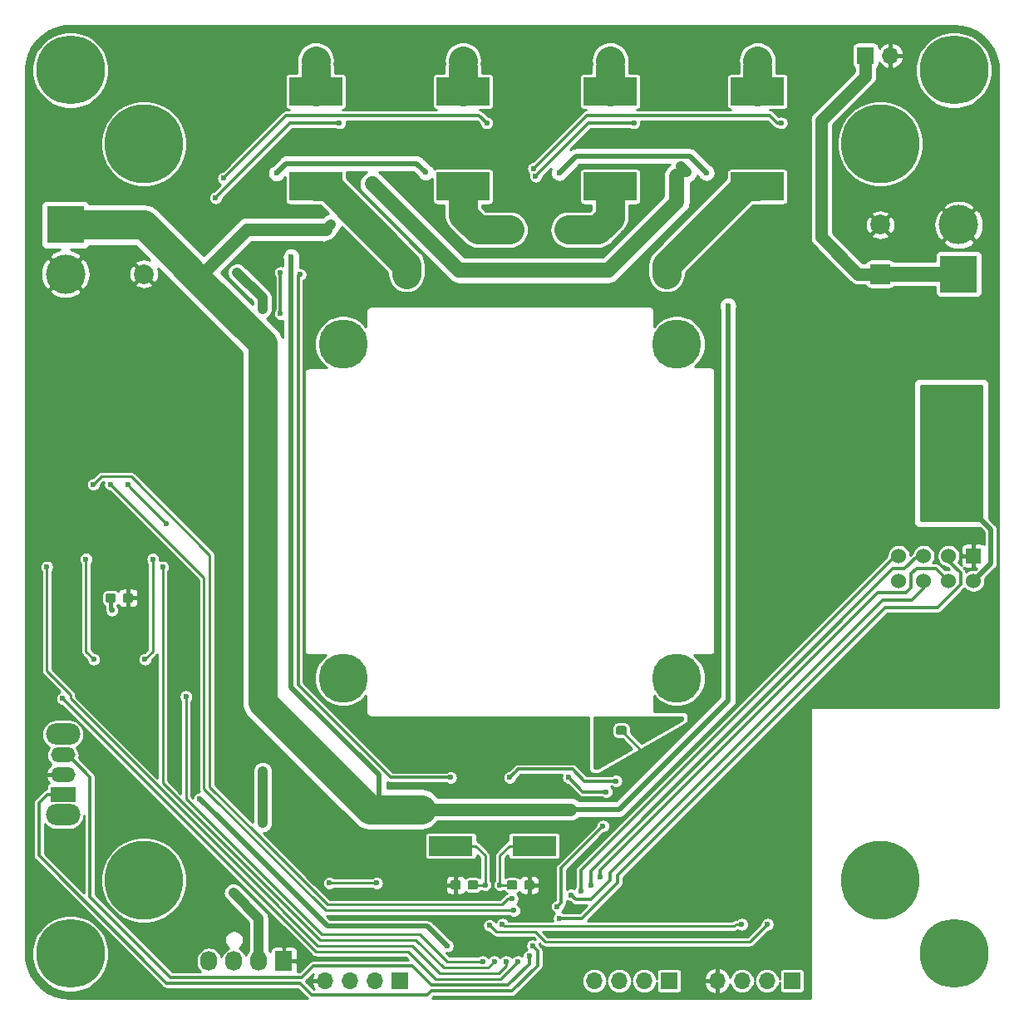
<source format=gtl>
G04 #@! TF.GenerationSoftware,KiCad,Pcbnew,(5.1.4)-1*
G04 #@! TF.CreationDate,2019-10-31T11:31:03+01:00*
G04 #@! TF.ProjectId,LED_Strahler,4c45445f-5374-4726-9168-6c65722e6b69,rev?*
G04 #@! TF.SameCoordinates,Original*
G04 #@! TF.FileFunction,Copper,L1,Top*
G04 #@! TF.FilePolarity,Positive*
%FSLAX46Y46*%
G04 Gerber Fmt 4.6, Leading zero omitted, Abs format (unit mm)*
G04 Created by KiCad (PCBNEW (5.1.4)-1) date 2019-10-31 11:31:03*
%MOMM*%
%LPD*%
G04 APERTURE LIST*
%ADD10C,4.000000*%
%ADD11R,3.800000X3.800000*%
%ADD12R,4.500000X2.000000*%
%ADD13C,5.000000*%
%ADD14O,1.700000X1.700000*%
%ADD15R,1.700000X1.700000*%
%ADD16C,8.000000*%
%ADD17C,7.000000*%
%ADD18O,3.500000X2.200000*%
%ADD19O,2.500000X1.500000*%
%ADD20R,2.500000X1.500000*%
%ADD21C,0.100000*%
%ADD22C,0.950000*%
%ADD23C,1.524000*%
%ADD24R,1.524000X1.524000*%
%ADD25R,5.400000X2.900000*%
%ADD26O,1.730000X2.030000*%
%ADD27R,1.730000X2.030000*%
%ADD28C,2.000000*%
%ADD29R,2.000000X2.000000*%
%ADD30C,0.600000*%
%ADD31C,0.250000*%
%ADD32C,1.250000*%
%ADD33C,0.500000*%
%ADD34C,3.000000*%
%ADD35C,1.000000*%
%ADD36C,1.500000*%
%ADD37C,0.400000*%
%ADD38C,0.300000*%
%ADD39C,0.254000*%
G04 APERTURE END LIST*
D10*
X195500000Y-70750000D03*
D11*
X195500000Y-75750000D03*
D10*
X104500000Y-75750000D03*
D11*
X104500000Y-70750000D03*
D12*
X152250000Y-134000000D03*
X143750000Y-134000000D03*
D13*
X132778800Y-82905800D03*
X166789400Y-82905800D03*
X166789400Y-116916400D03*
X132778800Y-116916400D03*
D14*
X158380000Y-147750000D03*
X160920000Y-147750000D03*
X163460000Y-147750000D03*
D15*
X166000000Y-147750000D03*
D16*
X112500000Y-62500000D03*
X112500000Y-137500000D03*
X187500000Y-137500000D03*
X187500000Y-62500000D03*
D17*
X105000000Y-55000000D03*
X195000000Y-55000000D03*
X195000000Y-145000000D03*
X105000000Y-145000000D03*
D18*
X104250000Y-122650000D03*
X104250000Y-130850000D03*
D19*
X104250000Y-124750000D03*
X104250000Y-126750000D03*
D20*
X104250000Y-128750000D03*
D21*
G36*
X150310779Y-137526144D02*
G01*
X150333834Y-137529563D01*
X150356443Y-137535227D01*
X150378387Y-137543079D01*
X150399457Y-137553044D01*
X150419448Y-137565026D01*
X150438168Y-137578910D01*
X150455438Y-137594562D01*
X150471090Y-137611832D01*
X150484974Y-137630552D01*
X150496956Y-137650543D01*
X150506921Y-137671613D01*
X150514773Y-137693557D01*
X150520437Y-137716166D01*
X150523856Y-137739221D01*
X150525000Y-137762500D01*
X150525000Y-138237500D01*
X150523856Y-138260779D01*
X150520437Y-138283834D01*
X150514773Y-138306443D01*
X150506921Y-138328387D01*
X150496956Y-138349457D01*
X150484974Y-138369448D01*
X150471090Y-138388168D01*
X150455438Y-138405438D01*
X150438168Y-138421090D01*
X150419448Y-138434974D01*
X150399457Y-138446956D01*
X150378387Y-138456921D01*
X150356443Y-138464773D01*
X150333834Y-138470437D01*
X150310779Y-138473856D01*
X150287500Y-138475000D01*
X149712500Y-138475000D01*
X149689221Y-138473856D01*
X149666166Y-138470437D01*
X149643557Y-138464773D01*
X149621613Y-138456921D01*
X149600543Y-138446956D01*
X149580552Y-138434974D01*
X149561832Y-138421090D01*
X149544562Y-138405438D01*
X149528910Y-138388168D01*
X149515026Y-138369448D01*
X149503044Y-138349457D01*
X149493079Y-138328387D01*
X149485227Y-138306443D01*
X149479563Y-138283834D01*
X149476144Y-138260779D01*
X149475000Y-138237500D01*
X149475000Y-137762500D01*
X149476144Y-137739221D01*
X149479563Y-137716166D01*
X149485227Y-137693557D01*
X149493079Y-137671613D01*
X149503044Y-137650543D01*
X149515026Y-137630552D01*
X149528910Y-137611832D01*
X149544562Y-137594562D01*
X149561832Y-137578910D01*
X149580552Y-137565026D01*
X149600543Y-137553044D01*
X149621613Y-137543079D01*
X149643557Y-137535227D01*
X149666166Y-137529563D01*
X149689221Y-137526144D01*
X149712500Y-137525000D01*
X150287500Y-137525000D01*
X150310779Y-137526144D01*
X150310779Y-137526144D01*
G37*
D22*
X150000000Y-138000000D03*
D21*
G36*
X152060779Y-137526144D02*
G01*
X152083834Y-137529563D01*
X152106443Y-137535227D01*
X152128387Y-137543079D01*
X152149457Y-137553044D01*
X152169448Y-137565026D01*
X152188168Y-137578910D01*
X152205438Y-137594562D01*
X152221090Y-137611832D01*
X152234974Y-137630552D01*
X152246956Y-137650543D01*
X152256921Y-137671613D01*
X152264773Y-137693557D01*
X152270437Y-137716166D01*
X152273856Y-137739221D01*
X152275000Y-137762500D01*
X152275000Y-138237500D01*
X152273856Y-138260779D01*
X152270437Y-138283834D01*
X152264773Y-138306443D01*
X152256921Y-138328387D01*
X152246956Y-138349457D01*
X152234974Y-138369448D01*
X152221090Y-138388168D01*
X152205438Y-138405438D01*
X152188168Y-138421090D01*
X152169448Y-138434974D01*
X152149457Y-138446956D01*
X152128387Y-138456921D01*
X152106443Y-138464773D01*
X152083834Y-138470437D01*
X152060779Y-138473856D01*
X152037500Y-138475000D01*
X151462500Y-138475000D01*
X151439221Y-138473856D01*
X151416166Y-138470437D01*
X151393557Y-138464773D01*
X151371613Y-138456921D01*
X151350543Y-138446956D01*
X151330552Y-138434974D01*
X151311832Y-138421090D01*
X151294562Y-138405438D01*
X151278910Y-138388168D01*
X151265026Y-138369448D01*
X151253044Y-138349457D01*
X151243079Y-138328387D01*
X151235227Y-138306443D01*
X151229563Y-138283834D01*
X151226144Y-138260779D01*
X151225000Y-138237500D01*
X151225000Y-137762500D01*
X151226144Y-137739221D01*
X151229563Y-137716166D01*
X151235227Y-137693557D01*
X151243079Y-137671613D01*
X151253044Y-137650543D01*
X151265026Y-137630552D01*
X151278910Y-137611832D01*
X151294562Y-137594562D01*
X151311832Y-137578910D01*
X151330552Y-137565026D01*
X151350543Y-137553044D01*
X151371613Y-137543079D01*
X151393557Y-137535227D01*
X151416166Y-137529563D01*
X151439221Y-137526144D01*
X151462500Y-137525000D01*
X152037500Y-137525000D01*
X152060779Y-137526144D01*
X152060779Y-137526144D01*
G37*
D22*
X151750000Y-138000000D03*
D21*
G36*
X144560779Y-137526144D02*
G01*
X144583834Y-137529563D01*
X144606443Y-137535227D01*
X144628387Y-137543079D01*
X144649457Y-137553044D01*
X144669448Y-137565026D01*
X144688168Y-137578910D01*
X144705438Y-137594562D01*
X144721090Y-137611832D01*
X144734974Y-137630552D01*
X144746956Y-137650543D01*
X144756921Y-137671613D01*
X144764773Y-137693557D01*
X144770437Y-137716166D01*
X144773856Y-137739221D01*
X144775000Y-137762500D01*
X144775000Y-138237500D01*
X144773856Y-138260779D01*
X144770437Y-138283834D01*
X144764773Y-138306443D01*
X144756921Y-138328387D01*
X144746956Y-138349457D01*
X144734974Y-138369448D01*
X144721090Y-138388168D01*
X144705438Y-138405438D01*
X144688168Y-138421090D01*
X144669448Y-138434974D01*
X144649457Y-138446956D01*
X144628387Y-138456921D01*
X144606443Y-138464773D01*
X144583834Y-138470437D01*
X144560779Y-138473856D01*
X144537500Y-138475000D01*
X143962500Y-138475000D01*
X143939221Y-138473856D01*
X143916166Y-138470437D01*
X143893557Y-138464773D01*
X143871613Y-138456921D01*
X143850543Y-138446956D01*
X143830552Y-138434974D01*
X143811832Y-138421090D01*
X143794562Y-138405438D01*
X143778910Y-138388168D01*
X143765026Y-138369448D01*
X143753044Y-138349457D01*
X143743079Y-138328387D01*
X143735227Y-138306443D01*
X143729563Y-138283834D01*
X143726144Y-138260779D01*
X143725000Y-138237500D01*
X143725000Y-137762500D01*
X143726144Y-137739221D01*
X143729563Y-137716166D01*
X143735227Y-137693557D01*
X143743079Y-137671613D01*
X143753044Y-137650543D01*
X143765026Y-137630552D01*
X143778910Y-137611832D01*
X143794562Y-137594562D01*
X143811832Y-137578910D01*
X143830552Y-137565026D01*
X143850543Y-137553044D01*
X143871613Y-137543079D01*
X143893557Y-137535227D01*
X143916166Y-137529563D01*
X143939221Y-137526144D01*
X143962500Y-137525000D01*
X144537500Y-137525000D01*
X144560779Y-137526144D01*
X144560779Y-137526144D01*
G37*
D22*
X144250000Y-138000000D03*
D21*
G36*
X146310779Y-137526144D02*
G01*
X146333834Y-137529563D01*
X146356443Y-137535227D01*
X146378387Y-137543079D01*
X146399457Y-137553044D01*
X146419448Y-137565026D01*
X146438168Y-137578910D01*
X146455438Y-137594562D01*
X146471090Y-137611832D01*
X146484974Y-137630552D01*
X146496956Y-137650543D01*
X146506921Y-137671613D01*
X146514773Y-137693557D01*
X146520437Y-137716166D01*
X146523856Y-137739221D01*
X146525000Y-137762500D01*
X146525000Y-138237500D01*
X146523856Y-138260779D01*
X146520437Y-138283834D01*
X146514773Y-138306443D01*
X146506921Y-138328387D01*
X146496956Y-138349457D01*
X146484974Y-138369448D01*
X146471090Y-138388168D01*
X146455438Y-138405438D01*
X146438168Y-138421090D01*
X146419448Y-138434974D01*
X146399457Y-138446956D01*
X146378387Y-138456921D01*
X146356443Y-138464773D01*
X146333834Y-138470437D01*
X146310779Y-138473856D01*
X146287500Y-138475000D01*
X145712500Y-138475000D01*
X145689221Y-138473856D01*
X145666166Y-138470437D01*
X145643557Y-138464773D01*
X145621613Y-138456921D01*
X145600543Y-138446956D01*
X145580552Y-138434974D01*
X145561832Y-138421090D01*
X145544562Y-138405438D01*
X145528910Y-138388168D01*
X145515026Y-138369448D01*
X145503044Y-138349457D01*
X145493079Y-138328387D01*
X145485227Y-138306443D01*
X145479563Y-138283834D01*
X145476144Y-138260779D01*
X145475000Y-138237500D01*
X145475000Y-137762500D01*
X145476144Y-137739221D01*
X145479563Y-137716166D01*
X145485227Y-137693557D01*
X145493079Y-137671613D01*
X145503044Y-137650543D01*
X145515026Y-137630552D01*
X145528910Y-137611832D01*
X145544562Y-137594562D01*
X145561832Y-137578910D01*
X145580552Y-137565026D01*
X145600543Y-137553044D01*
X145621613Y-137543079D01*
X145643557Y-137535227D01*
X145666166Y-137529563D01*
X145689221Y-137526144D01*
X145712500Y-137525000D01*
X146287500Y-137525000D01*
X146310779Y-137526144D01*
X146310779Y-137526144D01*
G37*
D22*
X146000000Y-138000000D03*
D23*
X189380000Y-107000000D03*
X189380000Y-104460000D03*
X191920000Y-107000000D03*
X191920000Y-104460000D03*
X194460000Y-107000000D03*
X194460000Y-104460000D03*
X197000000Y-107000000D03*
D24*
X197000000Y-104460000D03*
D21*
G36*
X161435779Y-121776144D02*
G01*
X161458834Y-121779563D01*
X161481443Y-121785227D01*
X161503387Y-121793079D01*
X161524457Y-121803044D01*
X161544448Y-121815026D01*
X161563168Y-121828910D01*
X161580438Y-121844562D01*
X161596090Y-121861832D01*
X161609974Y-121880552D01*
X161621956Y-121900543D01*
X161631921Y-121921613D01*
X161639773Y-121943557D01*
X161645437Y-121966166D01*
X161648856Y-121989221D01*
X161650000Y-122012500D01*
X161650000Y-122487500D01*
X161648856Y-122510779D01*
X161645437Y-122533834D01*
X161639773Y-122556443D01*
X161631921Y-122578387D01*
X161621956Y-122599457D01*
X161609974Y-122619448D01*
X161596090Y-122638168D01*
X161580438Y-122655438D01*
X161563168Y-122671090D01*
X161544448Y-122684974D01*
X161524457Y-122696956D01*
X161503387Y-122706921D01*
X161481443Y-122714773D01*
X161458834Y-122720437D01*
X161435779Y-122723856D01*
X161412500Y-122725000D01*
X160837500Y-122725000D01*
X160814221Y-122723856D01*
X160791166Y-122720437D01*
X160768557Y-122714773D01*
X160746613Y-122706921D01*
X160725543Y-122696956D01*
X160705552Y-122684974D01*
X160686832Y-122671090D01*
X160669562Y-122655438D01*
X160653910Y-122638168D01*
X160640026Y-122619448D01*
X160628044Y-122599457D01*
X160618079Y-122578387D01*
X160610227Y-122556443D01*
X160604563Y-122533834D01*
X160601144Y-122510779D01*
X160600000Y-122487500D01*
X160600000Y-122012500D01*
X160601144Y-121989221D01*
X160604563Y-121966166D01*
X160610227Y-121943557D01*
X160618079Y-121921613D01*
X160628044Y-121900543D01*
X160640026Y-121880552D01*
X160653910Y-121861832D01*
X160669562Y-121844562D01*
X160686832Y-121828910D01*
X160705552Y-121815026D01*
X160725543Y-121803044D01*
X160746613Y-121793079D01*
X160768557Y-121785227D01*
X160791166Y-121779563D01*
X160814221Y-121776144D01*
X160837500Y-121775000D01*
X161412500Y-121775000D01*
X161435779Y-121776144D01*
X161435779Y-121776144D01*
G37*
D22*
X161125000Y-122250000D03*
D21*
G36*
X159685779Y-121776144D02*
G01*
X159708834Y-121779563D01*
X159731443Y-121785227D01*
X159753387Y-121793079D01*
X159774457Y-121803044D01*
X159794448Y-121815026D01*
X159813168Y-121828910D01*
X159830438Y-121844562D01*
X159846090Y-121861832D01*
X159859974Y-121880552D01*
X159871956Y-121900543D01*
X159881921Y-121921613D01*
X159889773Y-121943557D01*
X159895437Y-121966166D01*
X159898856Y-121989221D01*
X159900000Y-122012500D01*
X159900000Y-122487500D01*
X159898856Y-122510779D01*
X159895437Y-122533834D01*
X159889773Y-122556443D01*
X159881921Y-122578387D01*
X159871956Y-122599457D01*
X159859974Y-122619448D01*
X159846090Y-122638168D01*
X159830438Y-122655438D01*
X159813168Y-122671090D01*
X159794448Y-122684974D01*
X159774457Y-122696956D01*
X159753387Y-122706921D01*
X159731443Y-122714773D01*
X159708834Y-122720437D01*
X159685779Y-122723856D01*
X159662500Y-122725000D01*
X159087500Y-122725000D01*
X159064221Y-122723856D01*
X159041166Y-122720437D01*
X159018557Y-122714773D01*
X158996613Y-122706921D01*
X158975543Y-122696956D01*
X158955552Y-122684974D01*
X158936832Y-122671090D01*
X158919562Y-122655438D01*
X158903910Y-122638168D01*
X158890026Y-122619448D01*
X158878044Y-122599457D01*
X158868079Y-122578387D01*
X158860227Y-122556443D01*
X158854563Y-122533834D01*
X158851144Y-122510779D01*
X158850000Y-122487500D01*
X158850000Y-122012500D01*
X158851144Y-121989221D01*
X158854563Y-121966166D01*
X158860227Y-121943557D01*
X158868079Y-121921613D01*
X158878044Y-121900543D01*
X158890026Y-121880552D01*
X158903910Y-121861832D01*
X158919562Y-121844562D01*
X158936832Y-121828910D01*
X158955552Y-121815026D01*
X158975543Y-121803044D01*
X158996613Y-121793079D01*
X159018557Y-121785227D01*
X159041166Y-121779563D01*
X159064221Y-121776144D01*
X159087500Y-121775000D01*
X159662500Y-121775000D01*
X159685779Y-121776144D01*
X159685779Y-121776144D01*
G37*
D22*
X159375000Y-122250000D03*
D25*
X175000000Y-66850000D03*
X175000000Y-57150000D03*
X160000000Y-66850000D03*
X160000000Y-57150000D03*
X145000000Y-66850000D03*
X145000000Y-57150000D03*
X130000000Y-66850000D03*
X130000000Y-57150000D03*
D14*
X188540000Y-53500000D03*
D15*
X186000000Y-53500000D03*
D26*
X119130000Y-145750000D03*
X121670000Y-145750000D03*
X124210000Y-145750000D03*
D27*
X126750000Y-145750000D03*
D14*
X170880000Y-147750000D03*
X173420000Y-147750000D03*
X175960000Y-147750000D03*
D15*
X178500000Y-147750000D03*
D14*
X130920000Y-147750000D03*
X133460000Y-147750000D03*
X136000000Y-147750000D03*
D15*
X138540000Y-147750000D03*
D21*
G36*
X111185779Y-108276144D02*
G01*
X111208834Y-108279563D01*
X111231443Y-108285227D01*
X111253387Y-108293079D01*
X111274457Y-108303044D01*
X111294448Y-108315026D01*
X111313168Y-108328910D01*
X111330438Y-108344562D01*
X111346090Y-108361832D01*
X111359974Y-108380552D01*
X111371956Y-108400543D01*
X111381921Y-108421613D01*
X111389773Y-108443557D01*
X111395437Y-108466166D01*
X111398856Y-108489221D01*
X111400000Y-108512500D01*
X111400000Y-108987500D01*
X111398856Y-109010779D01*
X111395437Y-109033834D01*
X111389773Y-109056443D01*
X111381921Y-109078387D01*
X111371956Y-109099457D01*
X111359974Y-109119448D01*
X111346090Y-109138168D01*
X111330438Y-109155438D01*
X111313168Y-109171090D01*
X111294448Y-109184974D01*
X111274457Y-109196956D01*
X111253387Y-109206921D01*
X111231443Y-109214773D01*
X111208834Y-109220437D01*
X111185779Y-109223856D01*
X111162500Y-109225000D01*
X110587500Y-109225000D01*
X110564221Y-109223856D01*
X110541166Y-109220437D01*
X110518557Y-109214773D01*
X110496613Y-109206921D01*
X110475543Y-109196956D01*
X110455552Y-109184974D01*
X110436832Y-109171090D01*
X110419562Y-109155438D01*
X110403910Y-109138168D01*
X110390026Y-109119448D01*
X110378044Y-109099457D01*
X110368079Y-109078387D01*
X110360227Y-109056443D01*
X110354563Y-109033834D01*
X110351144Y-109010779D01*
X110350000Y-108987500D01*
X110350000Y-108512500D01*
X110351144Y-108489221D01*
X110354563Y-108466166D01*
X110360227Y-108443557D01*
X110368079Y-108421613D01*
X110378044Y-108400543D01*
X110390026Y-108380552D01*
X110403910Y-108361832D01*
X110419562Y-108344562D01*
X110436832Y-108328910D01*
X110455552Y-108315026D01*
X110475543Y-108303044D01*
X110496613Y-108293079D01*
X110518557Y-108285227D01*
X110541166Y-108279563D01*
X110564221Y-108276144D01*
X110587500Y-108275000D01*
X111162500Y-108275000D01*
X111185779Y-108276144D01*
X111185779Y-108276144D01*
G37*
D22*
X110875000Y-108750000D03*
D21*
G36*
X109435779Y-108276144D02*
G01*
X109458834Y-108279563D01*
X109481443Y-108285227D01*
X109503387Y-108293079D01*
X109524457Y-108303044D01*
X109544448Y-108315026D01*
X109563168Y-108328910D01*
X109580438Y-108344562D01*
X109596090Y-108361832D01*
X109609974Y-108380552D01*
X109621956Y-108400543D01*
X109631921Y-108421613D01*
X109639773Y-108443557D01*
X109645437Y-108466166D01*
X109648856Y-108489221D01*
X109650000Y-108512500D01*
X109650000Y-108987500D01*
X109648856Y-109010779D01*
X109645437Y-109033834D01*
X109639773Y-109056443D01*
X109631921Y-109078387D01*
X109621956Y-109099457D01*
X109609974Y-109119448D01*
X109596090Y-109138168D01*
X109580438Y-109155438D01*
X109563168Y-109171090D01*
X109544448Y-109184974D01*
X109524457Y-109196956D01*
X109503387Y-109206921D01*
X109481443Y-109214773D01*
X109458834Y-109220437D01*
X109435779Y-109223856D01*
X109412500Y-109225000D01*
X108837500Y-109225000D01*
X108814221Y-109223856D01*
X108791166Y-109220437D01*
X108768557Y-109214773D01*
X108746613Y-109206921D01*
X108725543Y-109196956D01*
X108705552Y-109184974D01*
X108686832Y-109171090D01*
X108669562Y-109155438D01*
X108653910Y-109138168D01*
X108640026Y-109119448D01*
X108628044Y-109099457D01*
X108618079Y-109078387D01*
X108610227Y-109056443D01*
X108604563Y-109033834D01*
X108601144Y-109010779D01*
X108600000Y-108987500D01*
X108600000Y-108512500D01*
X108601144Y-108489221D01*
X108604563Y-108466166D01*
X108610227Y-108443557D01*
X108618079Y-108421613D01*
X108628044Y-108400543D01*
X108640026Y-108380552D01*
X108653910Y-108361832D01*
X108669562Y-108344562D01*
X108686832Y-108328910D01*
X108705552Y-108315026D01*
X108725543Y-108303044D01*
X108746613Y-108293079D01*
X108768557Y-108285227D01*
X108791166Y-108279563D01*
X108814221Y-108276144D01*
X108837500Y-108275000D01*
X109412500Y-108275000D01*
X109435779Y-108276144D01*
X109435779Y-108276144D01*
G37*
D22*
X109125000Y-108750000D03*
D28*
X187500000Y-70750000D03*
D29*
X187500000Y-75750000D03*
D28*
X112500000Y-75750000D03*
D29*
X112500000Y-70750000D03*
D30*
X107000000Y-51000000D03*
X101000000Y-57000000D03*
X193000000Y-51000000D03*
X199000000Y-57000000D03*
X101000000Y-143000000D03*
X107000000Y-149000000D03*
X180000000Y-128000000D03*
X180000000Y-119500000D03*
X190000000Y-119500000D03*
X180000000Y-142500000D03*
X180000000Y-135500000D03*
X101000000Y-139000000D03*
X101000000Y-129000000D03*
X101000000Y-119000000D03*
X101000000Y-109000000D03*
X101000000Y-89000000D03*
X101000000Y-79000000D03*
X101000000Y-69000000D03*
X101000000Y-59000000D03*
X199000000Y-119000000D03*
X199000000Y-109000000D03*
X199000000Y-99000000D03*
X199000000Y-89000000D03*
X199000000Y-79000000D03*
X199000000Y-69000000D03*
X199000000Y-59000000D03*
X111000000Y-149000000D03*
X121000000Y-149000000D03*
X151000000Y-149000000D03*
X111000000Y-51000000D03*
X121000000Y-51000000D03*
X131000000Y-51000000D03*
X151000000Y-51000000D03*
X141000000Y-51000000D03*
X161000000Y-51000000D03*
X171000000Y-51000000D03*
X181000000Y-51000000D03*
X191000000Y-51000000D03*
X131400000Y-62000000D03*
X128600000Y-62000000D03*
X143600000Y-62000000D03*
X146400000Y-62000000D03*
X157800000Y-62000000D03*
X161400000Y-62000000D03*
X172800000Y-62000000D03*
X176400000Y-62000000D03*
X147250000Y-133000000D03*
X163500000Y-124750000D03*
X110800000Y-110000000D03*
X149500000Y-136750000D03*
X151200000Y-136800000D03*
X153800000Y-143000000D03*
X133500000Y-131750000D03*
X151000000Y-141250000D03*
X142600000Y-138800000D03*
X142800000Y-136600000D03*
X166000000Y-143000000D03*
X127800000Y-62000000D03*
X132200000Y-62000000D03*
X147200000Y-62000000D03*
X142800000Y-62000000D03*
X162200000Y-62000000D03*
X158600000Y-62000000D03*
X177200000Y-62000000D03*
X173600000Y-62000000D03*
X103600000Y-110000000D03*
X116400000Y-110000000D03*
X132000000Y-141300000D03*
X144600000Y-143600000D03*
X134000000Y-121300000D03*
X153100000Y-128200000D03*
X146800000Y-128100000D03*
X140900000Y-127900000D03*
X158400000Y-131400000D03*
X119900000Y-82100000D03*
X121800000Y-106900000D03*
X110000000Y-104400000D03*
X152300000Y-69000000D03*
X172000000Y-76900000D03*
X174300000Y-83700000D03*
X170600000Y-84300000D03*
X187000000Y-98000000D03*
X190200000Y-85500000D03*
X174900000Y-100700000D03*
X172600000Y-134300000D03*
X119500000Y-140300000D03*
X107000000Y-119000000D03*
X111900000Y-119000000D03*
X115600000Y-121800000D03*
X126300000Y-133400000D03*
X129700000Y-129500000D03*
X160500000Y-129200000D03*
X133800000Y-76400000D03*
X144000000Y-72400000D03*
X140400000Y-61800000D03*
X152600000Y-59200000D03*
X163000000Y-69600000D03*
X146800000Y-77200000D03*
X152800000Y-77200000D03*
X158800000Y-77200000D03*
X179400000Y-67400000D03*
X167400000Y-55400000D03*
X137600000Y-55200000D03*
X158200000Y-134200000D03*
X156200000Y-140400000D03*
X158400000Y-144600000D03*
X121300000Y-128300000D03*
X121700000Y-122400000D03*
X101000000Y-99100000D03*
X115500000Y-94200000D03*
X124700000Y-59600000D03*
X128400000Y-69700000D03*
X123500000Y-69700000D03*
X128300000Y-72700000D03*
X124200000Y-73800000D03*
X126200000Y-81000000D03*
X129300000Y-79300000D03*
X129300000Y-115400000D03*
X170400000Y-115600000D03*
X174700000Y-116400000D03*
X189400000Y-113500000D03*
X175400000Y-124400000D03*
X163200000Y-135900000D03*
X166300000Y-71100000D03*
X180400000Y-56500000D03*
X132000000Y-139100000D03*
X146100000Y-142000000D03*
X104600000Y-134600000D03*
X110000000Y-95600000D03*
X111700000Y-95600000D03*
X108200000Y-95600000D03*
X119900000Y-60000000D03*
X130500000Y-69500000D03*
X167200000Y-64800000D03*
X167800000Y-65400000D03*
X140725000Y-130275000D03*
X146925000Y-130275000D03*
X152925000Y-130275000D03*
X141525000Y-130275000D03*
X139925000Y-130275000D03*
X147725000Y-130275000D03*
X146125000Y-130275000D03*
X152125000Y-130275000D03*
X153725000Y-130275000D03*
X169800000Y-65450000D03*
X154800000Y-65450000D03*
X172000000Y-79000000D03*
X127500000Y-74000000D03*
X126000000Y-65500000D03*
X141200000Y-65400000D03*
X130800000Y-71400000D03*
X131500000Y-70700000D03*
X135400000Y-66800000D03*
X136000000Y-66200000D03*
X122000000Y-75600000D03*
X124600000Y-79400000D03*
X124600000Y-126400000D03*
X121600000Y-138800000D03*
X124600000Y-131700000D03*
X109250000Y-110000000D03*
X193750000Y-95000000D03*
X192500000Y-95000000D03*
X192500000Y-93000000D03*
X193750000Y-93000000D03*
X195000000Y-91250000D03*
X196250000Y-91250000D03*
X196250000Y-96750000D03*
X195000000Y-96750000D03*
X143400000Y-144200000D03*
X118200000Y-129200000D03*
X132425000Y-60375000D03*
X119800000Y-68000000D03*
X150000000Y-139400000D03*
X107350000Y-97200000D03*
X162500000Y-121250000D03*
X164000000Y-121250000D03*
X165500000Y-121250000D03*
X162500000Y-122250000D03*
X164000000Y-122250000D03*
X160750000Y-123750000D03*
X159250000Y-123750000D03*
X159250000Y-125000000D03*
X130000000Y-54000000D03*
X130000000Y-54750000D03*
X145000000Y-54000000D03*
X145000000Y-54750000D03*
X160000000Y-54000000D03*
X160000000Y-54750000D03*
X175000000Y-54000000D03*
X175000000Y-54750000D03*
X136200000Y-137800000D03*
X131400000Y-137800000D03*
X140000000Y-75000000D03*
X140000000Y-76500000D03*
X138500000Y-75000000D03*
X138500000Y-76500000D03*
X176000000Y-142000000D03*
X147700000Y-142100000D03*
X149000000Y-142000000D03*
X173400000Y-142000000D03*
X150600000Y-145800000D03*
X104200000Y-119000000D03*
X149400000Y-145800000D03*
X102600000Y-105600000D03*
X148200000Y-145800000D03*
X114400000Y-105600000D03*
X147000000Y-145800000D03*
X116800000Y-118800000D03*
X147425000Y-60375000D03*
X120600000Y-66000000D03*
X150200000Y-140600000D03*
X109100000Y-97200000D03*
X162400000Y-60375000D03*
X152400000Y-65800000D03*
X114800000Y-101200000D03*
X110850000Y-97200000D03*
X177425000Y-60375000D03*
X152200000Y-65000000D03*
X126400000Y-75600000D03*
X126400000Y-79800000D03*
X156000000Y-139000000D03*
X157000000Y-138600000D03*
X158000000Y-138000000D03*
X159000000Y-137200000D03*
X154800000Y-141400000D03*
X154600000Y-140200000D03*
X159250000Y-132000000D03*
X165000000Y-75000000D03*
X165000000Y-76500000D03*
X166500000Y-75000000D03*
X166500000Y-76500000D03*
X155750000Y-127050000D03*
X159600000Y-128500000D03*
X155000000Y-72000000D03*
X156500000Y-72000000D03*
X155000000Y-70500000D03*
X156500000Y-70500000D03*
X149750000Y-127050000D03*
X160600000Y-127400000D03*
X149000000Y-72000000D03*
X150500000Y-72000000D03*
X149000000Y-70500000D03*
X150500000Y-70500000D03*
X143750000Y-127050000D03*
X128400000Y-75800000D03*
X147250000Y-138000000D03*
X148750000Y-138000000D03*
X151750000Y-145250000D03*
X152100000Y-144200000D03*
X106600000Y-104800000D03*
X107400000Y-115000000D03*
X113400000Y-104800000D03*
X112600000Y-115000000D03*
D31*
X161125000Y-122250000D02*
X163250000Y-124375000D01*
X163250000Y-124375000D02*
X163250000Y-124375000D01*
D32*
X153725000Y-130275000D02*
X139925000Y-130275000D01*
D33*
X169400001Y-65050001D02*
X169800000Y-65450000D01*
X168100000Y-63750000D02*
X169400001Y-65050001D01*
X156500000Y-63750000D02*
X168100000Y-63750000D01*
X154800000Y-65450000D02*
X156500000Y-63750000D01*
X127500000Y-117850000D02*
X127500000Y-110500000D01*
X127500000Y-110500000D02*
X127500000Y-74000000D01*
D32*
X153725000Y-130275000D02*
X155925000Y-130275000D01*
D34*
X140725000Y-130275000D02*
X135475000Y-130275000D01*
X104500000Y-70750000D02*
X112500000Y-70750000D01*
D33*
X136425000Y-129325000D02*
X135475000Y-130275000D01*
X136425000Y-126775000D02*
X136425000Y-129325000D01*
X136425000Y-126775000D02*
X127500000Y-117850000D01*
D34*
X116200000Y-74450000D02*
X112500000Y-70750000D01*
X135475000Y-130275000D02*
X124600000Y-119400000D01*
X124600000Y-119400000D02*
X124600000Y-82850000D01*
D33*
X172000000Y-117878002D02*
X172000000Y-79000000D01*
X172000000Y-119200000D02*
X172000000Y-117878002D01*
X155925000Y-130275000D02*
X160925000Y-130275000D01*
X160925000Y-130275000D02*
X172000000Y-119200000D01*
X126000000Y-65500000D02*
X127000000Y-64500000D01*
X127000000Y-64500000D02*
X140300000Y-64500000D01*
X140300000Y-64500000D02*
X141200000Y-65400000D01*
D32*
X118275000Y-75925000D02*
X117675000Y-75925000D01*
X123000000Y-71200000D02*
X118275000Y-75925000D01*
X131000000Y-71200000D02*
X123000000Y-71200000D01*
D34*
X124600000Y-82850000D02*
X117675000Y-75925000D01*
X117675000Y-75925000D02*
X116200000Y-74450000D01*
D35*
X131500000Y-70700000D02*
X130800000Y-71400000D01*
X167200000Y-64800000D02*
X167800000Y-65400000D01*
X167800000Y-65400000D02*
X167200000Y-65400000D01*
X167200000Y-65400000D02*
X166800000Y-65800000D01*
D36*
X166800000Y-65800000D02*
X166800000Y-66664837D01*
X166800000Y-66664837D02*
X166800000Y-68400000D01*
X166800000Y-68400000D02*
X159800000Y-75400000D01*
X159800000Y-75400000D02*
X144600000Y-75400000D01*
X144600000Y-75400000D02*
X135800000Y-66600000D01*
X195500000Y-75750000D02*
X187500000Y-75750000D01*
D35*
X124210000Y-141410000D02*
X124210000Y-145750000D01*
X121600000Y-138800000D02*
X124210000Y-141410000D01*
D32*
X186000000Y-55600000D02*
X186000000Y-53500000D01*
X181500000Y-60100000D02*
X186000000Y-55600000D01*
X181500000Y-72000000D02*
X181500000Y-60100000D01*
X187500000Y-75750000D02*
X185250000Y-75750000D01*
X185250000Y-75750000D02*
X181500000Y-72000000D01*
D35*
X122000000Y-75600000D02*
X124600000Y-78200000D01*
X124600000Y-78200000D02*
X124600000Y-79314452D01*
X124600000Y-126400000D02*
X124600000Y-131700000D01*
D37*
X109125000Y-109875000D02*
X109250000Y-110000000D01*
X109125000Y-108750000D02*
X109125000Y-109875000D01*
D33*
X197000000Y-107000000D02*
X198750000Y-105250000D01*
X198750000Y-105250000D02*
X198750000Y-102000000D01*
X198750000Y-102250000D02*
X198750000Y-101750000D01*
X198750000Y-101750000D02*
X197500000Y-100500000D01*
X143400000Y-144200000D02*
X141400000Y-142200000D01*
X141400000Y-142200000D02*
X131200000Y-142200000D01*
X131200000Y-142200000D02*
X127400000Y-138400000D01*
X127400000Y-138400000D02*
X120200000Y-131200000D01*
X120200000Y-131200000D02*
X118200000Y-129200000D01*
D38*
X132425000Y-60375000D02*
X127425000Y-60375000D01*
X127425000Y-60375000D02*
X119800000Y-68000000D01*
D31*
X149575736Y-139400000D02*
X148975736Y-140000000D01*
X150000000Y-139400000D02*
X149575736Y-139400000D01*
X148975736Y-140000000D02*
X131200000Y-140000000D01*
X131200000Y-140000000D02*
X123800000Y-132600000D01*
X123800000Y-132600000D02*
X119200000Y-128000000D01*
X119200000Y-128000000D02*
X119200000Y-104674998D01*
X119200000Y-104674998D02*
X119200000Y-104600000D01*
X108150000Y-96400000D02*
X107350000Y-97200000D01*
X111200000Y-96400000D02*
X108150000Y-96400000D01*
X119200000Y-104674998D02*
X119200000Y-104400000D01*
X119200000Y-104400000D02*
X111200000Y-96400000D01*
D34*
X130000000Y-57150000D02*
X130000000Y-54750000D01*
X130000000Y-54000000D02*
X130000000Y-54000000D01*
X145000000Y-57150000D02*
X145000000Y-54750000D01*
X145000000Y-54000000D02*
X145000000Y-54000000D01*
X160000000Y-57150000D02*
X160000000Y-54750000D01*
X160000000Y-54000000D02*
X160000000Y-54000000D01*
X175000000Y-57150000D02*
X175000000Y-54750000D01*
X175000000Y-54000000D02*
X175000000Y-54000000D01*
D31*
X136200000Y-137800000D02*
X131400000Y-137800000D01*
D34*
X131250000Y-66850000D02*
X139250000Y-74850000D01*
X130000000Y-66850000D02*
X131250000Y-66850000D01*
X139250000Y-74850000D02*
X139250000Y-75750000D01*
D31*
X174200000Y-143800000D02*
X176000000Y-142000000D01*
X153400000Y-143800000D02*
X174200000Y-143800000D01*
X152400000Y-142800000D02*
X153400000Y-143800000D01*
X148400000Y-142800000D02*
X152400000Y-142800000D01*
X147700000Y-142100000D02*
X148400000Y-142800000D01*
X173400000Y-142000000D02*
X172834315Y-142000000D01*
X172634315Y-142200000D02*
X149200000Y-142200000D01*
X172834315Y-142000000D02*
X172634315Y-142200000D01*
X149200000Y-142200000D02*
X149000000Y-142000000D01*
X150600000Y-145800000D02*
X148800000Y-147600000D01*
X148800000Y-147600000D02*
X142200000Y-147600000D01*
X142200000Y-147600000D02*
X139400000Y-144800000D01*
X139400000Y-144800000D02*
X130000000Y-144800000D01*
X130000000Y-144800000D02*
X104200000Y-119000000D01*
X149400000Y-145800000D02*
X149400000Y-146200000D01*
X149400000Y-146200000D02*
X148600000Y-147000000D01*
X148600000Y-147000000D02*
X142600000Y-147000000D01*
X142600000Y-147000000D02*
X139800000Y-144200000D01*
X139800000Y-144200000D02*
X130200000Y-144200000D01*
X130200000Y-144200000D02*
X126800000Y-140800000D01*
X126800000Y-140800000D02*
X126000000Y-140000000D01*
X126000000Y-140000000D02*
X105000000Y-119000000D01*
X105000000Y-119000000D02*
X105000000Y-118600000D01*
X105000000Y-118600000D02*
X104600000Y-118200000D01*
X104600000Y-118200000D02*
X102600000Y-116200000D01*
X102600000Y-116200000D02*
X102600000Y-105600000D01*
X147574999Y-146425001D02*
X148200000Y-145800000D01*
X143025001Y-146425001D02*
X147574999Y-146425001D01*
X140200000Y-143600000D02*
X143025001Y-146425001D01*
X130400000Y-143600000D02*
X140200000Y-143600000D01*
X114400000Y-127600000D02*
X130400000Y-143600000D01*
X114400000Y-105600000D02*
X114400000Y-127600000D01*
X147000000Y-145800000D02*
X143400000Y-145800000D01*
X143400000Y-145800000D02*
X140600000Y-143000000D01*
X140600000Y-143000000D02*
X133800000Y-143000000D01*
X133800000Y-143000000D02*
X130600000Y-143000000D01*
X130600000Y-143000000D02*
X116800000Y-129200000D01*
X116800000Y-129200000D02*
X116800000Y-118800000D01*
D38*
X147425000Y-60375000D02*
X146650000Y-59600000D01*
X146650000Y-59600000D02*
X132400000Y-59600000D01*
X132400000Y-59600000D02*
X127000000Y-59600000D01*
X127000000Y-59600000D02*
X120600000Y-66000000D01*
D31*
X118600000Y-106700000D02*
X109100000Y-97200000D01*
X118600000Y-128200000D02*
X118600000Y-106700000D01*
X150200000Y-140600000D02*
X131000000Y-140600000D01*
X131000000Y-140600000D02*
X118600000Y-128200000D01*
D38*
X162400000Y-60375000D02*
X157825000Y-60375000D01*
X157825000Y-60375000D02*
X152400000Y-65800000D01*
D31*
X114800000Y-101200000D02*
X111150000Y-97550000D01*
X110850000Y-97200000D02*
X110850000Y-97250000D01*
X110850000Y-97250000D02*
X111150000Y-97550000D01*
D38*
X177000736Y-60375000D02*
X176225736Y-59600000D01*
X177425000Y-60375000D02*
X177000736Y-60375000D01*
X176225736Y-59600000D02*
X157600000Y-59600000D01*
X157600000Y-59600000D02*
X152200000Y-65000000D01*
X126400000Y-75600000D02*
X126400000Y-79800000D01*
X156500000Y-139500000D02*
X156000000Y-139000000D01*
X158000000Y-139500000D02*
X156500000Y-139500000D01*
X191920000Y-107830000D02*
X190750000Y-109000000D01*
X191920000Y-107000000D02*
X191920000Y-107830000D01*
X187750000Y-109000000D02*
X160000000Y-136750000D01*
X160000000Y-136750000D02*
X160000000Y-137500000D01*
X190750000Y-109000000D02*
X187750000Y-109000000D01*
X160000000Y-137500000D02*
X158000000Y-139500000D01*
X189040000Y-104460000D02*
X189380000Y-104460000D01*
X157000000Y-138600000D02*
X157000000Y-136500000D01*
X157000000Y-136500000D02*
X189040000Y-104460000D01*
X158000000Y-137434315D02*
X158000000Y-138000000D01*
X158000000Y-136547120D02*
X158000000Y-137434315D01*
X188797120Y-105750000D02*
X158000000Y-136547120D01*
X190000000Y-105750000D02*
X188797120Y-105750000D01*
X191920000Y-104460000D02*
X191290000Y-104460000D01*
X191290000Y-104460000D02*
X190000000Y-105750000D01*
X159000000Y-136500000D02*
X159000000Y-137200000D01*
X187250000Y-108250000D02*
X159000000Y-136500000D01*
X193210000Y-105750000D02*
X191208240Y-105750000D01*
X194460000Y-107000000D02*
X193210000Y-105750000D01*
X191208240Y-105750000D02*
X190650000Y-106308240D01*
X190650000Y-106308240D02*
X190650000Y-107750000D01*
X190650000Y-107750000D02*
X190150000Y-108250000D01*
X190150000Y-108250000D02*
X187250000Y-108250000D01*
X157100000Y-141400000D02*
X154800000Y-141400000D01*
X160750000Y-137750000D02*
X157100000Y-141400000D01*
X194460000Y-104960000D02*
X195700000Y-106200000D01*
X195700000Y-106200000D02*
X195700000Y-107405762D01*
X160750000Y-137000000D02*
X160750000Y-137750000D01*
X194460000Y-104460000D02*
X194460000Y-104960000D01*
X195700000Y-107405762D02*
X193355762Y-109750000D01*
X193355762Y-109750000D02*
X188000000Y-109750000D01*
X188000000Y-109750000D02*
X160750000Y-137000000D01*
X154999999Y-139800001D02*
X154999999Y-136250001D01*
X154600000Y-140200000D02*
X154999999Y-139800001D01*
X154999999Y-136250001D02*
X159250000Y-132000000D01*
D34*
X173750000Y-66850000D02*
X165750000Y-74850000D01*
X175000000Y-66850000D02*
X173750000Y-66850000D01*
X165750000Y-74850000D02*
X165750000Y-75750000D01*
D38*
X157200000Y-128500000D02*
X155750000Y-127050000D01*
X159600000Y-128500000D02*
X157200000Y-128500000D01*
D34*
X160000000Y-66850000D02*
X160000000Y-70000000D01*
X160000000Y-70000000D02*
X158750000Y-71250000D01*
X158750000Y-71250000D02*
X155750000Y-71250000D01*
D38*
X149750000Y-127050000D02*
X150400000Y-126400000D01*
X150400000Y-126400000D02*
X150600000Y-126200000D01*
X150600000Y-126200000D02*
X156200000Y-126200000D01*
X156200000Y-126200000D02*
X157400000Y-127400000D01*
X157400000Y-127400000D02*
X160600000Y-127400000D01*
D34*
X145000000Y-66850000D02*
X145000000Y-69750000D01*
X145000000Y-69750000D02*
X146250000Y-71000000D01*
X146250000Y-71000000D02*
X146500000Y-71250000D01*
X146500000Y-71250000D02*
X149750000Y-71250000D01*
D38*
X143750000Y-127050000D02*
X137650000Y-127050000D01*
X137650000Y-127050000D02*
X130000000Y-119400000D01*
X130000000Y-119400000D02*
X128200000Y-117600000D01*
X128200000Y-117600000D02*
X128200000Y-114600000D01*
X128200000Y-114600000D02*
X128200000Y-78200000D01*
X128200000Y-78200000D02*
X128200000Y-76000000D01*
X128200000Y-76000000D02*
X128400000Y-75800000D01*
D31*
X146000000Y-138000000D02*
X147250000Y-138000000D01*
X147250000Y-137434315D02*
X147250000Y-138000000D01*
X147250000Y-135000000D02*
X147250000Y-137434315D01*
X146250000Y-134000000D02*
X147250000Y-135000000D01*
X143750000Y-134000000D02*
X146250000Y-134000000D01*
X150000000Y-138000000D02*
X148750000Y-138000000D01*
X148750000Y-137434315D02*
X148750000Y-138000000D01*
X148750000Y-135000000D02*
X148750000Y-137434315D01*
X149750000Y-134000000D02*
X148750000Y-135000000D01*
X152250000Y-134000000D02*
X149750000Y-134000000D01*
D38*
X104750000Y-124750000D02*
X107000000Y-127000000D01*
X104250000Y-124750000D02*
X104750000Y-124750000D01*
X107000000Y-127000000D02*
X107000000Y-139200000D01*
X107000000Y-139200000D02*
X115200000Y-147400000D01*
X115200000Y-147400000D02*
X128600000Y-147400000D01*
X128600000Y-147400000D02*
X129800000Y-146200000D01*
X129800000Y-146200000D02*
X139800000Y-146200000D01*
X139800000Y-146200000D02*
X141800000Y-148200000D01*
X141800000Y-148200000D02*
X149600000Y-148200000D01*
X151750000Y-146050000D02*
X151750000Y-145250000D01*
X149600000Y-148200000D02*
X151750000Y-146050000D01*
X152600000Y-144700000D02*
X152100000Y-144200000D01*
X152600000Y-146200000D02*
X152600000Y-144700000D01*
X150000000Y-148800000D02*
X152600000Y-146200000D01*
X141800000Y-148800000D02*
X150000000Y-148800000D01*
X141400000Y-149200000D02*
X141800000Y-148800000D01*
X129600000Y-149200000D02*
X141400000Y-149200000D01*
X102700000Y-128750000D02*
X101800000Y-129650000D01*
X101800000Y-129650000D02*
X101800000Y-135000000D01*
X101800000Y-135000000D02*
X114800000Y-148000000D01*
X114800000Y-148000000D02*
X128400000Y-148000000D01*
X128400000Y-148000000D02*
X129600000Y-149200000D01*
X104250000Y-128750000D02*
X102700000Y-128750000D01*
D31*
X106600000Y-104800000D02*
X106600000Y-114200000D01*
X106600000Y-114200000D02*
X107400000Y-115000000D01*
X113400000Y-104800000D02*
X113400000Y-114200000D01*
X113400000Y-114200000D02*
X112600000Y-115000000D01*
G36*
X195805416Y-50523670D02*
G01*
X196585382Y-50737044D01*
X197315223Y-51085161D01*
X197971896Y-51557028D01*
X198534624Y-52137718D01*
X198985628Y-52808884D01*
X199310651Y-53549305D01*
X199500250Y-54339040D01*
X199550000Y-55016507D01*
X199550001Y-119875000D01*
X180500000Y-119875000D01*
X180475614Y-119877402D01*
X180452165Y-119884515D01*
X180430554Y-119896066D01*
X180411612Y-119911612D01*
X180396066Y-119930554D01*
X180384515Y-119952165D01*
X180377402Y-119975614D01*
X180375000Y-120000000D01*
X180375000Y-149550000D01*
X141863172Y-149550000D01*
X142038173Y-149375000D01*
X149971757Y-149375000D01*
X150000000Y-149377782D01*
X150028243Y-149375000D01*
X150028246Y-149375000D01*
X150112720Y-149366680D01*
X150221108Y-149333801D01*
X150320998Y-149280408D01*
X150408554Y-149208554D01*
X150426565Y-149186607D01*
X151863172Y-147750000D01*
X157098831Y-147750000D01*
X157123448Y-147999944D01*
X157196354Y-148240282D01*
X157314747Y-148461779D01*
X157474077Y-148655923D01*
X157668221Y-148815253D01*
X157889718Y-148933646D01*
X158130056Y-149006552D01*
X158317364Y-149025000D01*
X158442636Y-149025000D01*
X158629944Y-149006552D01*
X158870282Y-148933646D01*
X159091779Y-148815253D01*
X159285923Y-148655923D01*
X159445253Y-148461779D01*
X159563646Y-148240282D01*
X159636552Y-147999944D01*
X159650000Y-147863402D01*
X159663448Y-147999944D01*
X159736354Y-148240282D01*
X159854747Y-148461779D01*
X160014077Y-148655923D01*
X160208221Y-148815253D01*
X160429718Y-148933646D01*
X160670056Y-149006552D01*
X160857364Y-149025000D01*
X160982636Y-149025000D01*
X161169944Y-149006552D01*
X161410282Y-148933646D01*
X161631779Y-148815253D01*
X161825923Y-148655923D01*
X161985253Y-148461779D01*
X162103646Y-148240282D01*
X162176552Y-147999944D01*
X162190000Y-147863402D01*
X162203448Y-147999944D01*
X162276354Y-148240282D01*
X162394747Y-148461779D01*
X162554077Y-148655923D01*
X162748221Y-148815253D01*
X162969718Y-148933646D01*
X163210056Y-149006552D01*
X163397364Y-149025000D01*
X163522636Y-149025000D01*
X163709944Y-149006552D01*
X163950282Y-148933646D01*
X164171779Y-148815253D01*
X164365923Y-148655923D01*
X164525253Y-148461779D01*
X164643646Y-148240282D01*
X164716552Y-147999944D01*
X164722944Y-147935044D01*
X164722944Y-148600000D01*
X164731150Y-148683314D01*
X164755452Y-148763427D01*
X164794916Y-148837260D01*
X164848026Y-148901974D01*
X164912740Y-148955084D01*
X164986573Y-148994548D01*
X165066686Y-149018850D01*
X165150000Y-149027056D01*
X166850000Y-149027056D01*
X166933314Y-149018850D01*
X167013427Y-148994548D01*
X167087260Y-148955084D01*
X167151974Y-148901974D01*
X167205084Y-148837260D01*
X167244548Y-148763427D01*
X167268850Y-148683314D01*
X167277056Y-148600000D01*
X167277056Y-148038854D01*
X169535680Y-148038854D01*
X169617863Y-148295568D01*
X169748550Y-148531316D01*
X169922718Y-148737038D01*
X170133673Y-148904829D01*
X170373309Y-149028240D01*
X170591146Y-149094317D01*
X170805000Y-148991487D01*
X170805000Y-147825000D01*
X169638294Y-147825000D01*
X169535680Y-148038854D01*
X167277056Y-148038854D01*
X167277056Y-147461146D01*
X169535680Y-147461146D01*
X169638294Y-147675000D01*
X170805000Y-147675000D01*
X170805000Y-146508513D01*
X170955000Y-146508513D01*
X170955000Y-147675000D01*
X170975000Y-147675000D01*
X170975000Y-147825000D01*
X170955000Y-147825000D01*
X170955000Y-148991487D01*
X171168854Y-149094317D01*
X171386691Y-149028240D01*
X171626327Y-148904829D01*
X171837282Y-148737038D01*
X172011450Y-148531316D01*
X172142137Y-148295568D01*
X172199125Y-148117555D01*
X172236354Y-148240282D01*
X172354747Y-148461779D01*
X172514077Y-148655923D01*
X172708221Y-148815253D01*
X172929718Y-148933646D01*
X173170056Y-149006552D01*
X173357364Y-149025000D01*
X173482636Y-149025000D01*
X173669944Y-149006552D01*
X173910282Y-148933646D01*
X174131779Y-148815253D01*
X174325923Y-148655923D01*
X174485253Y-148461779D01*
X174603646Y-148240282D01*
X174676552Y-147999944D01*
X174690000Y-147863402D01*
X174703448Y-147999944D01*
X174776354Y-148240282D01*
X174894747Y-148461779D01*
X175054077Y-148655923D01*
X175248221Y-148815253D01*
X175469718Y-148933646D01*
X175710056Y-149006552D01*
X175897364Y-149025000D01*
X176022636Y-149025000D01*
X176209944Y-149006552D01*
X176450282Y-148933646D01*
X176671779Y-148815253D01*
X176865923Y-148655923D01*
X177025253Y-148461779D01*
X177143646Y-148240282D01*
X177216552Y-147999944D01*
X177222944Y-147935044D01*
X177222944Y-148600000D01*
X177231150Y-148683314D01*
X177255452Y-148763427D01*
X177294916Y-148837260D01*
X177348026Y-148901974D01*
X177412740Y-148955084D01*
X177486573Y-148994548D01*
X177566686Y-149018850D01*
X177650000Y-149027056D01*
X179350000Y-149027056D01*
X179433314Y-149018850D01*
X179513427Y-148994548D01*
X179587260Y-148955084D01*
X179651974Y-148901974D01*
X179705084Y-148837260D01*
X179744548Y-148763427D01*
X179768850Y-148683314D01*
X179777056Y-148600000D01*
X179777056Y-146900000D01*
X179768850Y-146816686D01*
X179744548Y-146736573D01*
X179705084Y-146662740D01*
X179651974Y-146598026D01*
X179587260Y-146544916D01*
X179513427Y-146505452D01*
X179433314Y-146481150D01*
X179350000Y-146472944D01*
X177650000Y-146472944D01*
X177566686Y-146481150D01*
X177486573Y-146505452D01*
X177412740Y-146544916D01*
X177348026Y-146598026D01*
X177294916Y-146662740D01*
X177255452Y-146736573D01*
X177231150Y-146816686D01*
X177222944Y-146900000D01*
X177222944Y-147564956D01*
X177216552Y-147500056D01*
X177143646Y-147259718D01*
X177025253Y-147038221D01*
X176865923Y-146844077D01*
X176671779Y-146684747D01*
X176450282Y-146566354D01*
X176209944Y-146493448D01*
X176022636Y-146475000D01*
X175897364Y-146475000D01*
X175710056Y-146493448D01*
X175469718Y-146566354D01*
X175248221Y-146684747D01*
X175054077Y-146844077D01*
X174894747Y-147038221D01*
X174776354Y-147259718D01*
X174703448Y-147500056D01*
X174690000Y-147636598D01*
X174676552Y-147500056D01*
X174603646Y-147259718D01*
X174485253Y-147038221D01*
X174325923Y-146844077D01*
X174131779Y-146684747D01*
X173910282Y-146566354D01*
X173669944Y-146493448D01*
X173482636Y-146475000D01*
X173357364Y-146475000D01*
X173170056Y-146493448D01*
X172929718Y-146566354D01*
X172708221Y-146684747D01*
X172514077Y-146844077D01*
X172354747Y-147038221D01*
X172236354Y-147259718D01*
X172199125Y-147382445D01*
X172142137Y-147204432D01*
X172011450Y-146968684D01*
X171837282Y-146762962D01*
X171626327Y-146595171D01*
X171386691Y-146471760D01*
X171168854Y-146405683D01*
X170955000Y-146508513D01*
X170805000Y-146508513D01*
X170591146Y-146405683D01*
X170373309Y-146471760D01*
X170133673Y-146595171D01*
X169922718Y-146762962D01*
X169748550Y-146968684D01*
X169617863Y-147204432D01*
X169535680Y-147461146D01*
X167277056Y-147461146D01*
X167277056Y-146900000D01*
X167268850Y-146816686D01*
X167244548Y-146736573D01*
X167205084Y-146662740D01*
X167151974Y-146598026D01*
X167087260Y-146544916D01*
X167013427Y-146505452D01*
X166933314Y-146481150D01*
X166850000Y-146472944D01*
X165150000Y-146472944D01*
X165066686Y-146481150D01*
X164986573Y-146505452D01*
X164912740Y-146544916D01*
X164848026Y-146598026D01*
X164794916Y-146662740D01*
X164755452Y-146736573D01*
X164731150Y-146816686D01*
X164722944Y-146900000D01*
X164722944Y-147564956D01*
X164716552Y-147500056D01*
X164643646Y-147259718D01*
X164525253Y-147038221D01*
X164365923Y-146844077D01*
X164171779Y-146684747D01*
X163950282Y-146566354D01*
X163709944Y-146493448D01*
X163522636Y-146475000D01*
X163397364Y-146475000D01*
X163210056Y-146493448D01*
X162969718Y-146566354D01*
X162748221Y-146684747D01*
X162554077Y-146844077D01*
X162394747Y-147038221D01*
X162276354Y-147259718D01*
X162203448Y-147500056D01*
X162190000Y-147636598D01*
X162176552Y-147500056D01*
X162103646Y-147259718D01*
X161985253Y-147038221D01*
X161825923Y-146844077D01*
X161631779Y-146684747D01*
X161410282Y-146566354D01*
X161169944Y-146493448D01*
X160982636Y-146475000D01*
X160857364Y-146475000D01*
X160670056Y-146493448D01*
X160429718Y-146566354D01*
X160208221Y-146684747D01*
X160014077Y-146844077D01*
X159854747Y-147038221D01*
X159736354Y-147259718D01*
X159663448Y-147500056D01*
X159650000Y-147636598D01*
X159636552Y-147500056D01*
X159563646Y-147259718D01*
X159445253Y-147038221D01*
X159285923Y-146844077D01*
X159091779Y-146684747D01*
X158870282Y-146566354D01*
X158629944Y-146493448D01*
X158442636Y-146475000D01*
X158317364Y-146475000D01*
X158130056Y-146493448D01*
X157889718Y-146566354D01*
X157668221Y-146684747D01*
X157474077Y-146844077D01*
X157314747Y-147038221D01*
X157196354Y-147259718D01*
X157123448Y-147500056D01*
X157098831Y-147750000D01*
X151863172Y-147750000D01*
X152986613Y-146626560D01*
X153008554Y-146608554D01*
X153057321Y-146549130D01*
X153080408Y-146520999D01*
X153133801Y-146421108D01*
X153141402Y-146396050D01*
X153166680Y-146312720D01*
X153175000Y-146228246D01*
X153175000Y-146228244D01*
X153177782Y-146200001D01*
X153175000Y-146171758D01*
X153175000Y-144728243D01*
X153177782Y-144700000D01*
X153172167Y-144642991D01*
X153166680Y-144587280D01*
X153133801Y-144478892D01*
X153114036Y-144441914D01*
X153080408Y-144379001D01*
X153026559Y-144313386D01*
X153008554Y-144291446D01*
X152986612Y-144273439D01*
X152820837Y-144107664D01*
X152797139Y-143988525D01*
X152787544Y-143965361D01*
X152991987Y-144169804D01*
X153009210Y-144190790D01*
X153030196Y-144208013D01*
X153091055Y-144257959D01*
X153092958Y-144259521D01*
X153188506Y-144310592D01*
X153292181Y-144342042D01*
X153372982Y-144350000D01*
X153372989Y-144350000D01*
X153400000Y-144352660D01*
X153427011Y-144350000D01*
X174172992Y-144350000D01*
X174200000Y-144352660D01*
X174227008Y-144350000D01*
X174227018Y-144350000D01*
X174307819Y-144342042D01*
X174411494Y-144310592D01*
X174507042Y-144259521D01*
X174508945Y-144257959D01*
X174569804Y-144208013D01*
X174590790Y-144190790D01*
X174608013Y-144169804D01*
X176052818Y-142725000D01*
X176071406Y-142725000D01*
X176211475Y-142697139D01*
X176343416Y-142642487D01*
X176462161Y-142563144D01*
X176563144Y-142462161D01*
X176642487Y-142343416D01*
X176697139Y-142211475D01*
X176725000Y-142071406D01*
X176725000Y-141928594D01*
X176697139Y-141788525D01*
X176642487Y-141656584D01*
X176563144Y-141537839D01*
X176462161Y-141436856D01*
X176343416Y-141357513D01*
X176211475Y-141302861D01*
X176071406Y-141275000D01*
X175928594Y-141275000D01*
X175788525Y-141302861D01*
X175656584Y-141357513D01*
X175537839Y-141436856D01*
X175436856Y-141537839D01*
X175357513Y-141656584D01*
X175302861Y-141788525D01*
X175275000Y-141928594D01*
X175275000Y-141947182D01*
X173972183Y-143250000D01*
X153627817Y-143250000D01*
X153127817Y-142750000D01*
X172607307Y-142750000D01*
X172634315Y-142752660D01*
X172661323Y-142750000D01*
X172661333Y-142750000D01*
X172742134Y-142742042D01*
X172845809Y-142710592D01*
X172941357Y-142659521D01*
X173004510Y-142607692D01*
X173056584Y-142642487D01*
X173188525Y-142697139D01*
X173328594Y-142725000D01*
X173471406Y-142725000D01*
X173611475Y-142697139D01*
X173743416Y-142642487D01*
X173862161Y-142563144D01*
X173963144Y-142462161D01*
X174042487Y-142343416D01*
X174097139Y-142211475D01*
X174125000Y-142071406D01*
X174125000Y-141928594D01*
X174097139Y-141788525D01*
X174042487Y-141656584D01*
X173963144Y-141537839D01*
X173862161Y-141436856D01*
X173743416Y-141357513D01*
X173611475Y-141302861D01*
X173471406Y-141275000D01*
X173328594Y-141275000D01*
X173188525Y-141302861D01*
X173056584Y-141357513D01*
X172937839Y-141436856D01*
X172924695Y-141450000D01*
X172861326Y-141450000D01*
X172834315Y-141447340D01*
X172807304Y-141450000D01*
X172807297Y-141450000D01*
X172726496Y-141457958D01*
X172622821Y-141489408D01*
X172527273Y-141540479D01*
X172443525Y-141609210D01*
X172426298Y-141630200D01*
X172406499Y-141650000D01*
X157663172Y-141650000D01*
X161136612Y-138176561D01*
X161158554Y-138158554D01*
X161230408Y-138070998D01*
X161283801Y-137971108D01*
X161316680Y-137862720D01*
X161325000Y-137778246D01*
X161325000Y-137778243D01*
X161327782Y-137750000D01*
X161325000Y-137721757D01*
X161325000Y-137238172D01*
X188238173Y-110325000D01*
X193327519Y-110325000D01*
X193355762Y-110327782D01*
X193384005Y-110325000D01*
X193384008Y-110325000D01*
X193468482Y-110316680D01*
X193576870Y-110283801D01*
X193676760Y-110230408D01*
X193764316Y-110158554D01*
X193782327Y-110136607D01*
X196086612Y-107832323D01*
X196108554Y-107814316D01*
X196120765Y-107799436D01*
X196243332Y-107922003D01*
X196437745Y-108051905D01*
X196653765Y-108141384D01*
X196883091Y-108187000D01*
X197116909Y-108187000D01*
X197346235Y-108141384D01*
X197562255Y-108051905D01*
X197756668Y-107922003D01*
X197922003Y-107756668D01*
X198051905Y-107562255D01*
X198141384Y-107346235D01*
X198187000Y-107116909D01*
X198187000Y-106883091D01*
X198167838Y-106786756D01*
X199203857Y-105750737D01*
X199229605Y-105729606D01*
X199250738Y-105703856D01*
X199250744Y-105703850D01*
X199313957Y-105626825D01*
X199313959Y-105626823D01*
X199366303Y-105528893D01*
X199376636Y-105509562D01*
X199415233Y-105382324D01*
X199421032Y-105323441D01*
X199425000Y-105283159D01*
X199425000Y-105283152D01*
X199428265Y-105250000D01*
X199425000Y-105216848D01*
X199425000Y-101783152D01*
X199428265Y-101750000D01*
X199425000Y-101716848D01*
X199425000Y-101716841D01*
X199415233Y-101617677D01*
X199412302Y-101608013D01*
X199387520Y-101526320D01*
X199376636Y-101490439D01*
X199313958Y-101373176D01*
X199296313Y-101351676D01*
X199250744Y-101296149D01*
X199250737Y-101296142D01*
X199229606Y-101270394D01*
X199203857Y-101249262D01*
X198633000Y-100678405D01*
X198633000Y-87000000D01*
X198620837Y-86876508D01*
X198584816Y-86757761D01*
X198526320Y-86648324D01*
X198447599Y-86552401D01*
X198351676Y-86473680D01*
X198242239Y-86415184D01*
X198123492Y-86379163D01*
X198000000Y-86367000D01*
X191500000Y-86367000D01*
X191376508Y-86379163D01*
X191257761Y-86415184D01*
X191148324Y-86473680D01*
X191052401Y-86552401D01*
X190973680Y-86648324D01*
X190915184Y-86757761D01*
X190879163Y-86876508D01*
X190867000Y-87000000D01*
X190867000Y-101000000D01*
X190879163Y-101123492D01*
X190915184Y-101242239D01*
X190973680Y-101351676D01*
X191052401Y-101447599D01*
X191148324Y-101526320D01*
X191257761Y-101584816D01*
X191376508Y-101620837D01*
X191500000Y-101633000D01*
X197678405Y-101633000D01*
X198075000Y-102029595D01*
X198075000Y-102283158D01*
X198075001Y-102283167D01*
X198075001Y-103275711D01*
X198055086Y-103259367D01*
X197963881Y-103210617D01*
X197864918Y-103180597D01*
X197762000Y-103170460D01*
X197206250Y-103173000D01*
X197075000Y-103304250D01*
X197075000Y-104385000D01*
X197095000Y-104385000D01*
X197095000Y-104535000D01*
X197075000Y-104535000D01*
X197075000Y-105615750D01*
X197206250Y-105747000D01*
X197297987Y-105747419D01*
X197213244Y-105832162D01*
X197116909Y-105813000D01*
X196883091Y-105813000D01*
X196653765Y-105858616D01*
X196437745Y-105948095D01*
X196260404Y-106066590D01*
X196233801Y-105978892D01*
X196229640Y-105971107D01*
X196180408Y-105879001D01*
X196138415Y-105827832D01*
X196108554Y-105791446D01*
X196086613Y-105773440D01*
X196006982Y-105693809D01*
X196036119Y-105709383D01*
X196135082Y-105739403D01*
X196238000Y-105749540D01*
X196793750Y-105747000D01*
X196925000Y-105615750D01*
X196925000Y-104535000D01*
X195844250Y-104535000D01*
X195713000Y-104666250D01*
X195710460Y-105222000D01*
X195720597Y-105324918D01*
X195750617Y-105423881D01*
X195766191Y-105453019D01*
X195441218Y-105128046D01*
X195511905Y-105022255D01*
X195601384Y-104806235D01*
X195647000Y-104576909D01*
X195647000Y-104343091D01*
X195601384Y-104113765D01*
X195511905Y-103897745D01*
X195382003Y-103703332D01*
X195376671Y-103698000D01*
X195710460Y-103698000D01*
X195713000Y-104253750D01*
X195844250Y-104385000D01*
X196925000Y-104385000D01*
X196925000Y-103304250D01*
X196793750Y-103173000D01*
X196238000Y-103170460D01*
X196135082Y-103180597D01*
X196036119Y-103210617D01*
X195944914Y-103259367D01*
X195864973Y-103324973D01*
X195799367Y-103404914D01*
X195750617Y-103496119D01*
X195720597Y-103595082D01*
X195710460Y-103698000D01*
X195376671Y-103698000D01*
X195216668Y-103537997D01*
X195022255Y-103408095D01*
X194806235Y-103318616D01*
X194576909Y-103273000D01*
X194343091Y-103273000D01*
X194113765Y-103318616D01*
X193897745Y-103408095D01*
X193703332Y-103537997D01*
X193537997Y-103703332D01*
X193408095Y-103897745D01*
X193318616Y-104113765D01*
X193273000Y-104343091D01*
X193273000Y-104576909D01*
X193318616Y-104806235D01*
X193408095Y-105022255D01*
X193537997Y-105216668D01*
X193703332Y-105382003D01*
X193897745Y-105511905D01*
X194113765Y-105601384D01*
X194331528Y-105644700D01*
X194499828Y-105813000D01*
X194343091Y-105813000D01*
X194128798Y-105855626D01*
X193636565Y-105363393D01*
X193618554Y-105341446D01*
X193530998Y-105269592D01*
X193431108Y-105216199D01*
X193322720Y-105183320D01*
X193238246Y-105175000D01*
X193238243Y-105175000D01*
X193210000Y-105172218D01*
X193181757Y-105175000D01*
X192869845Y-105175000D01*
X192971905Y-105022255D01*
X193061384Y-104806235D01*
X193107000Y-104576909D01*
X193107000Y-104343091D01*
X193061384Y-104113765D01*
X192971905Y-103897745D01*
X192842003Y-103703332D01*
X192676668Y-103537997D01*
X192482255Y-103408095D01*
X192266235Y-103318616D01*
X192036909Y-103273000D01*
X191803091Y-103273000D01*
X191573765Y-103318616D01*
X191357745Y-103408095D01*
X191163332Y-103537997D01*
X190997997Y-103703332D01*
X190868095Y-103897745D01*
X190778616Y-104113765D01*
X190767580Y-104169248D01*
X190567000Y-104369828D01*
X190567000Y-104343091D01*
X190521384Y-104113765D01*
X190431905Y-103897745D01*
X190302003Y-103703332D01*
X190136668Y-103537997D01*
X189942255Y-103408095D01*
X189726235Y-103318616D01*
X189496909Y-103273000D01*
X189263091Y-103273000D01*
X189033765Y-103318616D01*
X188817745Y-103408095D01*
X188623332Y-103537997D01*
X188457997Y-103703332D01*
X188328095Y-103897745D01*
X188238616Y-104113765D01*
X188193000Y-104343091D01*
X188193000Y-104493827D01*
X156613389Y-136073439D01*
X156591447Y-136091446D01*
X156573441Y-136113387D01*
X156519592Y-136179002D01*
X156466199Y-136278893D01*
X156433321Y-136387281D01*
X156422218Y-136500000D01*
X156425001Y-136528253D01*
X156425000Y-138155582D01*
X156357513Y-138256584D01*
X156319765Y-138347716D01*
X156211475Y-138302861D01*
X156071406Y-138275000D01*
X155928594Y-138275000D01*
X155788525Y-138302861D01*
X155656584Y-138357513D01*
X155574999Y-138412026D01*
X155574999Y-136488173D01*
X159342336Y-132720837D01*
X159461475Y-132697139D01*
X159593416Y-132642487D01*
X159712161Y-132563144D01*
X159813144Y-132462161D01*
X159892487Y-132343416D01*
X159947139Y-132211475D01*
X159975000Y-132071406D01*
X159975000Y-131928594D01*
X159947139Y-131788525D01*
X159892487Y-131656584D01*
X159813144Y-131537839D01*
X159712161Y-131436856D01*
X159593416Y-131357513D01*
X159461475Y-131302861D01*
X159321406Y-131275000D01*
X159178594Y-131275000D01*
X159038525Y-131302861D01*
X158906584Y-131357513D01*
X158787839Y-131436856D01*
X158686856Y-131537839D01*
X158607513Y-131656584D01*
X158552861Y-131788525D01*
X158529163Y-131907664D01*
X154613388Y-135823440D01*
X154591446Y-135841447D01*
X154573440Y-135863388D01*
X154519591Y-135929003D01*
X154466198Y-136028894D01*
X154447224Y-136091446D01*
X154433320Y-136137281D01*
X154432324Y-136147394D01*
X154422217Y-136250001D01*
X154425000Y-136278254D01*
X154424999Y-139495606D01*
X154388525Y-139502861D01*
X154256584Y-139557513D01*
X154137839Y-139636856D01*
X154036856Y-139737839D01*
X153957513Y-139856584D01*
X153902861Y-139988525D01*
X153875000Y-140128594D01*
X153875000Y-140271406D01*
X153902861Y-140411475D01*
X153957513Y-140543416D01*
X154036856Y-140662161D01*
X154137839Y-140763144D01*
X154256584Y-140842487D01*
X154310058Y-140864637D01*
X154236856Y-140937839D01*
X154157513Y-141056584D01*
X154102861Y-141188525D01*
X154075000Y-141328594D01*
X154075000Y-141471406D01*
X154102861Y-141611475D01*
X154118819Y-141650000D01*
X149638088Y-141650000D01*
X149563144Y-141537839D01*
X149462161Y-141436856D01*
X149343416Y-141357513D01*
X149211475Y-141302861D01*
X149071406Y-141275000D01*
X148928594Y-141275000D01*
X148788525Y-141302861D01*
X148656584Y-141357513D01*
X148537839Y-141436856D01*
X148436856Y-141537839D01*
X148357513Y-141656584D01*
X148326193Y-141732198D01*
X148263144Y-141637839D01*
X148162161Y-141536856D01*
X148043416Y-141457513D01*
X147911475Y-141402861D01*
X147771406Y-141375000D01*
X147628594Y-141375000D01*
X147488525Y-141402861D01*
X147356584Y-141457513D01*
X147237839Y-141536856D01*
X147136856Y-141637839D01*
X147057513Y-141756584D01*
X147002861Y-141888525D01*
X146975000Y-142028594D01*
X146975000Y-142171406D01*
X147002861Y-142311475D01*
X147057513Y-142443416D01*
X147136856Y-142562161D01*
X147237839Y-142663144D01*
X147356584Y-142742487D01*
X147488525Y-142797139D01*
X147628594Y-142825000D01*
X147647183Y-142825000D01*
X147991987Y-143169804D01*
X148009210Y-143190790D01*
X148092958Y-143259521D01*
X148188506Y-143310592D01*
X148292181Y-143342042D01*
X148372982Y-143350000D01*
X148372991Y-143350000D01*
X148399999Y-143352660D01*
X148427007Y-143350000D01*
X152172183Y-143350000D01*
X152334639Y-143512456D01*
X152311475Y-143502861D01*
X152171406Y-143475000D01*
X152028594Y-143475000D01*
X151888525Y-143502861D01*
X151756584Y-143557513D01*
X151637839Y-143636856D01*
X151536856Y-143737839D01*
X151457513Y-143856584D01*
X151402861Y-143988525D01*
X151375000Y-144128594D01*
X151375000Y-144271406D01*
X151402861Y-144411475D01*
X151457513Y-144543416D01*
X151480017Y-144577096D01*
X151406584Y-144607513D01*
X151287839Y-144686856D01*
X151186856Y-144787839D01*
X151107513Y-144906584D01*
X151052861Y-145038525D01*
X151025000Y-145178594D01*
X151025000Y-145212026D01*
X150943416Y-145157513D01*
X150811475Y-145102861D01*
X150671406Y-145075000D01*
X150528594Y-145075000D01*
X150388525Y-145102861D01*
X150256584Y-145157513D01*
X150137839Y-145236856D01*
X150036856Y-145337839D01*
X150000000Y-145392998D01*
X149963144Y-145337839D01*
X149862161Y-145236856D01*
X149743416Y-145157513D01*
X149611475Y-145102861D01*
X149471406Y-145075000D01*
X149328594Y-145075000D01*
X149188525Y-145102861D01*
X149056584Y-145157513D01*
X148937839Y-145236856D01*
X148836856Y-145337839D01*
X148800000Y-145392998D01*
X148763144Y-145337839D01*
X148662161Y-145236856D01*
X148543416Y-145157513D01*
X148411475Y-145102861D01*
X148271406Y-145075000D01*
X148128594Y-145075000D01*
X147988525Y-145102861D01*
X147856584Y-145157513D01*
X147737839Y-145236856D01*
X147636856Y-145337839D01*
X147600000Y-145392998D01*
X147563144Y-145337839D01*
X147462161Y-145236856D01*
X147343416Y-145157513D01*
X147211475Y-145102861D01*
X147071406Y-145075000D01*
X146928594Y-145075000D01*
X146788525Y-145102861D01*
X146656584Y-145157513D01*
X146537839Y-145236856D01*
X146524695Y-145250000D01*
X143627818Y-145250000D01*
X143296418Y-144918600D01*
X143328594Y-144925000D01*
X143471406Y-144925000D01*
X143611475Y-144897139D01*
X143743416Y-144842487D01*
X143862161Y-144763144D01*
X143963144Y-144662161D01*
X144042487Y-144543416D01*
X144097139Y-144411475D01*
X144125000Y-144271406D01*
X144125000Y-144128594D01*
X144097139Y-143988525D01*
X144042487Y-143856584D01*
X143963144Y-143737839D01*
X143862161Y-143636856D01*
X143743416Y-143557513D01*
X143689968Y-143535374D01*
X141900742Y-141746148D01*
X141879606Y-141720394D01*
X141844993Y-141691987D01*
X141801854Y-141656584D01*
X141776824Y-141636042D01*
X141659561Y-141573364D01*
X141532323Y-141534767D01*
X141433159Y-141525000D01*
X141433152Y-141525000D01*
X141400000Y-141521735D01*
X141366848Y-141525000D01*
X131479594Y-141525000D01*
X131104594Y-141150000D01*
X149724695Y-141150000D01*
X149737839Y-141163144D01*
X149856584Y-141242487D01*
X149988525Y-141297139D01*
X150128594Y-141325000D01*
X150271406Y-141325000D01*
X150411475Y-141297139D01*
X150543416Y-141242487D01*
X150662161Y-141163144D01*
X150763144Y-141062161D01*
X150842487Y-140943416D01*
X150897139Y-140811475D01*
X150925000Y-140671406D01*
X150925000Y-140528594D01*
X150897139Y-140388525D01*
X150842487Y-140256584D01*
X150763144Y-140137839D01*
X150662161Y-140036856D01*
X150543416Y-139957513D01*
X150489942Y-139935363D01*
X150563144Y-139862161D01*
X150642487Y-139743416D01*
X150697139Y-139611475D01*
X150725000Y-139471406D01*
X150725000Y-139328594D01*
X150697139Y-139188525D01*
X150642487Y-139056584D01*
X150563144Y-138937839D01*
X150491913Y-138866608D01*
X150541815Y-138851470D01*
X150656708Y-138790058D01*
X150754996Y-138709395D01*
X150786367Y-138768086D01*
X150851973Y-138848027D01*
X150931914Y-138913633D01*
X151023119Y-138962383D01*
X151122082Y-138992403D01*
X151225000Y-139002540D01*
X151543750Y-139000000D01*
X151675000Y-138868750D01*
X151675000Y-138075000D01*
X151825000Y-138075000D01*
X151825000Y-138868750D01*
X151956250Y-139000000D01*
X152275000Y-139002540D01*
X152377918Y-138992403D01*
X152476881Y-138962383D01*
X152568086Y-138913633D01*
X152648027Y-138848027D01*
X152713633Y-138768086D01*
X152762383Y-138676881D01*
X152792403Y-138577918D01*
X152802540Y-138475000D01*
X152800000Y-138206250D01*
X152668750Y-138075000D01*
X151825000Y-138075000D01*
X151675000Y-138075000D01*
X151655000Y-138075000D01*
X151655000Y-137925000D01*
X151675000Y-137925000D01*
X151675000Y-137131250D01*
X151825000Y-137131250D01*
X151825000Y-137925000D01*
X152668750Y-137925000D01*
X152800000Y-137793750D01*
X152802540Y-137525000D01*
X152792403Y-137422082D01*
X152762383Y-137323119D01*
X152713633Y-137231914D01*
X152648027Y-137151973D01*
X152568086Y-137086367D01*
X152476881Y-137037617D01*
X152377918Y-137007597D01*
X152275000Y-136997460D01*
X151956250Y-137000000D01*
X151825000Y-137131250D01*
X151675000Y-137131250D01*
X151543750Y-137000000D01*
X151225000Y-136997460D01*
X151122082Y-137007597D01*
X151023119Y-137037617D01*
X150931914Y-137086367D01*
X150851973Y-137151973D01*
X150786367Y-137231914D01*
X150754996Y-137290605D01*
X150656708Y-137209942D01*
X150541815Y-137148530D01*
X150417148Y-137110713D01*
X150287500Y-137097944D01*
X149712500Y-137097944D01*
X149582852Y-137110713D01*
X149458185Y-137148530D01*
X149343292Y-137209942D01*
X149300000Y-137245471D01*
X149300000Y-135227817D01*
X149572944Y-134954873D01*
X149572944Y-135000000D01*
X149581150Y-135083314D01*
X149605452Y-135163427D01*
X149644916Y-135237260D01*
X149698026Y-135301974D01*
X149762740Y-135355084D01*
X149836573Y-135394548D01*
X149916686Y-135418850D01*
X150000000Y-135427056D01*
X154500000Y-135427056D01*
X154583314Y-135418850D01*
X154663427Y-135394548D01*
X154737260Y-135355084D01*
X154801974Y-135301974D01*
X154855084Y-135237260D01*
X154894548Y-135163427D01*
X154918850Y-135083314D01*
X154927056Y-135000000D01*
X154927056Y-133000000D01*
X154918850Y-132916686D01*
X154894548Y-132836573D01*
X154855084Y-132762740D01*
X154801974Y-132698026D01*
X154737260Y-132644916D01*
X154663427Y-132605452D01*
X154583314Y-132581150D01*
X154500000Y-132572944D01*
X150000000Y-132572944D01*
X149916686Y-132581150D01*
X149836573Y-132605452D01*
X149762740Y-132644916D01*
X149698026Y-132698026D01*
X149644916Y-132762740D01*
X149605452Y-132836573D01*
X149581150Y-132916686D01*
X149572944Y-133000000D01*
X149572944Y-133478961D01*
X149538506Y-133489408D01*
X149442958Y-133540479D01*
X149359210Y-133609210D01*
X149341987Y-133630196D01*
X148380196Y-134591987D01*
X148359210Y-134609210D01*
X148290479Y-134692958D01*
X148239408Y-134788507D01*
X148207958Y-134892182D01*
X148200000Y-134972983D01*
X148200000Y-134972992D01*
X148197340Y-135000000D01*
X148200000Y-135027008D01*
X148200001Y-137407288D01*
X148200000Y-137407298D01*
X148200000Y-137524695D01*
X148186856Y-137537839D01*
X148107513Y-137656584D01*
X148052861Y-137788525D01*
X148025000Y-137928594D01*
X148025000Y-138071406D01*
X148052861Y-138211475D01*
X148107513Y-138343416D01*
X148186856Y-138462161D01*
X148287839Y-138563144D01*
X148406584Y-138642487D01*
X148538525Y-138697139D01*
X148678594Y-138725000D01*
X148821406Y-138725000D01*
X148961475Y-138697139D01*
X149093416Y-138642487D01*
X149156526Y-138600318D01*
X149159942Y-138606708D01*
X149242588Y-138707412D01*
X149343292Y-138790058D01*
X149458185Y-138851470D01*
X149476716Y-138857091D01*
X149467917Y-138857958D01*
X149364242Y-138889408D01*
X149343034Y-138900744D01*
X149268693Y-138940479D01*
X149205931Y-138991987D01*
X149205926Y-138991992D01*
X149184946Y-139009210D01*
X149167728Y-139030191D01*
X148747919Y-139450000D01*
X131427818Y-139450000D01*
X129706412Y-137728594D01*
X130675000Y-137728594D01*
X130675000Y-137871406D01*
X130702861Y-138011475D01*
X130757513Y-138143416D01*
X130836856Y-138262161D01*
X130937839Y-138363144D01*
X131056584Y-138442487D01*
X131188525Y-138497139D01*
X131328594Y-138525000D01*
X131471406Y-138525000D01*
X131611475Y-138497139D01*
X131743416Y-138442487D01*
X131862161Y-138363144D01*
X131875305Y-138350000D01*
X135724695Y-138350000D01*
X135737839Y-138363144D01*
X135856584Y-138442487D01*
X135988525Y-138497139D01*
X136128594Y-138525000D01*
X136271406Y-138525000D01*
X136411475Y-138497139D01*
X136464923Y-138475000D01*
X143197460Y-138475000D01*
X143207597Y-138577918D01*
X143237617Y-138676881D01*
X143286367Y-138768086D01*
X143351973Y-138848027D01*
X143431914Y-138913633D01*
X143523119Y-138962383D01*
X143622082Y-138992403D01*
X143725000Y-139002540D01*
X144043750Y-139000000D01*
X144175000Y-138868750D01*
X144175000Y-138075000D01*
X143331250Y-138075000D01*
X143200000Y-138206250D01*
X143197460Y-138475000D01*
X136464923Y-138475000D01*
X136543416Y-138442487D01*
X136662161Y-138363144D01*
X136763144Y-138262161D01*
X136842487Y-138143416D01*
X136897139Y-138011475D01*
X136925000Y-137871406D01*
X136925000Y-137728594D01*
X136897139Y-137588525D01*
X136870826Y-137525000D01*
X143197460Y-137525000D01*
X143200000Y-137793750D01*
X143331250Y-137925000D01*
X144175000Y-137925000D01*
X144175000Y-137131250D01*
X144043750Y-137000000D01*
X143725000Y-136997460D01*
X143622082Y-137007597D01*
X143523119Y-137037617D01*
X143431914Y-137086367D01*
X143351973Y-137151973D01*
X143286367Y-137231914D01*
X143237617Y-137323119D01*
X143207597Y-137422082D01*
X143197460Y-137525000D01*
X136870826Y-137525000D01*
X136842487Y-137456584D01*
X136763144Y-137337839D01*
X136662161Y-137236856D01*
X136543416Y-137157513D01*
X136411475Y-137102861D01*
X136271406Y-137075000D01*
X136128594Y-137075000D01*
X135988525Y-137102861D01*
X135856584Y-137157513D01*
X135737839Y-137236856D01*
X135724695Y-137250000D01*
X131875305Y-137250000D01*
X131862161Y-137236856D01*
X131743416Y-137157513D01*
X131611475Y-137102861D01*
X131471406Y-137075000D01*
X131328594Y-137075000D01*
X131188525Y-137102861D01*
X131056584Y-137157513D01*
X130937839Y-137236856D01*
X130836856Y-137337839D01*
X130757513Y-137456584D01*
X130702861Y-137588525D01*
X130675000Y-137728594D01*
X129706412Y-137728594D01*
X124977818Y-133000000D01*
X141072944Y-133000000D01*
X141072944Y-135000000D01*
X141081150Y-135083314D01*
X141105452Y-135163427D01*
X141144916Y-135237260D01*
X141198026Y-135301974D01*
X141262740Y-135355084D01*
X141336573Y-135394548D01*
X141416686Y-135418850D01*
X141500000Y-135427056D01*
X146000000Y-135427056D01*
X146083314Y-135418850D01*
X146163427Y-135394548D01*
X146237260Y-135355084D01*
X146301974Y-135301974D01*
X146355084Y-135237260D01*
X146394548Y-135163427D01*
X146418850Y-135083314D01*
X146427056Y-135000000D01*
X146427056Y-134954873D01*
X146700000Y-135227817D01*
X146700001Y-137245472D01*
X146656708Y-137209942D01*
X146541815Y-137148530D01*
X146417148Y-137110713D01*
X146287500Y-137097944D01*
X145712500Y-137097944D01*
X145582852Y-137110713D01*
X145458185Y-137148530D01*
X145343292Y-137209942D01*
X145245004Y-137290605D01*
X145213633Y-137231914D01*
X145148027Y-137151973D01*
X145068086Y-137086367D01*
X144976881Y-137037617D01*
X144877918Y-137007597D01*
X144775000Y-136997460D01*
X144456250Y-137000000D01*
X144325000Y-137131250D01*
X144325000Y-137925000D01*
X144345000Y-137925000D01*
X144345000Y-138075000D01*
X144325000Y-138075000D01*
X144325000Y-138868750D01*
X144456250Y-139000000D01*
X144775000Y-139002540D01*
X144877918Y-138992403D01*
X144976881Y-138962383D01*
X145068086Y-138913633D01*
X145148027Y-138848027D01*
X145213633Y-138768086D01*
X145245004Y-138709395D01*
X145343292Y-138790058D01*
X145458185Y-138851470D01*
X145582852Y-138889287D01*
X145712500Y-138902056D01*
X146287500Y-138902056D01*
X146417148Y-138889287D01*
X146541815Y-138851470D01*
X146656708Y-138790058D01*
X146757412Y-138707412D01*
X146840058Y-138606708D01*
X146843474Y-138600318D01*
X146906584Y-138642487D01*
X147038525Y-138697139D01*
X147178594Y-138725000D01*
X147321406Y-138725000D01*
X147461475Y-138697139D01*
X147593416Y-138642487D01*
X147712161Y-138563144D01*
X147813144Y-138462161D01*
X147892487Y-138343416D01*
X147947139Y-138211475D01*
X147975000Y-138071406D01*
X147975000Y-137928594D01*
X147947139Y-137788525D01*
X147892487Y-137656584D01*
X147813144Y-137537839D01*
X147800000Y-137524695D01*
X147800000Y-135027011D01*
X147802660Y-135000000D01*
X147800000Y-134972989D01*
X147800000Y-134972982D01*
X147792042Y-134892181D01*
X147760592Y-134788506D01*
X147709521Y-134692958D01*
X147640790Y-134609210D01*
X147619804Y-134591987D01*
X146658013Y-133630196D01*
X146640790Y-133609210D01*
X146557042Y-133540479D01*
X146461494Y-133489408D01*
X146427056Y-133478961D01*
X146427056Y-133000000D01*
X146418850Y-132916686D01*
X146394548Y-132836573D01*
X146355084Y-132762740D01*
X146301974Y-132698026D01*
X146237260Y-132644916D01*
X146163427Y-132605452D01*
X146083314Y-132581150D01*
X146000000Y-132572944D01*
X141500000Y-132572944D01*
X141416686Y-132581150D01*
X141336573Y-132605452D01*
X141262740Y-132644916D01*
X141198026Y-132698026D01*
X141144916Y-132762740D01*
X141105452Y-132836573D01*
X141081150Y-132916686D01*
X141072944Y-133000000D01*
X124977818Y-133000000D01*
X124698113Y-132720296D01*
X124800935Y-132710169D01*
X124994148Y-132651558D01*
X125172215Y-132556380D01*
X125328291Y-132428291D01*
X125456380Y-132272215D01*
X125551558Y-132094148D01*
X125610169Y-131900935D01*
X125625000Y-131750351D01*
X125625000Y-126349649D01*
X125610169Y-126199065D01*
X125551558Y-126005852D01*
X125456380Y-125827785D01*
X125328291Y-125671709D01*
X125172215Y-125543620D01*
X124994147Y-125448442D01*
X124800934Y-125389831D01*
X124600000Y-125370041D01*
X124399065Y-125389831D01*
X124205852Y-125448442D01*
X124027785Y-125543620D01*
X123871709Y-125671709D01*
X123743620Y-125827785D01*
X123648442Y-126005853D01*
X123589831Y-126199066D01*
X123575000Y-126349650D01*
X123575001Y-131597183D01*
X119750000Y-127772183D01*
X119750000Y-104427007D01*
X119752660Y-104399999D01*
X119750000Y-104372991D01*
X119750000Y-104372983D01*
X119742042Y-104292182D01*
X119710592Y-104188507D01*
X119659521Y-104092958D01*
X119590790Y-104009210D01*
X119569804Y-103991987D01*
X111608013Y-96030196D01*
X111590790Y-96009210D01*
X111507042Y-95940479D01*
X111411494Y-95889408D01*
X111307819Y-95857958D01*
X111227018Y-95850000D01*
X111227008Y-95850000D01*
X111200000Y-95847340D01*
X111172992Y-95850000D01*
X108177011Y-95850000D01*
X108150000Y-95847340D01*
X108122989Y-95850000D01*
X108122982Y-95850000D01*
X108042181Y-95857958D01*
X107938505Y-95889408D01*
X107842958Y-95940479D01*
X107780195Y-95991987D01*
X107780190Y-95991992D01*
X107759210Y-96009210D01*
X107741992Y-96030190D01*
X107297183Y-96475000D01*
X107278594Y-96475000D01*
X107138525Y-96502861D01*
X107006584Y-96557513D01*
X106887839Y-96636856D01*
X106786856Y-96737839D01*
X106707513Y-96856584D01*
X106652861Y-96988525D01*
X106625000Y-97128594D01*
X106625000Y-97271406D01*
X106652861Y-97411475D01*
X106707513Y-97543416D01*
X106786856Y-97662161D01*
X106887839Y-97763144D01*
X107006584Y-97842487D01*
X107138525Y-97897139D01*
X107278594Y-97925000D01*
X107421406Y-97925000D01*
X107561475Y-97897139D01*
X107693416Y-97842487D01*
X107812161Y-97763144D01*
X107913144Y-97662161D01*
X107992487Y-97543416D01*
X108047139Y-97411475D01*
X108075000Y-97271406D01*
X108075000Y-97252817D01*
X108377818Y-96950000D01*
X108418819Y-96950000D01*
X108402861Y-96988525D01*
X108375000Y-97128594D01*
X108375000Y-97271406D01*
X108402861Y-97411475D01*
X108457513Y-97543416D01*
X108536856Y-97662161D01*
X108637839Y-97763144D01*
X108756584Y-97842487D01*
X108888525Y-97897139D01*
X109028594Y-97925000D01*
X109047183Y-97925000D01*
X118050001Y-106927819D01*
X118050000Y-128172992D01*
X118047340Y-128200000D01*
X118050000Y-128227008D01*
X118050000Y-128227017D01*
X118057958Y-128307818D01*
X118089408Y-128411493D01*
X118123856Y-128475942D01*
X117988525Y-128502861D01*
X117856584Y-128557513D01*
X117737839Y-128636856D01*
X117636856Y-128737839D01*
X117557513Y-128856584D01*
X117502861Y-128988525D01*
X117480211Y-129102394D01*
X117350000Y-128972183D01*
X117350000Y-119275305D01*
X117363144Y-119262161D01*
X117442487Y-119143416D01*
X117497139Y-119011475D01*
X117525000Y-118871406D01*
X117525000Y-118728594D01*
X117497139Y-118588525D01*
X117442487Y-118456584D01*
X117363144Y-118337839D01*
X117262161Y-118236856D01*
X117143416Y-118157513D01*
X117011475Y-118102861D01*
X116871406Y-118075000D01*
X116728594Y-118075000D01*
X116588525Y-118102861D01*
X116456584Y-118157513D01*
X116337839Y-118236856D01*
X116236856Y-118337839D01*
X116157513Y-118456584D01*
X116102861Y-118588525D01*
X116075000Y-118728594D01*
X116075000Y-118871406D01*
X116102861Y-119011475D01*
X116157513Y-119143416D01*
X116236856Y-119262161D01*
X116250001Y-119275306D01*
X116250000Y-128672183D01*
X114950000Y-127372183D01*
X114950000Y-106075305D01*
X114963144Y-106062161D01*
X115042487Y-105943416D01*
X115097139Y-105811475D01*
X115125000Y-105671406D01*
X115125000Y-105528594D01*
X115097139Y-105388525D01*
X115042487Y-105256584D01*
X114963144Y-105137839D01*
X114862161Y-105036856D01*
X114743416Y-104957513D01*
X114611475Y-104902861D01*
X114471406Y-104875000D01*
X114328594Y-104875000D01*
X114188525Y-104902861D01*
X114112478Y-104934361D01*
X114125000Y-104871406D01*
X114125000Y-104728594D01*
X114097139Y-104588525D01*
X114042487Y-104456584D01*
X113963144Y-104337839D01*
X113862161Y-104236856D01*
X113743416Y-104157513D01*
X113611475Y-104102861D01*
X113471406Y-104075000D01*
X113328594Y-104075000D01*
X113188525Y-104102861D01*
X113056584Y-104157513D01*
X112937839Y-104236856D01*
X112836856Y-104337839D01*
X112757513Y-104456584D01*
X112702861Y-104588525D01*
X112675000Y-104728594D01*
X112675000Y-104871406D01*
X112702861Y-105011475D01*
X112757513Y-105143416D01*
X112836856Y-105262161D01*
X112850000Y-105275305D01*
X112850001Y-113972181D01*
X112547183Y-114275000D01*
X112528594Y-114275000D01*
X112388525Y-114302861D01*
X112256584Y-114357513D01*
X112137839Y-114436856D01*
X112036856Y-114537839D01*
X111957513Y-114656584D01*
X111902861Y-114788525D01*
X111875000Y-114928594D01*
X111875000Y-115071406D01*
X111902861Y-115211475D01*
X111957513Y-115343416D01*
X112036856Y-115462161D01*
X112137839Y-115563144D01*
X112256584Y-115642487D01*
X112388525Y-115697139D01*
X112528594Y-115725000D01*
X112671406Y-115725000D01*
X112811475Y-115697139D01*
X112943416Y-115642487D01*
X113062161Y-115563144D01*
X113163144Y-115462161D01*
X113242487Y-115343416D01*
X113297139Y-115211475D01*
X113325000Y-115071406D01*
X113325000Y-115052817D01*
X113769810Y-114608008D01*
X113790790Y-114590790D01*
X113808008Y-114569810D01*
X113808013Y-114569805D01*
X113850000Y-114518643D01*
X113850001Y-127072184D01*
X105550000Y-118772183D01*
X105550000Y-118627007D01*
X105552660Y-118599999D01*
X105550000Y-118572991D01*
X105550000Y-118572983D01*
X105542042Y-118492182D01*
X105510592Y-118388506D01*
X105459521Y-118292958D01*
X105430797Y-118257958D01*
X105408013Y-118230195D01*
X105408008Y-118230190D01*
X105390790Y-118209210D01*
X105369809Y-118191991D01*
X105008017Y-117830200D01*
X105008013Y-117830195D01*
X103150000Y-115972183D01*
X103150000Y-106075305D01*
X103163144Y-106062161D01*
X103242487Y-105943416D01*
X103297139Y-105811475D01*
X103325000Y-105671406D01*
X103325000Y-105528594D01*
X103297139Y-105388525D01*
X103242487Y-105256584D01*
X103163144Y-105137839D01*
X103062161Y-105036856D01*
X102943416Y-104957513D01*
X102811475Y-104902861D01*
X102671406Y-104875000D01*
X102528594Y-104875000D01*
X102388525Y-104902861D01*
X102256584Y-104957513D01*
X102137839Y-105036856D01*
X102036856Y-105137839D01*
X101957513Y-105256584D01*
X101902861Y-105388525D01*
X101875000Y-105528594D01*
X101875000Y-105671406D01*
X101902861Y-105811475D01*
X101957513Y-105943416D01*
X102036856Y-106062161D01*
X102050001Y-106075306D01*
X102050000Y-116172992D01*
X102047340Y-116200000D01*
X102050000Y-116227008D01*
X102050000Y-116227017D01*
X102057958Y-116307818D01*
X102089408Y-116411493D01*
X102140479Y-116507042D01*
X102209210Y-116590790D01*
X102230196Y-116608013D01*
X103943637Y-118321454D01*
X103856584Y-118357513D01*
X103737839Y-118436856D01*
X103636856Y-118537839D01*
X103557513Y-118656584D01*
X103502861Y-118788525D01*
X103475000Y-118928594D01*
X103475000Y-119071406D01*
X103502861Y-119211475D01*
X103557513Y-119343416D01*
X103636856Y-119462161D01*
X103737839Y-119563144D01*
X103856584Y-119642487D01*
X103988525Y-119697139D01*
X104128594Y-119725000D01*
X104147183Y-119725000D01*
X129591992Y-145169810D01*
X129609210Y-145190790D01*
X129630190Y-145208008D01*
X129630195Y-145208013D01*
X129691055Y-145257959D01*
X129692958Y-145259521D01*
X129788506Y-145310592D01*
X129892181Y-145342042D01*
X129972982Y-145350000D01*
X129972992Y-145350000D01*
X130000000Y-145352660D01*
X130027008Y-145350000D01*
X139172183Y-145350000D01*
X139447183Y-145625000D01*
X129828242Y-145625000D01*
X129799999Y-145622218D01*
X129771756Y-145625000D01*
X129771754Y-145625000D01*
X129687280Y-145633320D01*
X129578892Y-145666199D01*
X129479001Y-145719592D01*
X129442851Y-145749260D01*
X129391446Y-145791446D01*
X129373439Y-145813388D01*
X128361828Y-146825000D01*
X128136630Y-146825000D01*
X128142540Y-146765000D01*
X128140000Y-145956250D01*
X128008750Y-145825000D01*
X126825000Y-145825000D01*
X126825000Y-145845000D01*
X126675000Y-145845000D01*
X126675000Y-145825000D01*
X126655000Y-145825000D01*
X126655000Y-145675000D01*
X126675000Y-145675000D01*
X126675000Y-144341250D01*
X126825000Y-144341250D01*
X126825000Y-145675000D01*
X128008750Y-145675000D01*
X128140000Y-145543750D01*
X128142540Y-144735000D01*
X128132403Y-144632082D01*
X128102383Y-144533119D01*
X128053633Y-144441914D01*
X127988027Y-144361973D01*
X127908086Y-144296367D01*
X127816881Y-144247617D01*
X127717918Y-144217597D01*
X127615000Y-144207460D01*
X126956250Y-144210000D01*
X126825000Y-144341250D01*
X126675000Y-144341250D01*
X126543750Y-144210000D01*
X125885000Y-144207460D01*
X125782082Y-144217597D01*
X125683119Y-144247617D01*
X125591914Y-144296367D01*
X125511973Y-144361973D01*
X125446367Y-144441914D01*
X125397617Y-144533119D01*
X125367597Y-144632082D01*
X125357460Y-144735000D01*
X125357687Y-144807393D01*
X125235000Y-144657898D01*
X125235000Y-141460339D01*
X125239958Y-141409999D01*
X125235000Y-141359659D01*
X125235000Y-141359649D01*
X125220169Y-141209065D01*
X125161558Y-141015852D01*
X125066380Y-140837785D01*
X124938291Y-140681709D01*
X124899181Y-140649612D01*
X122289180Y-138039613D01*
X122172214Y-137943621D01*
X121994148Y-137848443D01*
X121800934Y-137789831D01*
X121600000Y-137770041D01*
X121399066Y-137789831D01*
X121205852Y-137848443D01*
X121027786Y-137943621D01*
X120871710Y-138071710D01*
X120743621Y-138227786D01*
X120648443Y-138405852D01*
X120589831Y-138599066D01*
X120570041Y-138800000D01*
X120589831Y-139000934D01*
X120648443Y-139194148D01*
X120743621Y-139372214D01*
X120839613Y-139489180D01*
X123185000Y-141834569D01*
X123185001Y-144657897D01*
X123048666Y-144824022D01*
X122919594Y-145065497D01*
X122887750Y-145170473D01*
X122867571Y-145103950D01*
X122747785Y-144879847D01*
X122586581Y-144683419D01*
X122390152Y-144522215D01*
X122189949Y-144415204D01*
X122291527Y-144347332D01*
X122427332Y-144211527D01*
X122534034Y-144051836D01*
X122607532Y-143874397D01*
X122645000Y-143686029D01*
X122645000Y-143493971D01*
X122607532Y-143305603D01*
X122534034Y-143128164D01*
X122427332Y-142968473D01*
X122291527Y-142832668D01*
X122131836Y-142725966D01*
X121954397Y-142652468D01*
X121766029Y-142615000D01*
X121573971Y-142615000D01*
X121385603Y-142652468D01*
X121208164Y-142725966D01*
X121048473Y-142832668D01*
X120912668Y-142968473D01*
X120805966Y-143128164D01*
X120732468Y-143305603D01*
X120695000Y-143493971D01*
X120695000Y-143686029D01*
X120732468Y-143874397D01*
X120805966Y-144051836D01*
X120912668Y-144211527D01*
X121048473Y-144347332D01*
X121150050Y-144415204D01*
X120949847Y-144522215D01*
X120753419Y-144683419D01*
X120592215Y-144879848D01*
X120472429Y-145103951D01*
X120400000Y-145342719D01*
X120327571Y-145103950D01*
X120207785Y-144879847D01*
X120046581Y-144683419D01*
X119850152Y-144522215D01*
X119626049Y-144402429D01*
X119382883Y-144328666D01*
X119130000Y-144303759D01*
X118877116Y-144328666D01*
X118633950Y-144402429D01*
X118409847Y-144522215D01*
X118213419Y-144683419D01*
X118052215Y-144879848D01*
X117932429Y-145103951D01*
X117858666Y-145347117D01*
X117840000Y-145536635D01*
X117840000Y-145963366D01*
X117858666Y-146152884D01*
X117932429Y-146396050D01*
X118052215Y-146620153D01*
X118213420Y-146816581D01*
X118223679Y-146825000D01*
X115438173Y-146825000D01*
X107575000Y-138961828D01*
X107575000Y-137064176D01*
X108075000Y-137064176D01*
X108075000Y-137935824D01*
X108245050Y-138790725D01*
X108578616Y-139596024D01*
X109062878Y-140320773D01*
X109679227Y-140937122D01*
X110403976Y-141421384D01*
X111209275Y-141754950D01*
X112064176Y-141925000D01*
X112935824Y-141925000D01*
X113790725Y-141754950D01*
X114596024Y-141421384D01*
X115320773Y-140937122D01*
X115937122Y-140320773D01*
X116421384Y-139596024D01*
X116754950Y-138790725D01*
X116925000Y-137935824D01*
X116925000Y-137064176D01*
X116754950Y-136209275D01*
X116421384Y-135403976D01*
X115937122Y-134679227D01*
X115320773Y-134062878D01*
X114596024Y-133578616D01*
X113790725Y-133245050D01*
X112935824Y-133075000D01*
X112064176Y-133075000D01*
X111209275Y-133245050D01*
X110403976Y-133578616D01*
X109679227Y-134062878D01*
X109062878Y-134679227D01*
X108578616Y-135403976D01*
X108245050Y-136209275D01*
X108075000Y-137064176D01*
X107575000Y-137064176D01*
X107575000Y-127028243D01*
X107577782Y-127000000D01*
X107574500Y-126966679D01*
X107566680Y-126887280D01*
X107533801Y-126778892D01*
X107480408Y-126679002D01*
X107408554Y-126591446D01*
X107386613Y-126573440D01*
X105881352Y-125068180D01*
X105907998Y-124980340D01*
X105930685Y-124750000D01*
X105907998Y-124519660D01*
X105840811Y-124298171D01*
X105731704Y-124094047D01*
X105640761Y-123983234D01*
X105751344Y-123924126D01*
X105983555Y-123733555D01*
X106174126Y-123501344D01*
X106315733Y-123236416D01*
X106402934Y-122948952D01*
X106432378Y-122650000D01*
X106402934Y-122351048D01*
X106315733Y-122063584D01*
X106174126Y-121798656D01*
X105983555Y-121566445D01*
X105751344Y-121375874D01*
X105486416Y-121234267D01*
X105198952Y-121147066D01*
X104974911Y-121125000D01*
X103525089Y-121125000D01*
X103301048Y-121147066D01*
X103013584Y-121234267D01*
X102748656Y-121375874D01*
X102516445Y-121566445D01*
X102325874Y-121798656D01*
X102184267Y-122063584D01*
X102097066Y-122351048D01*
X102067622Y-122650000D01*
X102097066Y-122948952D01*
X102184267Y-123236416D01*
X102325874Y-123501344D01*
X102516445Y-123733555D01*
X102748656Y-123924126D01*
X102859239Y-123983234D01*
X102768296Y-124094047D01*
X102659189Y-124298171D01*
X102592002Y-124519660D01*
X102569315Y-124750000D01*
X102592002Y-124980340D01*
X102659189Y-125201829D01*
X102768296Y-125405953D01*
X102915130Y-125584870D01*
X103044886Y-125691359D01*
X102979288Y-125731544D01*
X102795406Y-125901472D01*
X102648209Y-126104008D01*
X102543353Y-126331369D01*
X102504611Y-126476815D01*
X102608712Y-126675000D01*
X104175000Y-126675000D01*
X104175000Y-126655000D01*
X104325000Y-126655000D01*
X104325000Y-126675000D01*
X104345000Y-126675000D01*
X104345000Y-126825000D01*
X104325000Y-126825000D01*
X104325000Y-126845000D01*
X104175000Y-126845000D01*
X104175000Y-126825000D01*
X102608712Y-126825000D01*
X102504611Y-127023185D01*
X102543353Y-127168631D01*
X102648209Y-127395992D01*
X102795406Y-127598528D01*
X102815238Y-127616855D01*
X102762740Y-127644916D01*
X102698026Y-127698026D01*
X102644916Y-127762740D01*
X102605452Y-127836573D01*
X102581150Y-127916686D01*
X102572944Y-128000000D01*
X102572944Y-128187669D01*
X102478892Y-128216199D01*
X102379001Y-128269592D01*
X102333368Y-128307042D01*
X102291446Y-128341446D01*
X102273439Y-128363388D01*
X101413393Y-129223435D01*
X101391446Y-129241446D01*
X101344287Y-129298911D01*
X101319592Y-129329002D01*
X101289368Y-129385547D01*
X101266199Y-129428893D01*
X101233320Y-129537281D01*
X101228050Y-129590790D01*
X101222218Y-129650000D01*
X101225000Y-129678243D01*
X101225001Y-134971747D01*
X101222218Y-135000000D01*
X101233321Y-135112719D01*
X101266199Y-135221107D01*
X101319592Y-135320998D01*
X101347566Y-135355084D01*
X101391447Y-135408554D01*
X101413389Y-135426561D01*
X114373439Y-148386612D01*
X114391446Y-148408554D01*
X114413386Y-148426559D01*
X114479001Y-148480408D01*
X114571212Y-148529696D01*
X114578892Y-148533801D01*
X114687280Y-148566680D01*
X114771754Y-148575000D01*
X114771756Y-148575000D01*
X114799999Y-148577782D01*
X114828242Y-148575000D01*
X128161828Y-148575000D01*
X129136827Y-149550000D01*
X105020046Y-149550000D01*
X104194583Y-149476330D01*
X103414618Y-149262956D01*
X102684774Y-148914838D01*
X102028104Y-148442972D01*
X101465376Y-147862282D01*
X101014372Y-147191116D01*
X100689350Y-146450696D01*
X100499750Y-145660959D01*
X100450000Y-144983493D01*
X100450000Y-144613421D01*
X101075000Y-144613421D01*
X101075000Y-145386579D01*
X101225836Y-146144880D01*
X101521710Y-146859184D01*
X101951254Y-147502041D01*
X102497959Y-148048746D01*
X103140816Y-148478290D01*
X103855120Y-148774164D01*
X104613421Y-148925000D01*
X105386579Y-148925000D01*
X106144880Y-148774164D01*
X106859184Y-148478290D01*
X107502041Y-148048746D01*
X108048746Y-147502041D01*
X108478290Y-146859184D01*
X108774164Y-146144880D01*
X108925000Y-145386579D01*
X108925000Y-144613421D01*
X108774164Y-143855120D01*
X108478290Y-143140816D01*
X108048746Y-142497959D01*
X107502041Y-141951254D01*
X106859184Y-141521710D01*
X106144880Y-141225836D01*
X105386579Y-141075000D01*
X104613421Y-141075000D01*
X103855120Y-141225836D01*
X103140816Y-141521710D01*
X102497959Y-141951254D01*
X101951254Y-142497959D01*
X101521710Y-143140816D01*
X101225836Y-143855120D01*
X101075000Y-144613421D01*
X100450000Y-144613421D01*
X100450000Y-104728594D01*
X105875000Y-104728594D01*
X105875000Y-104871406D01*
X105902861Y-105011475D01*
X105957513Y-105143416D01*
X106036856Y-105262161D01*
X106050000Y-105275305D01*
X106050001Y-114172982D01*
X106047340Y-114200000D01*
X106050001Y-114227018D01*
X106057959Y-114307819D01*
X106087106Y-114403903D01*
X106089409Y-114411494D01*
X106140479Y-114507042D01*
X106191987Y-114569804D01*
X106191993Y-114569810D01*
X106209211Y-114590790D01*
X106230191Y-114608008D01*
X106675000Y-115052818D01*
X106675000Y-115071406D01*
X106702861Y-115211475D01*
X106757513Y-115343416D01*
X106836856Y-115462161D01*
X106937839Y-115563144D01*
X107056584Y-115642487D01*
X107188525Y-115697139D01*
X107328594Y-115725000D01*
X107471406Y-115725000D01*
X107611475Y-115697139D01*
X107743416Y-115642487D01*
X107862161Y-115563144D01*
X107963144Y-115462161D01*
X108042487Y-115343416D01*
X108097139Y-115211475D01*
X108125000Y-115071406D01*
X108125000Y-114928594D01*
X108097139Y-114788525D01*
X108042487Y-114656584D01*
X107963144Y-114537839D01*
X107862161Y-114436856D01*
X107743416Y-114357513D01*
X107611475Y-114302861D01*
X107471406Y-114275000D01*
X107452818Y-114275000D01*
X107150000Y-113972183D01*
X107150000Y-108512500D01*
X108172944Y-108512500D01*
X108172944Y-108987500D01*
X108185713Y-109117148D01*
X108223530Y-109241815D01*
X108284942Y-109356708D01*
X108367588Y-109457412D01*
X108468292Y-109540058D01*
X108500001Y-109557007D01*
X108500001Y-109844297D01*
X108496977Y-109875000D01*
X108500001Y-109905704D01*
X108509044Y-109997521D01*
X108525000Y-110050121D01*
X108525000Y-110071406D01*
X108552861Y-110211475D01*
X108607513Y-110343416D01*
X108686856Y-110462161D01*
X108787839Y-110563144D01*
X108906584Y-110642487D01*
X109038525Y-110697139D01*
X109178594Y-110725000D01*
X109321406Y-110725000D01*
X109461475Y-110697139D01*
X109593416Y-110642487D01*
X109712161Y-110563144D01*
X109813144Y-110462161D01*
X109892487Y-110343416D01*
X109947139Y-110211475D01*
X109975000Y-110071406D01*
X109975000Y-109928594D01*
X109947139Y-109788525D01*
X109892487Y-109656584D01*
X109813144Y-109537839D01*
X109800193Y-109524888D01*
X109879996Y-109459395D01*
X109911367Y-109518086D01*
X109976973Y-109598027D01*
X110056914Y-109663633D01*
X110148119Y-109712383D01*
X110247082Y-109742403D01*
X110350000Y-109752540D01*
X110668750Y-109750000D01*
X110800000Y-109618750D01*
X110800000Y-108825000D01*
X110950000Y-108825000D01*
X110950000Y-109618750D01*
X111081250Y-109750000D01*
X111400000Y-109752540D01*
X111502918Y-109742403D01*
X111601881Y-109712383D01*
X111693086Y-109663633D01*
X111773027Y-109598027D01*
X111838633Y-109518086D01*
X111887383Y-109426881D01*
X111917403Y-109327918D01*
X111927540Y-109225000D01*
X111925000Y-108956250D01*
X111793750Y-108825000D01*
X110950000Y-108825000D01*
X110800000Y-108825000D01*
X110780000Y-108825000D01*
X110780000Y-108675000D01*
X110800000Y-108675000D01*
X110800000Y-107881250D01*
X110950000Y-107881250D01*
X110950000Y-108675000D01*
X111793750Y-108675000D01*
X111925000Y-108543750D01*
X111927540Y-108275000D01*
X111917403Y-108172082D01*
X111887383Y-108073119D01*
X111838633Y-107981914D01*
X111773027Y-107901973D01*
X111693086Y-107836367D01*
X111601881Y-107787617D01*
X111502918Y-107757597D01*
X111400000Y-107747460D01*
X111081250Y-107750000D01*
X110950000Y-107881250D01*
X110800000Y-107881250D01*
X110668750Y-107750000D01*
X110350000Y-107747460D01*
X110247082Y-107757597D01*
X110148119Y-107787617D01*
X110056914Y-107836367D01*
X109976973Y-107901973D01*
X109911367Y-107981914D01*
X109879996Y-108040605D01*
X109781708Y-107959942D01*
X109666815Y-107898530D01*
X109542148Y-107860713D01*
X109412500Y-107847944D01*
X108837500Y-107847944D01*
X108707852Y-107860713D01*
X108583185Y-107898530D01*
X108468292Y-107959942D01*
X108367588Y-108042588D01*
X108284942Y-108143292D01*
X108223530Y-108258185D01*
X108185713Y-108382852D01*
X108172944Y-108512500D01*
X107150000Y-108512500D01*
X107150000Y-105275305D01*
X107163144Y-105262161D01*
X107242487Y-105143416D01*
X107297139Y-105011475D01*
X107325000Y-104871406D01*
X107325000Y-104728594D01*
X107297139Y-104588525D01*
X107242487Y-104456584D01*
X107163144Y-104337839D01*
X107062161Y-104236856D01*
X106943416Y-104157513D01*
X106811475Y-104102861D01*
X106671406Y-104075000D01*
X106528594Y-104075000D01*
X106388525Y-104102861D01*
X106256584Y-104157513D01*
X106137839Y-104236856D01*
X106036856Y-104337839D01*
X105957513Y-104456584D01*
X105902861Y-104588525D01*
X105875000Y-104728594D01*
X100450000Y-104728594D01*
X100450000Y-77503482D01*
X102852584Y-77503482D01*
X103069989Y-77845838D01*
X103506344Y-78084548D01*
X103980885Y-78233543D01*
X104475374Y-78287096D01*
X104970810Y-78243151D01*
X105448153Y-78103395D01*
X105889059Y-77873200D01*
X105930011Y-77845838D01*
X106147416Y-77503482D01*
X104500000Y-75856066D01*
X102852584Y-77503482D01*
X100450000Y-77503482D01*
X100450000Y-75725374D01*
X101962904Y-75725374D01*
X102006849Y-76220810D01*
X102146605Y-76698153D01*
X102376800Y-77139059D01*
X102404162Y-77180011D01*
X102746518Y-77397416D01*
X104393934Y-75750000D01*
X104606066Y-75750000D01*
X106253482Y-77397416D01*
X106595838Y-77180011D01*
X106807904Y-76792360D01*
X111563706Y-76792360D01*
X111661045Y-77032319D01*
X111927333Y-77171352D01*
X112215629Y-77255763D01*
X112514853Y-77282308D01*
X112813506Y-77249967D01*
X113100111Y-77159984D01*
X113338955Y-77032319D01*
X113436294Y-76792360D01*
X112500000Y-75856066D01*
X111563706Y-76792360D01*
X106807904Y-76792360D01*
X106834548Y-76743656D01*
X106983543Y-76269115D01*
X107037096Y-75774626D01*
X107036230Y-75764853D01*
X110967692Y-75764853D01*
X111000033Y-76063506D01*
X111090016Y-76350111D01*
X111217681Y-76588955D01*
X111457640Y-76686294D01*
X112393934Y-75750000D01*
X111457640Y-74813706D01*
X111217681Y-74911045D01*
X111078648Y-75177333D01*
X110994237Y-75465629D01*
X110967692Y-75764853D01*
X107036230Y-75764853D01*
X106993151Y-75279190D01*
X106853395Y-74801847D01*
X106623200Y-74360941D01*
X106595838Y-74319989D01*
X106253482Y-74102584D01*
X104606066Y-75750000D01*
X104393934Y-75750000D01*
X102746518Y-74102584D01*
X102404162Y-74319989D01*
X102165452Y-74756344D01*
X102016457Y-75230885D01*
X101962904Y-75725374D01*
X100450000Y-75725374D01*
X100450000Y-68850000D01*
X101971976Y-68850000D01*
X101971976Y-72650000D01*
X101984043Y-72772521D01*
X102019781Y-72890334D01*
X102077817Y-72998911D01*
X102155920Y-73094080D01*
X102251089Y-73172183D01*
X102359666Y-73230219D01*
X102477479Y-73265957D01*
X102600000Y-73278024D01*
X103956866Y-73278024D01*
X103551847Y-73396605D01*
X103110941Y-73626800D01*
X103069989Y-73654162D01*
X102852584Y-73996518D01*
X104500000Y-75643934D01*
X106147416Y-73996518D01*
X105930011Y-73654162D01*
X105493656Y-73415452D01*
X105055955Y-73278024D01*
X106400000Y-73278024D01*
X106522521Y-73265957D01*
X106640334Y-73230219D01*
X106748911Y-73172183D01*
X106844080Y-73094080D01*
X106922183Y-72998911D01*
X106980219Y-72890334D01*
X106984870Y-72875000D01*
X111619797Y-72875000D01*
X113074294Y-74329497D01*
X113072667Y-74328648D01*
X112784371Y-74244237D01*
X112485147Y-74217692D01*
X112186494Y-74250033D01*
X111899889Y-74340016D01*
X111661045Y-74467681D01*
X111563706Y-74707640D01*
X112500000Y-75643934D01*
X112514143Y-75629792D01*
X112620209Y-75735858D01*
X112606066Y-75750000D01*
X113542360Y-76686294D01*
X113782319Y-76588955D01*
X113921352Y-76322667D01*
X114005763Y-76034371D01*
X114032308Y-75735147D01*
X113999967Y-75436494D01*
X113916985Y-75172189D01*
X114771208Y-76026412D01*
X114771213Y-76026416D01*
X116246208Y-77501412D01*
X116246213Y-77501416D01*
X122475001Y-83730205D01*
X122475000Y-119295616D01*
X122464719Y-119400000D01*
X122493132Y-119688476D01*
X122505748Y-119816572D01*
X122627258Y-120217136D01*
X122824579Y-120586299D01*
X123090128Y-120909872D01*
X123171216Y-120976419D01*
X133898585Y-131703789D01*
X133965128Y-131784872D01*
X134288701Y-132050421D01*
X134657863Y-132247742D01*
X135058427Y-132369252D01*
X135370616Y-132400000D01*
X135370617Y-132400000D01*
X135474999Y-132410281D01*
X135579381Y-132400000D01*
X140829384Y-132400000D01*
X141141573Y-132369252D01*
X141542137Y-132247742D01*
X141911299Y-132050421D01*
X142234872Y-131784872D01*
X142448143Y-131525000D01*
X155986405Y-131525000D01*
X156170043Y-131506913D01*
X156405669Y-131435437D01*
X156622823Y-131319366D01*
X156813160Y-131163160D01*
X156823960Y-131150000D01*
X160882021Y-131150000D01*
X160925000Y-131154233D01*
X160967979Y-131150000D01*
X161096530Y-131137339D01*
X161261468Y-131087305D01*
X161413476Y-131006056D01*
X161546712Y-130896712D01*
X161574117Y-130863319D01*
X172588326Y-119849111D01*
X172621712Y-119821712D01*
X172731056Y-119688476D01*
X172812305Y-119536468D01*
X172819509Y-119512719D01*
X172862339Y-119371531D01*
X172879233Y-119200001D01*
X172875000Y-119157022D01*
X172875000Y-79304706D01*
X172889453Y-79269813D01*
X172925000Y-79091105D01*
X172925000Y-78908895D01*
X172889453Y-78730187D01*
X172819725Y-78561848D01*
X172718495Y-78410347D01*
X172589653Y-78281505D01*
X172438152Y-78180275D01*
X172269813Y-78110547D01*
X172091105Y-78075000D01*
X171908895Y-78075000D01*
X171730187Y-78110547D01*
X171561848Y-78180275D01*
X171410347Y-78281505D01*
X171281505Y-78410347D01*
X171180275Y-78561848D01*
X171110547Y-78730187D01*
X171075000Y-78908895D01*
X171075000Y-79091105D01*
X171110547Y-79269813D01*
X171125001Y-79304708D01*
X171125000Y-117920980D01*
X171125001Y-117920990D01*
X171125000Y-118837563D01*
X160562564Y-129400000D01*
X156823960Y-129400000D01*
X156813160Y-129386840D01*
X156622823Y-129230634D01*
X156405669Y-129114563D01*
X156170043Y-129043087D01*
X155986405Y-129025000D01*
X142448143Y-129025000D01*
X142234872Y-128765128D01*
X141911299Y-128499579D01*
X141542137Y-128302258D01*
X141141573Y-128180748D01*
X140829384Y-128150000D01*
X137300000Y-128150000D01*
X137300000Y-127506607D01*
X137329001Y-127530408D01*
X137396859Y-127566679D01*
X137428892Y-127583801D01*
X137537280Y-127616680D01*
X137621754Y-127625000D01*
X137621757Y-127625000D01*
X137650000Y-127627782D01*
X137678243Y-127625000D01*
X143305583Y-127625000D01*
X143406584Y-127692487D01*
X143538525Y-127747139D01*
X143678594Y-127775000D01*
X143821406Y-127775000D01*
X143961475Y-127747139D01*
X144093416Y-127692487D01*
X144212161Y-127613144D01*
X144313144Y-127512161D01*
X144392487Y-127393416D01*
X144447139Y-127261475D01*
X144475000Y-127121406D01*
X144475000Y-126978594D01*
X149025000Y-126978594D01*
X149025000Y-127121406D01*
X149052861Y-127261475D01*
X149107513Y-127393416D01*
X149186856Y-127512161D01*
X149287839Y-127613144D01*
X149406584Y-127692487D01*
X149538525Y-127747139D01*
X149678594Y-127775000D01*
X149821406Y-127775000D01*
X149961475Y-127747139D01*
X150093416Y-127692487D01*
X150212161Y-127613144D01*
X150313144Y-127512161D01*
X150392487Y-127393416D01*
X150447139Y-127261475D01*
X150470837Y-127142336D01*
X150826559Y-126786614D01*
X150826564Y-126786608D01*
X150838172Y-126775000D01*
X155079174Y-126775000D01*
X155052861Y-126838525D01*
X155025000Y-126978594D01*
X155025000Y-127121406D01*
X155052861Y-127261475D01*
X155107513Y-127393416D01*
X155186856Y-127512161D01*
X155287839Y-127613144D01*
X155406584Y-127692487D01*
X155538525Y-127747139D01*
X155657665Y-127770837D01*
X156773439Y-128886612D01*
X156791446Y-128908554D01*
X156879002Y-128980408D01*
X156978892Y-129033801D01*
X157087280Y-129066680D01*
X157171754Y-129075000D01*
X157171757Y-129075000D01*
X157200000Y-129077782D01*
X157228243Y-129075000D01*
X159155583Y-129075000D01*
X159256584Y-129142487D01*
X159388525Y-129197139D01*
X159528594Y-129225000D01*
X159671406Y-129225000D01*
X159811475Y-129197139D01*
X159943416Y-129142487D01*
X160062161Y-129063144D01*
X160163144Y-128962161D01*
X160242487Y-128843416D01*
X160297139Y-128711475D01*
X160325000Y-128571406D01*
X160325000Y-128428594D01*
X160297139Y-128288525D01*
X160242487Y-128156584D01*
X160163144Y-128037839D01*
X160100305Y-127975000D01*
X160155583Y-127975000D01*
X160256584Y-128042487D01*
X160388525Y-128097139D01*
X160528594Y-128125000D01*
X160671406Y-128125000D01*
X160811475Y-128097139D01*
X160943416Y-128042487D01*
X161062161Y-127963144D01*
X161163144Y-127862161D01*
X161242487Y-127743416D01*
X161297139Y-127611475D01*
X161325000Y-127471406D01*
X161325000Y-127328594D01*
X161297139Y-127188525D01*
X161242487Y-127056584D01*
X161163144Y-126937839D01*
X161062161Y-126836856D01*
X160943416Y-126757513D01*
X160811475Y-126702861D01*
X160671406Y-126675000D01*
X160528594Y-126675000D01*
X160388525Y-126702861D01*
X160256584Y-126757513D01*
X160155583Y-126825000D01*
X157638173Y-126825000D01*
X156626565Y-125813393D01*
X156608554Y-125791446D01*
X156520998Y-125719592D01*
X156421108Y-125666199D01*
X156312720Y-125633320D01*
X156228246Y-125625000D01*
X156228243Y-125625000D01*
X156200000Y-125622218D01*
X156171757Y-125625000D01*
X150628243Y-125625000D01*
X150600000Y-125622218D01*
X150571757Y-125625000D01*
X150571754Y-125625000D01*
X150487280Y-125633320D01*
X150378892Y-125666199D01*
X150279002Y-125719592D01*
X150191446Y-125791446D01*
X150173434Y-125813394D01*
X150013392Y-125973436D01*
X150013386Y-125973441D01*
X149657664Y-126329163D01*
X149538525Y-126352861D01*
X149406584Y-126407513D01*
X149287839Y-126486856D01*
X149186856Y-126587839D01*
X149107513Y-126706584D01*
X149052861Y-126838525D01*
X149025000Y-126978594D01*
X144475000Y-126978594D01*
X144447139Y-126838525D01*
X144392487Y-126706584D01*
X144313144Y-126587839D01*
X144212161Y-126486856D01*
X144093416Y-126407513D01*
X143961475Y-126352861D01*
X143821406Y-126325000D01*
X143678594Y-126325000D01*
X143538525Y-126352861D01*
X143406584Y-126407513D01*
X143305583Y-126475000D01*
X137888173Y-126475000D01*
X130426564Y-119013392D01*
X130426559Y-119013386D01*
X128775000Y-117361828D01*
X128775000Y-85800000D01*
X128812654Y-85800000D01*
X128815001Y-85823830D01*
X128815000Y-114076180D01*
X128812654Y-114100000D01*
X128822018Y-114195076D01*
X128849751Y-114286499D01*
X128894278Y-114369802D01*
X128894787Y-114370755D01*
X128955394Y-114444606D01*
X129029245Y-114505213D01*
X129113501Y-114550249D01*
X129204924Y-114577982D01*
X129300000Y-114587346D01*
X129323820Y-114585000D01*
X131003125Y-114585000D01*
X130914221Y-114644404D01*
X130506804Y-115051821D01*
X130186698Y-115530893D01*
X129966206Y-116063209D01*
X129853800Y-116628313D01*
X129853800Y-117204487D01*
X129966206Y-117769591D01*
X130186698Y-118301907D01*
X130506804Y-118780979D01*
X130914221Y-119188396D01*
X131393293Y-119508502D01*
X131925609Y-119728994D01*
X132490713Y-119841400D01*
X133066887Y-119841400D01*
X133631991Y-119728994D01*
X134164307Y-119508502D01*
X134643379Y-119188396D01*
X135050796Y-118780979D01*
X135115000Y-118684890D01*
X135115000Y-120376180D01*
X135112654Y-120400000D01*
X135122018Y-120495076D01*
X135149751Y-120586499D01*
X135192826Y-120667087D01*
X135194787Y-120670755D01*
X135255394Y-120744606D01*
X135329245Y-120805213D01*
X135413501Y-120850249D01*
X135504924Y-120877982D01*
X135600000Y-120887346D01*
X135623820Y-120885000D01*
X157825000Y-120885000D01*
X157825000Y-126250000D01*
X157833166Y-126332913D01*
X157857351Y-126412640D01*
X157896625Y-126486117D01*
X157949480Y-126550520D01*
X158013883Y-126603375D01*
X158087360Y-126642649D01*
X158167087Y-126666834D01*
X158250000Y-126675000D01*
X158750000Y-126675000D01*
X158803597Y-126671607D01*
X158884818Y-126653050D01*
X158960859Y-126619003D01*
X167710859Y-121619003D01*
X167800520Y-121550520D01*
X167853375Y-121486117D01*
X167892649Y-121412640D01*
X167916834Y-121332913D01*
X167925000Y-121250000D01*
X167925000Y-120750000D01*
X167916834Y-120667087D01*
X167892649Y-120587360D01*
X167853375Y-120513883D01*
X167800520Y-120449480D01*
X167736117Y-120396625D01*
X167662640Y-120357351D01*
X167582913Y-120333166D01*
X167500000Y-120325000D01*
X164485000Y-120325000D01*
X164485000Y-118732483D01*
X164517404Y-118780979D01*
X164924821Y-119188396D01*
X165403893Y-119508502D01*
X165936209Y-119728994D01*
X166501313Y-119841400D01*
X167077487Y-119841400D01*
X167642591Y-119728994D01*
X168174907Y-119508502D01*
X168653979Y-119188396D01*
X169061396Y-118780979D01*
X169381502Y-118301907D01*
X169601994Y-117769591D01*
X169714400Y-117204487D01*
X169714400Y-116628313D01*
X169601994Y-116063209D01*
X169381502Y-115530893D01*
X169061396Y-115051821D01*
X168653979Y-114644404D01*
X168565075Y-114585000D01*
X170176180Y-114585000D01*
X170200000Y-114587346D01*
X170223820Y-114585000D01*
X170295076Y-114577982D01*
X170386499Y-114550249D01*
X170470755Y-114505213D01*
X170544606Y-114444606D01*
X170605213Y-114370755D01*
X170650249Y-114286499D01*
X170677982Y-114195076D01*
X170687346Y-114100000D01*
X170685000Y-114076180D01*
X170685000Y-85723820D01*
X170687346Y-85700000D01*
X170677982Y-85604924D01*
X170650249Y-85513501D01*
X170605213Y-85429245D01*
X170544606Y-85355394D01*
X170470755Y-85294787D01*
X170386499Y-85249751D01*
X170295076Y-85222018D01*
X170223820Y-85215000D01*
X170200000Y-85212654D01*
X170176180Y-85215000D01*
X168598299Y-85215000D01*
X168653979Y-85177796D01*
X169061396Y-84770379D01*
X169381502Y-84291307D01*
X169601994Y-83758991D01*
X169714400Y-83193887D01*
X169714400Y-82617713D01*
X169601994Y-82052609D01*
X169381502Y-81520293D01*
X169061396Y-81041221D01*
X168653979Y-80633804D01*
X168174907Y-80313698D01*
X167642591Y-80093206D01*
X167077487Y-79980800D01*
X166501313Y-79980800D01*
X165936209Y-80093206D01*
X165403893Y-80313698D01*
X164924821Y-80633804D01*
X164517404Y-81041221D01*
X164485000Y-81089717D01*
X164485000Y-79523820D01*
X164487346Y-79500000D01*
X164477982Y-79404924D01*
X164450249Y-79313501D01*
X164405213Y-79229245D01*
X164344606Y-79155394D01*
X164270755Y-79094787D01*
X164186499Y-79049751D01*
X164095076Y-79022018D01*
X164023820Y-79015000D01*
X164000000Y-79012654D01*
X163976180Y-79015000D01*
X135623820Y-79015000D01*
X135600000Y-79012654D01*
X135576180Y-79015000D01*
X135504924Y-79022018D01*
X135413501Y-79049751D01*
X135329245Y-79094787D01*
X135255394Y-79155394D01*
X135194787Y-79229245D01*
X135149751Y-79313501D01*
X135122018Y-79404924D01*
X135112654Y-79500000D01*
X135115000Y-79523820D01*
X135115000Y-81137310D01*
X135050796Y-81041221D01*
X134643379Y-80633804D01*
X134164307Y-80313698D01*
X133631991Y-80093206D01*
X133066887Y-79980800D01*
X132490713Y-79980800D01*
X131925609Y-80093206D01*
X131393293Y-80313698D01*
X130914221Y-80633804D01*
X130506804Y-81041221D01*
X130186698Y-81520293D01*
X129966206Y-82052609D01*
X129853800Y-82617713D01*
X129853800Y-83193887D01*
X129966206Y-83758991D01*
X130186698Y-84291307D01*
X130506804Y-84770379D01*
X130914221Y-85177796D01*
X131119561Y-85315000D01*
X129323820Y-85315000D01*
X129300000Y-85312654D01*
X129276180Y-85315000D01*
X129204924Y-85322018D01*
X129113501Y-85349751D01*
X129029245Y-85394787D01*
X128955394Y-85455394D01*
X128894787Y-85529245D01*
X128849751Y-85613501D01*
X128822018Y-85704924D01*
X128812654Y-85800000D01*
X128775000Y-85800000D01*
X128775000Y-76421383D01*
X128862161Y-76363144D01*
X128963144Y-76262161D01*
X129042487Y-76143416D01*
X129097139Y-76011475D01*
X129125000Y-75871406D01*
X129125000Y-75728594D01*
X129097139Y-75588525D01*
X129042487Y-75456584D01*
X128963144Y-75337839D01*
X128862161Y-75236856D01*
X128743416Y-75157513D01*
X128611475Y-75102861D01*
X128471406Y-75075000D01*
X128375000Y-75075000D01*
X128375000Y-74304706D01*
X128389453Y-74269813D01*
X128425000Y-74091105D01*
X128425000Y-73908895D01*
X128389453Y-73730187D01*
X128319725Y-73561848D01*
X128218495Y-73410347D01*
X128089653Y-73281505D01*
X127938152Y-73180275D01*
X127769813Y-73110547D01*
X127591105Y-73075000D01*
X127408895Y-73075000D01*
X127230187Y-73110547D01*
X127061848Y-73180275D01*
X126910347Y-73281505D01*
X126781505Y-73410347D01*
X126680275Y-73561848D01*
X126610547Y-73730187D01*
X126575000Y-73908895D01*
X126575000Y-74091105D01*
X126610547Y-74269813D01*
X126625001Y-74304708D01*
X126625001Y-74908464D01*
X126611475Y-74902861D01*
X126471406Y-74875000D01*
X126328594Y-74875000D01*
X126188525Y-74902861D01*
X126056584Y-74957513D01*
X125937839Y-75036856D01*
X125836856Y-75137839D01*
X125757513Y-75256584D01*
X125702861Y-75388525D01*
X125675000Y-75528594D01*
X125675000Y-75671406D01*
X125702861Y-75811475D01*
X125757513Y-75943416D01*
X125825000Y-76044417D01*
X125825001Y-79355581D01*
X125757513Y-79456584D01*
X125702861Y-79588525D01*
X125675000Y-79728594D01*
X125675000Y-79871406D01*
X125702861Y-80011475D01*
X125757513Y-80143416D01*
X125836856Y-80262161D01*
X125937839Y-80363144D01*
X126056584Y-80442487D01*
X126188525Y-80497139D01*
X126328594Y-80525000D01*
X126471406Y-80525000D01*
X126611475Y-80497139D01*
X126625001Y-80491536D01*
X126625001Y-82205137D01*
X126572742Y-82032863D01*
X126375421Y-81663701D01*
X126257729Y-81520293D01*
X126109872Y-81340128D01*
X126028789Y-81273585D01*
X125011786Y-80256582D01*
X125172215Y-80170832D01*
X125328291Y-80042743D01*
X125456380Y-79886667D01*
X125551558Y-79708600D01*
X125610169Y-79515387D01*
X125625000Y-79364803D01*
X125625000Y-78250342D01*
X125629958Y-78199999D01*
X125625000Y-78149656D01*
X125625000Y-78149649D01*
X125610169Y-77999065D01*
X125551558Y-77805852D01*
X125456380Y-77627785D01*
X125328291Y-77471709D01*
X125289181Y-77439612D01*
X122689180Y-74839613D01*
X122572214Y-74743621D01*
X122394148Y-74648443D01*
X122200934Y-74589831D01*
X122000000Y-74570041D01*
X121799066Y-74589831D01*
X121605852Y-74648443D01*
X121427786Y-74743621D01*
X121271710Y-74871710D01*
X121143621Y-75027786D01*
X121048443Y-75205852D01*
X120989831Y-75399066D01*
X120970041Y-75600000D01*
X120989831Y-75800934D01*
X121048443Y-75994148D01*
X121143621Y-76172214D01*
X121239613Y-76289180D01*
X123575000Y-78624569D01*
X123575001Y-78819797D01*
X120361485Y-75606282D01*
X123517767Y-72450000D01*
X130385883Y-72450000D01*
X130579462Y-72508721D01*
X130800000Y-72530443D01*
X131020538Y-72508721D01*
X131232601Y-72444393D01*
X131270261Y-72424263D01*
X131480669Y-72360437D01*
X131697823Y-72244366D01*
X131888160Y-72088160D01*
X132044366Y-71897823D01*
X132160437Y-71680669D01*
X132182259Y-71608730D01*
X132334572Y-71456417D01*
X132439928Y-71328042D01*
X132544392Y-71132602D01*
X132606268Y-70928628D01*
X137325000Y-75647361D01*
X137325000Y-75844567D01*
X137352853Y-76127366D01*
X137462927Y-76490230D01*
X137641678Y-76824647D01*
X137882234Y-77117767D01*
X138175354Y-77358323D01*
X138509771Y-77537073D01*
X138872635Y-77647147D01*
X139250000Y-77684314D01*
X139627366Y-77647147D01*
X139990230Y-77537073D01*
X140324647Y-77358323D01*
X140617767Y-77117767D01*
X140858323Y-76824647D01*
X141037073Y-76490230D01*
X141147147Y-76127366D01*
X141175000Y-75844566D01*
X141175000Y-74944561D01*
X141184314Y-74849999D01*
X141174465Y-74750000D01*
X141147147Y-74472634D01*
X141037073Y-74109770D01*
X140898223Y-73850000D01*
X140858323Y-73775352D01*
X140736409Y-73626800D01*
X140617767Y-73482233D01*
X140544308Y-73421947D01*
X133127056Y-66004696D01*
X133127056Y-65400000D01*
X133124594Y-65375000D01*
X135174951Y-65375000D01*
X135032395Y-65451198D01*
X134823024Y-65623024D01*
X134651198Y-65832395D01*
X134523519Y-66071265D01*
X134444896Y-66330454D01*
X134418348Y-66600000D01*
X134444896Y-66869546D01*
X134523519Y-67128735D01*
X134574323Y-67223782D01*
X134580275Y-67238152D01*
X134588917Y-67251085D01*
X134651198Y-67367605D01*
X134779964Y-67524507D01*
X143579963Y-76324506D01*
X143623024Y-76376976D01*
X143675492Y-76420035D01*
X143832394Y-76548802D01*
X143886612Y-76577782D01*
X144071264Y-76676481D01*
X144330453Y-76755105D01*
X144532451Y-76775000D01*
X144532460Y-76775000D01*
X144599999Y-76781652D01*
X144667538Y-76775000D01*
X159732461Y-76775000D01*
X159800000Y-76781652D01*
X159867539Y-76775000D01*
X159867549Y-76775000D01*
X160069547Y-76755105D01*
X160328736Y-76676481D01*
X160567605Y-76548802D01*
X160776976Y-76376976D01*
X160820037Y-76324506D01*
X162294543Y-74850000D01*
X163815686Y-74850000D01*
X163825000Y-74944565D01*
X163825000Y-75844567D01*
X163852853Y-76127366D01*
X163962927Y-76490230D01*
X164141678Y-76824647D01*
X164382234Y-77117767D01*
X164675354Y-77358323D01*
X165009771Y-77537073D01*
X165372635Y-77647147D01*
X165750000Y-77684314D01*
X166127366Y-77647147D01*
X166490230Y-77537073D01*
X166824647Y-77358323D01*
X167117767Y-77117767D01*
X167358323Y-76824647D01*
X167537073Y-76490230D01*
X167647147Y-76127366D01*
X167675000Y-75844566D01*
X167675000Y-75647360D01*
X174547361Y-68775000D01*
X175094567Y-68775000D01*
X175377366Y-68747147D01*
X175443597Y-68727056D01*
X177700000Y-68727056D01*
X177783314Y-68718850D01*
X177863427Y-68694548D01*
X177937260Y-68655084D01*
X178001974Y-68601974D01*
X178055084Y-68537260D01*
X178094548Y-68463427D01*
X178118850Y-68383314D01*
X178127056Y-68300000D01*
X178127056Y-65400000D01*
X178118850Y-65316686D01*
X178094548Y-65236573D01*
X178055084Y-65162740D01*
X178001974Y-65098026D01*
X177937260Y-65044916D01*
X177863427Y-65005452D01*
X177783314Y-64981150D01*
X177700000Y-64972944D01*
X175443597Y-64972944D01*
X175377366Y-64952853D01*
X175094567Y-64925000D01*
X173844561Y-64925000D01*
X173749999Y-64915686D01*
X173655437Y-64925000D01*
X173655433Y-64925000D01*
X173372634Y-64952853D01*
X173306403Y-64972944D01*
X172300000Y-64972944D01*
X172216686Y-64981150D01*
X172136573Y-65005452D01*
X172062740Y-65044916D01*
X171998026Y-65098026D01*
X171944916Y-65162740D01*
X171905452Y-65236573D01*
X171881150Y-65316686D01*
X171872944Y-65400000D01*
X171872944Y-66004695D01*
X164455697Y-73421943D01*
X164382233Y-73482233D01*
X164141677Y-73775353D01*
X163962927Y-74109771D01*
X163852853Y-74472635D01*
X163825535Y-74750000D01*
X163815686Y-74850000D01*
X162294543Y-74850000D01*
X167724512Y-69420032D01*
X167776976Y-69376976D01*
X167820032Y-69324512D01*
X167820036Y-69324508D01*
X167948802Y-69167606D01*
X168076481Y-68928736D01*
X168131565Y-68747147D01*
X168155105Y-68669547D01*
X168175000Y-68467549D01*
X168175000Y-68467539D01*
X168181652Y-68400000D01*
X168175000Y-68332461D01*
X168175000Y-66461866D01*
X168232602Y-66444393D01*
X168428040Y-66339929D01*
X168599344Y-66199344D01*
X168739929Y-66028040D01*
X168844393Y-65832602D01*
X168867847Y-65755283D01*
X168965821Y-65853257D01*
X168980275Y-65888152D01*
X169081505Y-66039653D01*
X169210347Y-66168495D01*
X169361848Y-66269725D01*
X169530187Y-66339453D01*
X169708895Y-66375000D01*
X169891105Y-66375000D01*
X170069813Y-66339453D01*
X170238152Y-66269725D01*
X170389653Y-66168495D01*
X170518495Y-66039653D01*
X170619725Y-65888152D01*
X170689453Y-65719813D01*
X170725000Y-65541105D01*
X170725000Y-65358895D01*
X170689453Y-65180187D01*
X170619725Y-65011848D01*
X170518495Y-64860347D01*
X170389653Y-64731505D01*
X170238152Y-64630275D01*
X170203257Y-64615821D01*
X170049115Y-64461679D01*
X170049110Y-64461673D01*
X168749116Y-63161680D01*
X168721712Y-63128288D01*
X168588476Y-63018944D01*
X168436468Y-62937695D01*
X168271530Y-62887661D01*
X168142979Y-62875000D01*
X168100000Y-62870767D01*
X168057021Y-62875000D01*
X156542978Y-62875000D01*
X156499999Y-62870767D01*
X156328469Y-62887661D01*
X156169700Y-62935824D01*
X156163532Y-62937695D01*
X156011524Y-63018944D01*
X155915074Y-63098098D01*
X158063173Y-60950000D01*
X161955583Y-60950000D01*
X162056584Y-61017487D01*
X162188525Y-61072139D01*
X162328594Y-61100000D01*
X162471406Y-61100000D01*
X162611475Y-61072139D01*
X162743416Y-61017487D01*
X162862161Y-60938144D01*
X162963144Y-60837161D01*
X163042487Y-60718416D01*
X163097139Y-60586475D01*
X163125000Y-60446406D01*
X163125000Y-60303594D01*
X163099421Y-60175000D01*
X175987564Y-60175000D01*
X176574175Y-60761612D01*
X176592182Y-60783554D01*
X176679738Y-60855408D01*
X176779628Y-60908801D01*
X176888016Y-60941680D01*
X176972490Y-60950000D01*
X176972493Y-60950000D01*
X176981982Y-60950935D01*
X177081584Y-61017487D01*
X177213525Y-61072139D01*
X177353594Y-61100000D01*
X177496406Y-61100000D01*
X177636475Y-61072139D01*
X177768416Y-61017487D01*
X177887161Y-60938144D01*
X177988144Y-60837161D01*
X178067487Y-60718416D01*
X178122139Y-60586475D01*
X178150000Y-60446406D01*
X178150000Y-60303594D01*
X178122139Y-60163525D01*
X178095826Y-60100000D01*
X180344437Y-60100000D01*
X180350001Y-60156492D01*
X180350000Y-71943518D01*
X180344437Y-72000000D01*
X180350000Y-72056482D01*
X180350000Y-72056491D01*
X180366640Y-72225438D01*
X180432398Y-72442214D01*
X180539184Y-72641996D01*
X180682893Y-72817107D01*
X180726781Y-72853125D01*
X184396880Y-76523225D01*
X184432893Y-76567107D01*
X184608003Y-76710816D01*
X184807785Y-76817602D01*
X185024561Y-76883360D01*
X185193508Y-76900000D01*
X185193516Y-76900000D01*
X185250000Y-76905563D01*
X185306484Y-76900000D01*
X185996879Y-76900000D01*
X186012617Y-76951881D01*
X186061367Y-77043086D01*
X186126973Y-77123027D01*
X186206914Y-77188633D01*
X186298119Y-77237383D01*
X186397082Y-77267403D01*
X186500000Y-77277540D01*
X188500000Y-77277540D01*
X188602918Y-77267403D01*
X188701881Y-77237383D01*
X188793086Y-77188633D01*
X188873027Y-77123027D01*
X188938633Y-77043086D01*
X188948300Y-77025000D01*
X193072460Y-77025000D01*
X193072460Y-77650000D01*
X193082597Y-77752918D01*
X193112617Y-77851881D01*
X193161367Y-77943086D01*
X193226973Y-78023027D01*
X193306914Y-78088633D01*
X193398119Y-78137383D01*
X193497082Y-78167403D01*
X193600000Y-78177540D01*
X197400000Y-78177540D01*
X197502918Y-78167403D01*
X197601881Y-78137383D01*
X197693086Y-78088633D01*
X197773027Y-78023027D01*
X197838633Y-77943086D01*
X197887383Y-77851881D01*
X197917403Y-77752918D01*
X197927540Y-77650000D01*
X197927540Y-73850000D01*
X197917403Y-73747082D01*
X197887383Y-73648119D01*
X197838633Y-73556914D01*
X197773027Y-73476973D01*
X197693086Y-73411367D01*
X197601881Y-73362617D01*
X197502918Y-73332597D01*
X197400000Y-73322460D01*
X193600000Y-73322460D01*
X193497082Y-73332597D01*
X193398119Y-73362617D01*
X193306914Y-73411367D01*
X193226973Y-73476973D01*
X193161367Y-73556914D01*
X193112617Y-73648119D01*
X193082597Y-73747082D01*
X193072460Y-73850000D01*
X193072460Y-74475000D01*
X188948300Y-74475000D01*
X188938633Y-74456914D01*
X188873027Y-74376973D01*
X188793086Y-74311367D01*
X188701881Y-74262617D01*
X188602918Y-74232597D01*
X188500000Y-74222460D01*
X186500000Y-74222460D01*
X186397082Y-74232597D01*
X186298119Y-74262617D01*
X186206914Y-74311367D01*
X186126973Y-74376973D01*
X186061367Y-74456914D01*
X186012617Y-74548119D01*
X185996879Y-74600000D01*
X185726345Y-74600000D01*
X183629827Y-72503482D01*
X193852584Y-72503482D01*
X194069989Y-72845838D01*
X194506344Y-73084548D01*
X194980885Y-73233543D01*
X195475374Y-73287096D01*
X195970810Y-73243151D01*
X196448153Y-73103395D01*
X196889059Y-72873200D01*
X196930011Y-72845838D01*
X197147416Y-72503482D01*
X195500000Y-70856066D01*
X193852584Y-72503482D01*
X183629827Y-72503482D01*
X182918705Y-71792360D01*
X186563706Y-71792360D01*
X186661045Y-72032319D01*
X186927333Y-72171352D01*
X187215629Y-72255763D01*
X187514853Y-72282308D01*
X187813506Y-72249967D01*
X188100111Y-72159984D01*
X188338955Y-72032319D01*
X188436294Y-71792360D01*
X187500000Y-70856066D01*
X186563706Y-71792360D01*
X182918705Y-71792360D01*
X182650000Y-71523656D01*
X182650000Y-70764853D01*
X185967692Y-70764853D01*
X186000033Y-71063506D01*
X186090016Y-71350111D01*
X186217681Y-71588955D01*
X186457640Y-71686294D01*
X187393934Y-70750000D01*
X187606066Y-70750000D01*
X188542360Y-71686294D01*
X188782319Y-71588955D01*
X188921352Y-71322667D01*
X189005763Y-71034371D01*
X189032308Y-70735147D01*
X189031250Y-70725374D01*
X192962904Y-70725374D01*
X193006849Y-71220810D01*
X193146605Y-71698153D01*
X193376800Y-72139059D01*
X193404162Y-72180011D01*
X193746518Y-72397416D01*
X195393934Y-70750000D01*
X195606066Y-70750000D01*
X197253482Y-72397416D01*
X197595838Y-72180011D01*
X197834548Y-71743656D01*
X197983543Y-71269115D01*
X198037096Y-70774626D01*
X197993151Y-70279190D01*
X197853395Y-69801847D01*
X197623200Y-69360941D01*
X197595838Y-69319989D01*
X197253482Y-69102584D01*
X195606066Y-70750000D01*
X195393934Y-70750000D01*
X193746518Y-69102584D01*
X193404162Y-69319989D01*
X193165452Y-69756344D01*
X193016457Y-70230885D01*
X192962904Y-70725374D01*
X189031250Y-70725374D01*
X188999967Y-70436494D01*
X188909984Y-70149889D01*
X188782319Y-69911045D01*
X188542360Y-69813706D01*
X187606066Y-70750000D01*
X187393934Y-70750000D01*
X186457640Y-69813706D01*
X186217681Y-69911045D01*
X186078648Y-70177333D01*
X185994237Y-70465629D01*
X185967692Y-70764853D01*
X182650000Y-70764853D01*
X182650000Y-69707640D01*
X186563706Y-69707640D01*
X187500000Y-70643934D01*
X188436294Y-69707640D01*
X188338955Y-69467681D01*
X188072667Y-69328648D01*
X187784371Y-69244237D01*
X187485147Y-69217692D01*
X187186494Y-69250033D01*
X186899889Y-69340016D01*
X186661045Y-69467681D01*
X186563706Y-69707640D01*
X182650000Y-69707640D01*
X182650000Y-68996518D01*
X193852584Y-68996518D01*
X195500000Y-70643934D01*
X197147416Y-68996518D01*
X196930011Y-68654162D01*
X196493656Y-68415452D01*
X196019115Y-68266457D01*
X195524626Y-68212904D01*
X195029190Y-68256849D01*
X194551847Y-68396605D01*
X194110941Y-68626800D01*
X194069989Y-68654162D01*
X193852584Y-68996518D01*
X182650000Y-68996518D01*
X182650000Y-62064176D01*
X183075000Y-62064176D01*
X183075000Y-62935824D01*
X183245050Y-63790725D01*
X183578616Y-64596024D01*
X184062878Y-65320773D01*
X184679227Y-65937122D01*
X185403976Y-66421384D01*
X186209275Y-66754950D01*
X187064176Y-66925000D01*
X187935824Y-66925000D01*
X188790725Y-66754950D01*
X189596024Y-66421384D01*
X190320773Y-65937122D01*
X190937122Y-65320773D01*
X191421384Y-64596024D01*
X191754950Y-63790725D01*
X191925000Y-62935824D01*
X191925000Y-62064176D01*
X191754950Y-61209275D01*
X191421384Y-60403976D01*
X190937122Y-59679227D01*
X190320773Y-59062878D01*
X189596024Y-58578616D01*
X188790725Y-58245050D01*
X187935824Y-58075000D01*
X187064176Y-58075000D01*
X186209275Y-58245050D01*
X185403976Y-58578616D01*
X184679227Y-59062878D01*
X184062878Y-59679227D01*
X183578616Y-60403976D01*
X183245050Y-61209275D01*
X183075000Y-62064176D01*
X182650000Y-62064176D01*
X182650000Y-60576344D01*
X186773226Y-56453119D01*
X186817107Y-56417107D01*
X186960816Y-56241997D01*
X187067602Y-56042215D01*
X187133360Y-55825439D01*
X187150000Y-55656492D01*
X187150000Y-55656483D01*
X187155563Y-55600001D01*
X187150000Y-55543519D01*
X187150000Y-54782959D01*
X187223027Y-54723027D01*
X187288633Y-54643086D01*
X187337383Y-54551881D01*
X187367403Y-54452918D01*
X187377540Y-54350000D01*
X187377540Y-54225377D01*
X187408550Y-54281316D01*
X187582718Y-54487038D01*
X187793673Y-54654829D01*
X188033309Y-54778240D01*
X188251146Y-54844317D01*
X188465000Y-54741487D01*
X188465000Y-53575000D01*
X188615000Y-53575000D01*
X188615000Y-54741487D01*
X188828854Y-54844317D01*
X189046691Y-54778240D01*
X189286327Y-54654829D01*
X189338387Y-54613421D01*
X191075000Y-54613421D01*
X191075000Y-55386579D01*
X191225836Y-56144880D01*
X191521710Y-56859184D01*
X191951254Y-57502041D01*
X192497959Y-58048746D01*
X193140816Y-58478290D01*
X193855120Y-58774164D01*
X194613421Y-58925000D01*
X195386579Y-58925000D01*
X196144880Y-58774164D01*
X196859184Y-58478290D01*
X197502041Y-58048746D01*
X198048746Y-57502041D01*
X198478290Y-56859184D01*
X198774164Y-56144880D01*
X198925000Y-55386579D01*
X198925000Y-54613421D01*
X198774164Y-53855120D01*
X198478290Y-53140816D01*
X198048746Y-52497959D01*
X197502041Y-51951254D01*
X196859184Y-51521710D01*
X196144880Y-51225836D01*
X195386579Y-51075000D01*
X194613421Y-51075000D01*
X193855120Y-51225836D01*
X193140816Y-51521710D01*
X192497959Y-51951254D01*
X191951254Y-52497959D01*
X191521710Y-53140816D01*
X191225836Y-53855120D01*
X191075000Y-54613421D01*
X189338387Y-54613421D01*
X189497282Y-54487038D01*
X189671450Y-54281316D01*
X189802137Y-54045568D01*
X189884320Y-53788854D01*
X189781706Y-53575000D01*
X188615000Y-53575000D01*
X188465000Y-53575000D01*
X188445000Y-53575000D01*
X188445000Y-53425000D01*
X188465000Y-53425000D01*
X188465000Y-52258513D01*
X188615000Y-52258513D01*
X188615000Y-53425000D01*
X189781706Y-53425000D01*
X189884320Y-53211146D01*
X189802137Y-52954432D01*
X189671450Y-52718684D01*
X189497282Y-52512962D01*
X189286327Y-52345171D01*
X189046691Y-52221760D01*
X188828854Y-52155683D01*
X188615000Y-52258513D01*
X188465000Y-52258513D01*
X188251146Y-52155683D01*
X188033309Y-52221760D01*
X187793673Y-52345171D01*
X187582718Y-52512962D01*
X187408550Y-52718684D01*
X187377540Y-52774623D01*
X187377540Y-52650000D01*
X187367403Y-52547082D01*
X187337383Y-52448119D01*
X187288633Y-52356914D01*
X187223027Y-52276973D01*
X187143086Y-52211367D01*
X187051881Y-52162617D01*
X186952918Y-52132597D01*
X186850000Y-52122460D01*
X185150000Y-52122460D01*
X185047082Y-52132597D01*
X184948119Y-52162617D01*
X184856914Y-52211367D01*
X184776973Y-52276973D01*
X184711367Y-52356914D01*
X184662617Y-52448119D01*
X184632597Y-52547082D01*
X184622460Y-52650000D01*
X184622460Y-54350000D01*
X184632597Y-54452918D01*
X184662617Y-54551881D01*
X184711367Y-54643086D01*
X184776973Y-54723027D01*
X184850000Y-54782959D01*
X184850000Y-55123655D01*
X180726776Y-59246880D01*
X180682894Y-59282893D01*
X180646882Y-59326774D01*
X180539185Y-59458003D01*
X180432399Y-59657785D01*
X180366641Y-59874561D01*
X180344437Y-60100000D01*
X178095826Y-60100000D01*
X178067487Y-60031584D01*
X177988144Y-59912839D01*
X177887161Y-59811856D01*
X177768416Y-59732513D01*
X177636475Y-59677861D01*
X177496406Y-59650000D01*
X177353594Y-59650000D01*
X177213525Y-59677861D01*
X177145109Y-59706200D01*
X176652301Y-59213393D01*
X176634290Y-59191446D01*
X176546734Y-59119592D01*
X176446844Y-59066199D01*
X176338456Y-59033320D01*
X176274857Y-59027056D01*
X177700000Y-59027056D01*
X177783314Y-59018850D01*
X177863427Y-58994548D01*
X177937260Y-58955084D01*
X178001974Y-58901974D01*
X178055084Y-58837260D01*
X178094548Y-58763427D01*
X178118850Y-58683314D01*
X178127056Y-58600000D01*
X178127056Y-55700000D01*
X178118850Y-55616686D01*
X178094548Y-55536573D01*
X178055084Y-55462740D01*
X178001974Y-55398026D01*
X177937260Y-55344916D01*
X177863427Y-55305452D01*
X177783314Y-55281150D01*
X177700000Y-55272944D01*
X176925000Y-55272944D01*
X176925000Y-54655433D01*
X176897380Y-54375000D01*
X176934314Y-54000000D01*
X176897147Y-53622634D01*
X176787073Y-53259770D01*
X176608323Y-52925353D01*
X176367767Y-52632233D01*
X176074647Y-52391677D01*
X175740230Y-52212927D01*
X175377366Y-52102853D01*
X175094567Y-52075000D01*
X174905433Y-52075000D01*
X174622634Y-52102853D01*
X174259770Y-52212927D01*
X173925353Y-52391677D01*
X173632233Y-52632233D01*
X173391677Y-52925353D01*
X173212927Y-53259770D01*
X173102853Y-53622634D01*
X173065686Y-54000000D01*
X173102620Y-54375005D01*
X173075001Y-54655433D01*
X173075001Y-55272944D01*
X172300000Y-55272944D01*
X172216686Y-55281150D01*
X172136573Y-55305452D01*
X172062740Y-55344916D01*
X171998026Y-55398026D01*
X171944916Y-55462740D01*
X171905452Y-55536573D01*
X171881150Y-55616686D01*
X171872944Y-55700000D01*
X171872944Y-58600000D01*
X171881150Y-58683314D01*
X171905452Y-58763427D01*
X171944916Y-58837260D01*
X171998026Y-58901974D01*
X172062740Y-58955084D01*
X172136573Y-58994548D01*
X172216686Y-59018850D01*
X172279126Y-59025000D01*
X162720874Y-59025000D01*
X162783314Y-59018850D01*
X162863427Y-58994548D01*
X162937260Y-58955084D01*
X163001974Y-58901974D01*
X163055084Y-58837260D01*
X163094548Y-58763427D01*
X163118850Y-58683314D01*
X163127056Y-58600000D01*
X163127056Y-55700000D01*
X163118850Y-55616686D01*
X163094548Y-55536573D01*
X163055084Y-55462740D01*
X163001974Y-55398026D01*
X162937260Y-55344916D01*
X162863427Y-55305452D01*
X162783314Y-55281150D01*
X162700000Y-55272944D01*
X161925000Y-55272944D01*
X161925000Y-54655433D01*
X161897380Y-54375000D01*
X161934314Y-54000000D01*
X161897147Y-53622634D01*
X161787073Y-53259770D01*
X161608323Y-52925353D01*
X161367767Y-52632233D01*
X161074647Y-52391677D01*
X160740230Y-52212927D01*
X160377366Y-52102853D01*
X160094567Y-52075000D01*
X159905433Y-52075000D01*
X159622634Y-52102853D01*
X159259770Y-52212927D01*
X158925353Y-52391677D01*
X158632233Y-52632233D01*
X158391677Y-52925353D01*
X158212927Y-53259770D01*
X158102853Y-53622634D01*
X158065686Y-54000000D01*
X158102620Y-54375005D01*
X158075001Y-54655433D01*
X158075001Y-55272944D01*
X157300000Y-55272944D01*
X157216686Y-55281150D01*
X157136573Y-55305452D01*
X157062740Y-55344916D01*
X156998026Y-55398026D01*
X156944916Y-55462740D01*
X156905452Y-55536573D01*
X156881150Y-55616686D01*
X156872944Y-55700000D01*
X156872944Y-58600000D01*
X156881150Y-58683314D01*
X156905452Y-58763427D01*
X156944916Y-58837260D01*
X156998026Y-58901974D01*
X157062740Y-58955084D01*
X157136573Y-58994548D01*
X157216686Y-59018850D01*
X157300000Y-59027056D01*
X157550879Y-59027056D01*
X157487280Y-59033320D01*
X157389840Y-59062878D01*
X157378892Y-59066199D01*
X157279001Y-59119592D01*
X157233153Y-59157218D01*
X157191446Y-59191446D01*
X157173439Y-59213388D01*
X152107665Y-64279163D01*
X151988525Y-64302861D01*
X151856584Y-64357513D01*
X151737839Y-64436856D01*
X151636856Y-64537839D01*
X151557513Y-64656584D01*
X151502861Y-64788525D01*
X151475000Y-64928594D01*
X151475000Y-65071406D01*
X151502861Y-65211475D01*
X151557513Y-65343416D01*
X151636856Y-65462161D01*
X151720540Y-65545845D01*
X151702861Y-65588525D01*
X151675000Y-65728594D01*
X151675000Y-65871406D01*
X151702861Y-66011475D01*
X151757513Y-66143416D01*
X151836856Y-66262161D01*
X151937839Y-66363144D01*
X152056584Y-66442487D01*
X152188525Y-66497139D01*
X152328594Y-66525000D01*
X152471406Y-66525000D01*
X152611475Y-66497139D01*
X152743416Y-66442487D01*
X152862161Y-66363144D01*
X152963144Y-66262161D01*
X153042487Y-66143416D01*
X153097139Y-66011475D01*
X153120837Y-65892335D01*
X153965391Y-65047781D01*
X153910547Y-65180187D01*
X153875000Y-65358895D01*
X153875000Y-65541105D01*
X153910547Y-65719813D01*
X153980275Y-65888152D01*
X154081505Y-66039653D01*
X154210347Y-66168495D01*
X154361848Y-66269725D01*
X154530187Y-66339453D01*
X154708895Y-66375000D01*
X154891105Y-66375000D01*
X155069813Y-66339453D01*
X155238152Y-66269725D01*
X155389653Y-66168495D01*
X155518495Y-66039653D01*
X155619725Y-65888152D01*
X155634179Y-65853257D01*
X156862437Y-64625000D01*
X166081408Y-64625000D01*
X166032395Y-64651198D01*
X165823024Y-64823025D01*
X165651198Y-65032396D01*
X165523519Y-65271265D01*
X165444895Y-65530454D01*
X165425000Y-65732452D01*
X165425000Y-67830456D01*
X159230457Y-74025000D01*
X145169543Y-74025000D01*
X136724507Y-65579964D01*
X136567605Y-65451198D01*
X136451085Y-65388917D01*
X136438152Y-65380275D01*
X136425417Y-65375000D01*
X139937564Y-65375000D01*
X140365822Y-65803258D01*
X140380275Y-65838152D01*
X140481505Y-65989653D01*
X140610347Y-66118495D01*
X140761848Y-66219725D01*
X140930187Y-66289453D01*
X141108895Y-66325000D01*
X141291105Y-66325000D01*
X141469813Y-66289453D01*
X141638152Y-66219725D01*
X141789653Y-66118495D01*
X141872944Y-66035204D01*
X141872944Y-68300000D01*
X141881150Y-68383314D01*
X141905452Y-68463427D01*
X141944916Y-68537260D01*
X141998026Y-68601974D01*
X142062740Y-68655084D01*
X142136573Y-68694548D01*
X142216686Y-68718850D01*
X142300000Y-68727056D01*
X143075001Y-68727056D01*
X143075001Y-69655426D01*
X143065686Y-69750000D01*
X143094036Y-70037839D01*
X143102854Y-70127366D01*
X143134256Y-70230885D01*
X143212927Y-70490229D01*
X143391677Y-70824647D01*
X143470375Y-70920540D01*
X143632234Y-71117767D01*
X143705692Y-71178052D01*
X145071943Y-72544303D01*
X145132233Y-72617767D01*
X145425353Y-72858323D01*
X145759770Y-73037073D01*
X146122634Y-73147147D01*
X146405433Y-73175000D01*
X146405434Y-73175000D01*
X146499999Y-73184314D01*
X146594564Y-73175000D01*
X149844567Y-73175000D01*
X150127366Y-73147147D01*
X150490230Y-73037073D01*
X150824647Y-72858323D01*
X151117767Y-72617767D01*
X151358323Y-72324647D01*
X151537073Y-71990230D01*
X151647147Y-71627366D01*
X151684314Y-71250000D01*
X153815686Y-71250000D01*
X153852853Y-71627366D01*
X153962927Y-71990230D01*
X154141677Y-72324647D01*
X154382233Y-72617767D01*
X154675353Y-72858323D01*
X155009770Y-73037073D01*
X155372634Y-73147147D01*
X155655433Y-73175000D01*
X158655435Y-73175000D01*
X158750000Y-73184314D01*
X158844565Y-73175000D01*
X158844567Y-73175000D01*
X159127366Y-73147147D01*
X159490230Y-73037073D01*
X159824647Y-72858323D01*
X160117767Y-72617767D01*
X160178057Y-72544303D01*
X161294303Y-71428057D01*
X161367767Y-71367767D01*
X161549042Y-71146882D01*
X161608323Y-71074648D01*
X161787073Y-70740230D01*
X161788615Y-70735147D01*
X161897147Y-70377366D01*
X161925000Y-70094567D01*
X161925000Y-70094565D01*
X161934314Y-70000000D01*
X161925000Y-69905435D01*
X161925000Y-68727056D01*
X162700000Y-68727056D01*
X162783314Y-68718850D01*
X162863427Y-68694548D01*
X162937260Y-68655084D01*
X163001974Y-68601974D01*
X163055084Y-68537260D01*
X163094548Y-68463427D01*
X163118850Y-68383314D01*
X163127056Y-68300000D01*
X163127056Y-65400000D01*
X163118850Y-65316686D01*
X163094548Y-65236573D01*
X163055084Y-65162740D01*
X163001974Y-65098026D01*
X162937260Y-65044916D01*
X162863427Y-65005452D01*
X162783314Y-64981150D01*
X162700000Y-64972944D01*
X160443596Y-64972944D01*
X160377365Y-64952853D01*
X160000000Y-64915686D01*
X159622634Y-64952853D01*
X159556403Y-64972944D01*
X157300000Y-64972944D01*
X157216686Y-64981150D01*
X157136573Y-65005452D01*
X157062740Y-65044916D01*
X156998026Y-65098026D01*
X156944916Y-65162740D01*
X156905452Y-65236573D01*
X156881150Y-65316686D01*
X156872944Y-65400000D01*
X156872944Y-68300000D01*
X156881150Y-68383314D01*
X156905452Y-68463427D01*
X156944916Y-68537260D01*
X156998026Y-68601974D01*
X157062740Y-68655084D01*
X157136573Y-68694548D01*
X157216686Y-68718850D01*
X157300000Y-68727056D01*
X158075001Y-68727056D01*
X158075001Y-69202639D01*
X157952640Y-69325000D01*
X155655433Y-69325000D01*
X155372634Y-69352853D01*
X155009770Y-69462927D01*
X154675353Y-69641677D01*
X154382233Y-69882233D01*
X154141677Y-70175353D01*
X153962927Y-70509770D01*
X153852853Y-70872634D01*
X153815686Y-71250000D01*
X151684314Y-71250000D01*
X151647147Y-70872634D01*
X151537073Y-70509770D01*
X151358323Y-70175353D01*
X151117767Y-69882233D01*
X150824647Y-69641677D01*
X150490230Y-69462927D01*
X150127366Y-69352853D01*
X149844567Y-69325000D01*
X147297360Y-69325000D01*
X146925000Y-68952640D01*
X146925000Y-68727056D01*
X147700000Y-68727056D01*
X147783314Y-68718850D01*
X147863427Y-68694548D01*
X147937260Y-68655084D01*
X148001974Y-68601974D01*
X148055084Y-68537260D01*
X148094548Y-68463427D01*
X148118850Y-68383314D01*
X148127056Y-68300000D01*
X148127056Y-65400000D01*
X148118850Y-65316686D01*
X148094548Y-65236573D01*
X148055084Y-65162740D01*
X148001974Y-65098026D01*
X147937260Y-65044916D01*
X147863427Y-65005452D01*
X147783314Y-64981150D01*
X147700000Y-64972944D01*
X145443596Y-64972944D01*
X145377365Y-64952853D01*
X145000000Y-64915686D01*
X144622634Y-64952853D01*
X144556403Y-64972944D01*
X142300000Y-64972944D01*
X142216686Y-64981150D01*
X142136573Y-65005452D01*
X142062740Y-65044916D01*
X142056316Y-65050188D01*
X142019725Y-64961848D01*
X141918495Y-64810347D01*
X141789653Y-64681505D01*
X141638152Y-64580275D01*
X141603258Y-64565822D01*
X140949116Y-63911680D01*
X140921712Y-63878288D01*
X140788476Y-63768944D01*
X140636468Y-63687695D01*
X140471530Y-63637661D01*
X140342979Y-63625000D01*
X140300000Y-63620767D01*
X140257021Y-63625000D01*
X127042979Y-63625000D01*
X127000000Y-63620767D01*
X126957021Y-63625000D01*
X126828470Y-63637661D01*
X126663532Y-63687695D01*
X126511524Y-63768944D01*
X126378288Y-63878288D01*
X126350888Y-63911675D01*
X125596742Y-64665821D01*
X125561848Y-64680275D01*
X125410347Y-64781505D01*
X125281505Y-64910347D01*
X125180275Y-65061848D01*
X125110547Y-65230187D01*
X125075000Y-65408895D01*
X125075000Y-65591105D01*
X125110547Y-65769813D01*
X125180275Y-65938152D01*
X125281505Y-66089653D01*
X125410347Y-66218495D01*
X125561848Y-66319725D01*
X125730187Y-66389453D01*
X125908895Y-66425000D01*
X126091105Y-66425000D01*
X126269813Y-66389453D01*
X126438152Y-66319725D01*
X126589653Y-66218495D01*
X126718495Y-66089653D01*
X126819725Y-65938152D01*
X126834179Y-65903258D01*
X126872944Y-65864492D01*
X126872944Y-68300000D01*
X126881150Y-68383314D01*
X126905452Y-68463427D01*
X126944916Y-68537260D01*
X126998026Y-68601974D01*
X127062740Y-68655084D01*
X127136573Y-68694548D01*
X127216686Y-68718850D01*
X127300000Y-68727056D01*
X129556403Y-68727056D01*
X129622634Y-68747147D01*
X129905433Y-68775000D01*
X130452640Y-68775000D01*
X131271372Y-69593732D01*
X131067398Y-69655608D01*
X130871958Y-69760072D01*
X130743583Y-69865428D01*
X130659011Y-69950000D01*
X123061397Y-69950000D01*
X122999999Y-69943953D01*
X122938601Y-69950000D01*
X122938595Y-69950000D01*
X122754957Y-69968087D01*
X122519331Y-70039563D01*
X122302177Y-70155634D01*
X122111840Y-70311840D01*
X122072696Y-70359537D01*
X118593719Y-73838515D01*
X117776416Y-73021213D01*
X117776412Y-73021208D01*
X114076419Y-69321216D01*
X114009872Y-69240128D01*
X113686299Y-68974579D01*
X113317137Y-68777258D01*
X112916573Y-68655748D01*
X112604384Y-68625000D01*
X112500000Y-68614719D01*
X112395616Y-68625000D01*
X106984870Y-68625000D01*
X106980219Y-68609666D01*
X106922183Y-68501089D01*
X106844080Y-68405920D01*
X106748911Y-68327817D01*
X106640334Y-68269781D01*
X106522521Y-68234043D01*
X106400000Y-68221976D01*
X102600000Y-68221976D01*
X102477479Y-68234043D01*
X102359666Y-68269781D01*
X102251089Y-68327817D01*
X102155920Y-68405920D01*
X102077817Y-68501089D01*
X102019781Y-68609666D01*
X101984043Y-68727479D01*
X101971976Y-68850000D01*
X100450000Y-68850000D01*
X100450000Y-67928594D01*
X119075000Y-67928594D01*
X119075000Y-68071406D01*
X119102861Y-68211475D01*
X119157513Y-68343416D01*
X119236856Y-68462161D01*
X119337839Y-68563144D01*
X119456584Y-68642487D01*
X119588525Y-68697139D01*
X119728594Y-68725000D01*
X119871406Y-68725000D01*
X120011475Y-68697139D01*
X120143416Y-68642487D01*
X120262161Y-68563144D01*
X120363144Y-68462161D01*
X120442487Y-68343416D01*
X120497139Y-68211475D01*
X120520837Y-68092335D01*
X127663173Y-60950000D01*
X131980583Y-60950000D01*
X132081584Y-61017487D01*
X132213525Y-61072139D01*
X132353594Y-61100000D01*
X132496406Y-61100000D01*
X132636475Y-61072139D01*
X132768416Y-61017487D01*
X132887161Y-60938144D01*
X132988144Y-60837161D01*
X133067487Y-60718416D01*
X133122139Y-60586475D01*
X133150000Y-60446406D01*
X133150000Y-60303594D01*
X133124421Y-60175000D01*
X146411828Y-60175000D01*
X146704163Y-60467336D01*
X146727861Y-60586475D01*
X146782513Y-60718416D01*
X146861856Y-60837161D01*
X146962839Y-60938144D01*
X147081584Y-61017487D01*
X147213525Y-61072139D01*
X147353594Y-61100000D01*
X147496406Y-61100000D01*
X147636475Y-61072139D01*
X147768416Y-61017487D01*
X147887161Y-60938144D01*
X147988144Y-60837161D01*
X148067487Y-60718416D01*
X148122139Y-60586475D01*
X148150000Y-60446406D01*
X148150000Y-60303594D01*
X148122139Y-60163525D01*
X148067487Y-60031584D01*
X147988144Y-59912839D01*
X147887161Y-59811856D01*
X147768416Y-59732513D01*
X147636475Y-59677861D01*
X147517336Y-59654163D01*
X147076565Y-59213393D01*
X147058554Y-59191446D01*
X146970998Y-59119592D01*
X146871108Y-59066199D01*
X146762720Y-59033320D01*
X146699121Y-59027056D01*
X147700000Y-59027056D01*
X147783314Y-59018850D01*
X147863427Y-58994548D01*
X147937260Y-58955084D01*
X148001974Y-58901974D01*
X148055084Y-58837260D01*
X148094548Y-58763427D01*
X148118850Y-58683314D01*
X148127056Y-58600000D01*
X148127056Y-55700000D01*
X148118850Y-55616686D01*
X148094548Y-55536573D01*
X148055084Y-55462740D01*
X148001974Y-55398026D01*
X147937260Y-55344916D01*
X147863427Y-55305452D01*
X147783314Y-55281150D01*
X147700000Y-55272944D01*
X146925000Y-55272944D01*
X146925000Y-54655433D01*
X146897380Y-54375000D01*
X146934314Y-54000000D01*
X146897147Y-53622634D01*
X146787073Y-53259770D01*
X146608323Y-52925353D01*
X146367767Y-52632233D01*
X146074647Y-52391677D01*
X145740230Y-52212927D01*
X145377366Y-52102853D01*
X145094567Y-52075000D01*
X144905433Y-52075000D01*
X144622634Y-52102853D01*
X144259770Y-52212927D01*
X143925353Y-52391677D01*
X143632233Y-52632233D01*
X143391677Y-52925353D01*
X143212927Y-53259770D01*
X143102853Y-53622634D01*
X143065686Y-54000000D01*
X143102620Y-54375005D01*
X143075001Y-54655433D01*
X143075001Y-55272944D01*
X142300000Y-55272944D01*
X142216686Y-55281150D01*
X142136573Y-55305452D01*
X142062740Y-55344916D01*
X141998026Y-55398026D01*
X141944916Y-55462740D01*
X141905452Y-55536573D01*
X141881150Y-55616686D01*
X141872944Y-55700000D01*
X141872944Y-58600000D01*
X141881150Y-58683314D01*
X141905452Y-58763427D01*
X141944916Y-58837260D01*
X141998026Y-58901974D01*
X142062740Y-58955084D01*
X142136573Y-58994548D01*
X142216686Y-59018850D01*
X142279126Y-59025000D01*
X132720874Y-59025000D01*
X132783314Y-59018850D01*
X132863427Y-58994548D01*
X132937260Y-58955084D01*
X133001974Y-58901974D01*
X133055084Y-58837260D01*
X133094548Y-58763427D01*
X133118850Y-58683314D01*
X133127056Y-58600000D01*
X133127056Y-55700000D01*
X133118850Y-55616686D01*
X133094548Y-55536573D01*
X133055084Y-55462740D01*
X133001974Y-55398026D01*
X132937260Y-55344916D01*
X132863427Y-55305452D01*
X132783314Y-55281150D01*
X132700000Y-55272944D01*
X131925000Y-55272944D01*
X131925000Y-54655433D01*
X131897380Y-54375000D01*
X131934314Y-54000000D01*
X131897147Y-53622634D01*
X131787073Y-53259770D01*
X131608323Y-52925353D01*
X131367767Y-52632233D01*
X131074647Y-52391677D01*
X130740230Y-52212927D01*
X130377366Y-52102853D01*
X130094567Y-52075000D01*
X129905433Y-52075000D01*
X129622634Y-52102853D01*
X129259770Y-52212927D01*
X128925353Y-52391677D01*
X128632233Y-52632233D01*
X128391677Y-52925353D01*
X128212927Y-53259770D01*
X128102853Y-53622634D01*
X128065686Y-54000000D01*
X128102620Y-54375005D01*
X128075001Y-54655433D01*
X128075001Y-55272944D01*
X127300000Y-55272944D01*
X127216686Y-55281150D01*
X127136573Y-55305452D01*
X127062740Y-55344916D01*
X126998026Y-55398026D01*
X126944916Y-55462740D01*
X126905452Y-55536573D01*
X126881150Y-55616686D01*
X126872944Y-55700000D01*
X126872944Y-58600000D01*
X126881150Y-58683314D01*
X126905452Y-58763427D01*
X126944916Y-58837260D01*
X126998026Y-58901974D01*
X127062740Y-58955084D01*
X127136573Y-58994548D01*
X127216686Y-59018850D01*
X127279126Y-59025000D01*
X127028243Y-59025000D01*
X127000000Y-59022218D01*
X126971757Y-59025000D01*
X126971754Y-59025000D01*
X126887280Y-59033320D01*
X126789840Y-59062878D01*
X126778892Y-59066199D01*
X126679001Y-59119592D01*
X126633153Y-59157218D01*
X126591446Y-59191446D01*
X126573439Y-59213388D01*
X120507665Y-65279163D01*
X120388525Y-65302861D01*
X120256584Y-65357513D01*
X120137839Y-65436856D01*
X120036856Y-65537839D01*
X119957513Y-65656584D01*
X119902861Y-65788525D01*
X119875000Y-65928594D01*
X119875000Y-66071406D01*
X119902861Y-66211475D01*
X119957513Y-66343416D01*
X120036856Y-66462161D01*
X120137839Y-66563144D01*
X120256584Y-66642487D01*
X120318637Y-66668190D01*
X119707665Y-67279163D01*
X119588525Y-67302861D01*
X119456584Y-67357513D01*
X119337839Y-67436856D01*
X119236856Y-67537839D01*
X119157513Y-67656584D01*
X119102861Y-67788525D01*
X119075000Y-67928594D01*
X100450000Y-67928594D01*
X100450000Y-62064176D01*
X108075000Y-62064176D01*
X108075000Y-62935824D01*
X108245050Y-63790725D01*
X108578616Y-64596024D01*
X109062878Y-65320773D01*
X109679227Y-65937122D01*
X110403976Y-66421384D01*
X111209275Y-66754950D01*
X112064176Y-66925000D01*
X112935824Y-66925000D01*
X113790725Y-66754950D01*
X114596024Y-66421384D01*
X115320773Y-65937122D01*
X115937122Y-65320773D01*
X116421384Y-64596024D01*
X116754950Y-63790725D01*
X116925000Y-62935824D01*
X116925000Y-62064176D01*
X116754950Y-61209275D01*
X116421384Y-60403976D01*
X115937122Y-59679227D01*
X115320773Y-59062878D01*
X114596024Y-58578616D01*
X113790725Y-58245050D01*
X112935824Y-58075000D01*
X112064176Y-58075000D01*
X111209275Y-58245050D01*
X110403976Y-58578616D01*
X109679227Y-59062878D01*
X109062878Y-59679227D01*
X108578616Y-60403976D01*
X108245050Y-61209275D01*
X108075000Y-62064176D01*
X100450000Y-62064176D01*
X100450000Y-55020035D01*
X100486289Y-54613421D01*
X101075000Y-54613421D01*
X101075000Y-55386579D01*
X101225836Y-56144880D01*
X101521710Y-56859184D01*
X101951254Y-57502041D01*
X102497959Y-58048746D01*
X103140816Y-58478290D01*
X103855120Y-58774164D01*
X104613421Y-58925000D01*
X105386579Y-58925000D01*
X106144880Y-58774164D01*
X106859184Y-58478290D01*
X107502041Y-58048746D01*
X108048746Y-57502041D01*
X108478290Y-56859184D01*
X108774164Y-56144880D01*
X108925000Y-55386579D01*
X108925000Y-54613421D01*
X108774164Y-53855120D01*
X108478290Y-53140816D01*
X108048746Y-52497959D01*
X107502041Y-51951254D01*
X106859184Y-51521710D01*
X106144880Y-51225836D01*
X105386579Y-51075000D01*
X104613421Y-51075000D01*
X103855120Y-51225836D01*
X103140816Y-51521710D01*
X102497959Y-51951254D01*
X101951254Y-52497959D01*
X101521710Y-53140816D01*
X101225836Y-53855120D01*
X101075000Y-54613421D01*
X100486289Y-54613421D01*
X100523670Y-54194584D01*
X100737044Y-53414618D01*
X101085161Y-52684777D01*
X101557028Y-52028104D01*
X102137718Y-51465376D01*
X102808884Y-51014372D01*
X103549305Y-50689349D01*
X104339040Y-50499750D01*
X105016507Y-50450000D01*
X194979965Y-50450000D01*
X195805416Y-50523670D01*
X195805416Y-50523670D01*
G37*
X195805416Y-50523670D02*
X196585382Y-50737044D01*
X197315223Y-51085161D01*
X197971896Y-51557028D01*
X198534624Y-52137718D01*
X198985628Y-52808884D01*
X199310651Y-53549305D01*
X199500250Y-54339040D01*
X199550000Y-55016507D01*
X199550001Y-119875000D01*
X180500000Y-119875000D01*
X180475614Y-119877402D01*
X180452165Y-119884515D01*
X180430554Y-119896066D01*
X180411612Y-119911612D01*
X180396066Y-119930554D01*
X180384515Y-119952165D01*
X180377402Y-119975614D01*
X180375000Y-120000000D01*
X180375000Y-149550000D01*
X141863172Y-149550000D01*
X142038173Y-149375000D01*
X149971757Y-149375000D01*
X150000000Y-149377782D01*
X150028243Y-149375000D01*
X150028246Y-149375000D01*
X150112720Y-149366680D01*
X150221108Y-149333801D01*
X150320998Y-149280408D01*
X150408554Y-149208554D01*
X150426565Y-149186607D01*
X151863172Y-147750000D01*
X157098831Y-147750000D01*
X157123448Y-147999944D01*
X157196354Y-148240282D01*
X157314747Y-148461779D01*
X157474077Y-148655923D01*
X157668221Y-148815253D01*
X157889718Y-148933646D01*
X158130056Y-149006552D01*
X158317364Y-149025000D01*
X158442636Y-149025000D01*
X158629944Y-149006552D01*
X158870282Y-148933646D01*
X159091779Y-148815253D01*
X159285923Y-148655923D01*
X159445253Y-148461779D01*
X159563646Y-148240282D01*
X159636552Y-147999944D01*
X159650000Y-147863402D01*
X159663448Y-147999944D01*
X159736354Y-148240282D01*
X159854747Y-148461779D01*
X160014077Y-148655923D01*
X160208221Y-148815253D01*
X160429718Y-148933646D01*
X160670056Y-149006552D01*
X160857364Y-149025000D01*
X160982636Y-149025000D01*
X161169944Y-149006552D01*
X161410282Y-148933646D01*
X161631779Y-148815253D01*
X161825923Y-148655923D01*
X161985253Y-148461779D01*
X162103646Y-148240282D01*
X162176552Y-147999944D01*
X162190000Y-147863402D01*
X162203448Y-147999944D01*
X162276354Y-148240282D01*
X162394747Y-148461779D01*
X162554077Y-148655923D01*
X162748221Y-148815253D01*
X162969718Y-148933646D01*
X163210056Y-149006552D01*
X163397364Y-149025000D01*
X163522636Y-149025000D01*
X163709944Y-149006552D01*
X163950282Y-148933646D01*
X164171779Y-148815253D01*
X164365923Y-148655923D01*
X164525253Y-148461779D01*
X164643646Y-148240282D01*
X164716552Y-147999944D01*
X164722944Y-147935044D01*
X164722944Y-148600000D01*
X164731150Y-148683314D01*
X164755452Y-148763427D01*
X164794916Y-148837260D01*
X164848026Y-148901974D01*
X164912740Y-148955084D01*
X164986573Y-148994548D01*
X165066686Y-149018850D01*
X165150000Y-149027056D01*
X166850000Y-149027056D01*
X166933314Y-149018850D01*
X167013427Y-148994548D01*
X167087260Y-148955084D01*
X167151974Y-148901974D01*
X167205084Y-148837260D01*
X167244548Y-148763427D01*
X167268850Y-148683314D01*
X167277056Y-148600000D01*
X167277056Y-148038854D01*
X169535680Y-148038854D01*
X169617863Y-148295568D01*
X169748550Y-148531316D01*
X169922718Y-148737038D01*
X170133673Y-148904829D01*
X170373309Y-149028240D01*
X170591146Y-149094317D01*
X170805000Y-148991487D01*
X170805000Y-147825000D01*
X169638294Y-147825000D01*
X169535680Y-148038854D01*
X167277056Y-148038854D01*
X167277056Y-147461146D01*
X169535680Y-147461146D01*
X169638294Y-147675000D01*
X170805000Y-147675000D01*
X170805000Y-146508513D01*
X170955000Y-146508513D01*
X170955000Y-147675000D01*
X170975000Y-147675000D01*
X170975000Y-147825000D01*
X170955000Y-147825000D01*
X170955000Y-148991487D01*
X171168854Y-149094317D01*
X171386691Y-149028240D01*
X171626327Y-148904829D01*
X171837282Y-148737038D01*
X172011450Y-148531316D01*
X172142137Y-148295568D01*
X172199125Y-148117555D01*
X172236354Y-148240282D01*
X172354747Y-148461779D01*
X172514077Y-148655923D01*
X172708221Y-148815253D01*
X172929718Y-148933646D01*
X173170056Y-149006552D01*
X173357364Y-149025000D01*
X173482636Y-149025000D01*
X173669944Y-149006552D01*
X173910282Y-148933646D01*
X174131779Y-148815253D01*
X174325923Y-148655923D01*
X174485253Y-148461779D01*
X174603646Y-148240282D01*
X174676552Y-147999944D01*
X174690000Y-147863402D01*
X174703448Y-147999944D01*
X174776354Y-148240282D01*
X174894747Y-148461779D01*
X175054077Y-148655923D01*
X175248221Y-148815253D01*
X175469718Y-148933646D01*
X175710056Y-149006552D01*
X175897364Y-149025000D01*
X176022636Y-149025000D01*
X176209944Y-149006552D01*
X176450282Y-148933646D01*
X176671779Y-148815253D01*
X176865923Y-148655923D01*
X177025253Y-148461779D01*
X177143646Y-148240282D01*
X177216552Y-147999944D01*
X177222944Y-147935044D01*
X177222944Y-148600000D01*
X177231150Y-148683314D01*
X177255452Y-148763427D01*
X177294916Y-148837260D01*
X177348026Y-148901974D01*
X177412740Y-148955084D01*
X177486573Y-148994548D01*
X177566686Y-149018850D01*
X177650000Y-149027056D01*
X179350000Y-149027056D01*
X179433314Y-149018850D01*
X179513427Y-148994548D01*
X179587260Y-148955084D01*
X179651974Y-148901974D01*
X179705084Y-148837260D01*
X179744548Y-148763427D01*
X179768850Y-148683314D01*
X179777056Y-148600000D01*
X179777056Y-146900000D01*
X179768850Y-146816686D01*
X179744548Y-146736573D01*
X179705084Y-146662740D01*
X179651974Y-146598026D01*
X179587260Y-146544916D01*
X179513427Y-146505452D01*
X179433314Y-146481150D01*
X179350000Y-146472944D01*
X177650000Y-146472944D01*
X177566686Y-146481150D01*
X177486573Y-146505452D01*
X177412740Y-146544916D01*
X177348026Y-146598026D01*
X177294916Y-146662740D01*
X177255452Y-146736573D01*
X177231150Y-146816686D01*
X177222944Y-146900000D01*
X177222944Y-147564956D01*
X177216552Y-147500056D01*
X177143646Y-147259718D01*
X177025253Y-147038221D01*
X176865923Y-146844077D01*
X176671779Y-146684747D01*
X176450282Y-146566354D01*
X176209944Y-146493448D01*
X176022636Y-146475000D01*
X175897364Y-146475000D01*
X175710056Y-146493448D01*
X175469718Y-146566354D01*
X175248221Y-146684747D01*
X175054077Y-146844077D01*
X174894747Y-147038221D01*
X174776354Y-147259718D01*
X174703448Y-147500056D01*
X174690000Y-147636598D01*
X174676552Y-147500056D01*
X174603646Y-147259718D01*
X174485253Y-147038221D01*
X174325923Y-146844077D01*
X174131779Y-146684747D01*
X173910282Y-146566354D01*
X173669944Y-146493448D01*
X173482636Y-146475000D01*
X173357364Y-146475000D01*
X173170056Y-146493448D01*
X172929718Y-146566354D01*
X172708221Y-146684747D01*
X172514077Y-146844077D01*
X172354747Y-147038221D01*
X172236354Y-147259718D01*
X172199125Y-147382445D01*
X172142137Y-147204432D01*
X172011450Y-146968684D01*
X171837282Y-146762962D01*
X171626327Y-146595171D01*
X171386691Y-146471760D01*
X171168854Y-146405683D01*
X170955000Y-146508513D01*
X170805000Y-146508513D01*
X170591146Y-146405683D01*
X170373309Y-146471760D01*
X170133673Y-146595171D01*
X169922718Y-146762962D01*
X169748550Y-146968684D01*
X169617863Y-147204432D01*
X169535680Y-147461146D01*
X167277056Y-147461146D01*
X167277056Y-146900000D01*
X167268850Y-146816686D01*
X167244548Y-146736573D01*
X167205084Y-146662740D01*
X167151974Y-146598026D01*
X167087260Y-146544916D01*
X167013427Y-146505452D01*
X166933314Y-146481150D01*
X166850000Y-146472944D01*
X165150000Y-146472944D01*
X165066686Y-146481150D01*
X164986573Y-146505452D01*
X164912740Y-146544916D01*
X164848026Y-146598026D01*
X164794916Y-146662740D01*
X164755452Y-146736573D01*
X164731150Y-146816686D01*
X164722944Y-146900000D01*
X164722944Y-147564956D01*
X164716552Y-147500056D01*
X164643646Y-147259718D01*
X164525253Y-147038221D01*
X164365923Y-146844077D01*
X164171779Y-146684747D01*
X163950282Y-146566354D01*
X163709944Y-146493448D01*
X163522636Y-146475000D01*
X163397364Y-146475000D01*
X163210056Y-146493448D01*
X162969718Y-146566354D01*
X162748221Y-146684747D01*
X162554077Y-146844077D01*
X162394747Y-147038221D01*
X162276354Y-147259718D01*
X162203448Y-147500056D01*
X162190000Y-147636598D01*
X162176552Y-147500056D01*
X162103646Y-147259718D01*
X161985253Y-147038221D01*
X161825923Y-146844077D01*
X161631779Y-146684747D01*
X161410282Y-146566354D01*
X161169944Y-146493448D01*
X160982636Y-146475000D01*
X160857364Y-146475000D01*
X160670056Y-146493448D01*
X160429718Y-146566354D01*
X160208221Y-146684747D01*
X160014077Y-146844077D01*
X159854747Y-147038221D01*
X159736354Y-147259718D01*
X159663448Y-147500056D01*
X159650000Y-147636598D01*
X159636552Y-147500056D01*
X159563646Y-147259718D01*
X159445253Y-147038221D01*
X159285923Y-146844077D01*
X159091779Y-146684747D01*
X158870282Y-146566354D01*
X158629944Y-146493448D01*
X158442636Y-146475000D01*
X158317364Y-146475000D01*
X158130056Y-146493448D01*
X157889718Y-146566354D01*
X157668221Y-146684747D01*
X157474077Y-146844077D01*
X157314747Y-147038221D01*
X157196354Y-147259718D01*
X157123448Y-147500056D01*
X157098831Y-147750000D01*
X151863172Y-147750000D01*
X152986613Y-146626560D01*
X153008554Y-146608554D01*
X153057321Y-146549130D01*
X153080408Y-146520999D01*
X153133801Y-146421108D01*
X153141402Y-146396050D01*
X153166680Y-146312720D01*
X153175000Y-146228246D01*
X153175000Y-146228244D01*
X153177782Y-146200001D01*
X153175000Y-146171758D01*
X153175000Y-144728243D01*
X153177782Y-144700000D01*
X153172167Y-144642991D01*
X153166680Y-144587280D01*
X153133801Y-144478892D01*
X153114036Y-144441914D01*
X153080408Y-144379001D01*
X153026559Y-144313386D01*
X153008554Y-144291446D01*
X152986612Y-144273439D01*
X152820837Y-144107664D01*
X152797139Y-143988525D01*
X152787544Y-143965361D01*
X152991987Y-144169804D01*
X153009210Y-144190790D01*
X153030196Y-144208013D01*
X153091055Y-144257959D01*
X153092958Y-144259521D01*
X153188506Y-144310592D01*
X153292181Y-144342042D01*
X153372982Y-144350000D01*
X153372989Y-144350000D01*
X153400000Y-144352660D01*
X153427011Y-144350000D01*
X174172992Y-144350000D01*
X174200000Y-144352660D01*
X174227008Y-144350000D01*
X174227018Y-144350000D01*
X174307819Y-144342042D01*
X174411494Y-144310592D01*
X174507042Y-144259521D01*
X174508945Y-144257959D01*
X174569804Y-144208013D01*
X174590790Y-144190790D01*
X174608013Y-144169804D01*
X176052818Y-142725000D01*
X176071406Y-142725000D01*
X176211475Y-142697139D01*
X176343416Y-142642487D01*
X176462161Y-142563144D01*
X176563144Y-142462161D01*
X176642487Y-142343416D01*
X176697139Y-142211475D01*
X176725000Y-142071406D01*
X176725000Y-141928594D01*
X176697139Y-141788525D01*
X176642487Y-141656584D01*
X176563144Y-141537839D01*
X176462161Y-141436856D01*
X176343416Y-141357513D01*
X176211475Y-141302861D01*
X176071406Y-141275000D01*
X175928594Y-141275000D01*
X175788525Y-141302861D01*
X175656584Y-141357513D01*
X175537839Y-141436856D01*
X175436856Y-141537839D01*
X175357513Y-141656584D01*
X175302861Y-141788525D01*
X175275000Y-141928594D01*
X175275000Y-141947182D01*
X173972183Y-143250000D01*
X153627817Y-143250000D01*
X153127817Y-142750000D01*
X172607307Y-142750000D01*
X172634315Y-142752660D01*
X172661323Y-142750000D01*
X172661333Y-142750000D01*
X172742134Y-142742042D01*
X172845809Y-142710592D01*
X172941357Y-142659521D01*
X173004510Y-142607692D01*
X173056584Y-142642487D01*
X173188525Y-142697139D01*
X173328594Y-142725000D01*
X173471406Y-142725000D01*
X173611475Y-142697139D01*
X173743416Y-142642487D01*
X173862161Y-142563144D01*
X173963144Y-142462161D01*
X174042487Y-142343416D01*
X174097139Y-142211475D01*
X174125000Y-142071406D01*
X174125000Y-141928594D01*
X174097139Y-141788525D01*
X174042487Y-141656584D01*
X173963144Y-141537839D01*
X173862161Y-141436856D01*
X173743416Y-141357513D01*
X173611475Y-141302861D01*
X173471406Y-141275000D01*
X173328594Y-141275000D01*
X173188525Y-141302861D01*
X173056584Y-141357513D01*
X172937839Y-141436856D01*
X172924695Y-141450000D01*
X172861326Y-141450000D01*
X172834315Y-141447340D01*
X172807304Y-141450000D01*
X172807297Y-141450000D01*
X172726496Y-141457958D01*
X172622821Y-141489408D01*
X172527273Y-141540479D01*
X172443525Y-141609210D01*
X172426298Y-141630200D01*
X172406499Y-141650000D01*
X157663172Y-141650000D01*
X161136612Y-138176561D01*
X161158554Y-138158554D01*
X161230408Y-138070998D01*
X161283801Y-137971108D01*
X161316680Y-137862720D01*
X161325000Y-137778246D01*
X161325000Y-137778243D01*
X161327782Y-137750000D01*
X161325000Y-137721757D01*
X161325000Y-137238172D01*
X188238173Y-110325000D01*
X193327519Y-110325000D01*
X193355762Y-110327782D01*
X193384005Y-110325000D01*
X193384008Y-110325000D01*
X193468482Y-110316680D01*
X193576870Y-110283801D01*
X193676760Y-110230408D01*
X193764316Y-110158554D01*
X193782327Y-110136607D01*
X196086612Y-107832323D01*
X196108554Y-107814316D01*
X196120765Y-107799436D01*
X196243332Y-107922003D01*
X196437745Y-108051905D01*
X196653765Y-108141384D01*
X196883091Y-108187000D01*
X197116909Y-108187000D01*
X197346235Y-108141384D01*
X197562255Y-108051905D01*
X197756668Y-107922003D01*
X197922003Y-107756668D01*
X198051905Y-107562255D01*
X198141384Y-107346235D01*
X198187000Y-107116909D01*
X198187000Y-106883091D01*
X198167838Y-106786756D01*
X199203857Y-105750737D01*
X199229605Y-105729606D01*
X199250738Y-105703856D01*
X199250744Y-105703850D01*
X199313957Y-105626825D01*
X199313959Y-105626823D01*
X199366303Y-105528893D01*
X199376636Y-105509562D01*
X199415233Y-105382324D01*
X199421032Y-105323441D01*
X199425000Y-105283159D01*
X199425000Y-105283152D01*
X199428265Y-105250000D01*
X199425000Y-105216848D01*
X199425000Y-101783152D01*
X199428265Y-101750000D01*
X199425000Y-101716848D01*
X199425000Y-101716841D01*
X199415233Y-101617677D01*
X199412302Y-101608013D01*
X199387520Y-101526320D01*
X199376636Y-101490439D01*
X199313958Y-101373176D01*
X199296313Y-101351676D01*
X199250744Y-101296149D01*
X199250737Y-101296142D01*
X199229606Y-101270394D01*
X199203857Y-101249262D01*
X198633000Y-100678405D01*
X198633000Y-87000000D01*
X198620837Y-86876508D01*
X198584816Y-86757761D01*
X198526320Y-86648324D01*
X198447599Y-86552401D01*
X198351676Y-86473680D01*
X198242239Y-86415184D01*
X198123492Y-86379163D01*
X198000000Y-86367000D01*
X191500000Y-86367000D01*
X191376508Y-86379163D01*
X191257761Y-86415184D01*
X191148324Y-86473680D01*
X191052401Y-86552401D01*
X190973680Y-86648324D01*
X190915184Y-86757761D01*
X190879163Y-86876508D01*
X190867000Y-87000000D01*
X190867000Y-101000000D01*
X190879163Y-101123492D01*
X190915184Y-101242239D01*
X190973680Y-101351676D01*
X191052401Y-101447599D01*
X191148324Y-101526320D01*
X191257761Y-101584816D01*
X191376508Y-101620837D01*
X191500000Y-101633000D01*
X197678405Y-101633000D01*
X198075000Y-102029595D01*
X198075000Y-102283158D01*
X198075001Y-102283167D01*
X198075001Y-103275711D01*
X198055086Y-103259367D01*
X197963881Y-103210617D01*
X197864918Y-103180597D01*
X197762000Y-103170460D01*
X197206250Y-103173000D01*
X197075000Y-103304250D01*
X197075000Y-104385000D01*
X197095000Y-104385000D01*
X197095000Y-104535000D01*
X197075000Y-104535000D01*
X197075000Y-105615750D01*
X197206250Y-105747000D01*
X197297987Y-105747419D01*
X197213244Y-105832162D01*
X197116909Y-105813000D01*
X196883091Y-105813000D01*
X196653765Y-105858616D01*
X196437745Y-105948095D01*
X196260404Y-106066590D01*
X196233801Y-105978892D01*
X196229640Y-105971107D01*
X196180408Y-105879001D01*
X196138415Y-105827832D01*
X196108554Y-105791446D01*
X196086613Y-105773440D01*
X196006982Y-105693809D01*
X196036119Y-105709383D01*
X196135082Y-105739403D01*
X196238000Y-105749540D01*
X196793750Y-105747000D01*
X196925000Y-105615750D01*
X196925000Y-104535000D01*
X195844250Y-104535000D01*
X195713000Y-104666250D01*
X195710460Y-105222000D01*
X195720597Y-105324918D01*
X195750617Y-105423881D01*
X195766191Y-105453019D01*
X195441218Y-105128046D01*
X195511905Y-105022255D01*
X195601384Y-104806235D01*
X195647000Y-104576909D01*
X195647000Y-104343091D01*
X195601384Y-104113765D01*
X195511905Y-103897745D01*
X195382003Y-103703332D01*
X195376671Y-103698000D01*
X195710460Y-103698000D01*
X195713000Y-104253750D01*
X195844250Y-104385000D01*
X196925000Y-104385000D01*
X196925000Y-103304250D01*
X196793750Y-103173000D01*
X196238000Y-103170460D01*
X196135082Y-103180597D01*
X196036119Y-103210617D01*
X195944914Y-103259367D01*
X195864973Y-103324973D01*
X195799367Y-103404914D01*
X195750617Y-103496119D01*
X195720597Y-103595082D01*
X195710460Y-103698000D01*
X195376671Y-103698000D01*
X195216668Y-103537997D01*
X195022255Y-103408095D01*
X194806235Y-103318616D01*
X194576909Y-103273000D01*
X194343091Y-103273000D01*
X194113765Y-103318616D01*
X193897745Y-103408095D01*
X193703332Y-103537997D01*
X193537997Y-103703332D01*
X193408095Y-103897745D01*
X193318616Y-104113765D01*
X193273000Y-104343091D01*
X193273000Y-104576909D01*
X193318616Y-104806235D01*
X193408095Y-105022255D01*
X193537997Y-105216668D01*
X193703332Y-105382003D01*
X193897745Y-105511905D01*
X194113765Y-105601384D01*
X194331528Y-105644700D01*
X194499828Y-105813000D01*
X194343091Y-105813000D01*
X194128798Y-105855626D01*
X193636565Y-105363393D01*
X193618554Y-105341446D01*
X193530998Y-105269592D01*
X193431108Y-105216199D01*
X193322720Y-105183320D01*
X193238246Y-105175000D01*
X193238243Y-105175000D01*
X193210000Y-105172218D01*
X193181757Y-105175000D01*
X192869845Y-105175000D01*
X192971905Y-105022255D01*
X193061384Y-104806235D01*
X193107000Y-104576909D01*
X193107000Y-104343091D01*
X193061384Y-104113765D01*
X192971905Y-103897745D01*
X192842003Y-103703332D01*
X192676668Y-103537997D01*
X192482255Y-103408095D01*
X192266235Y-103318616D01*
X192036909Y-103273000D01*
X191803091Y-103273000D01*
X191573765Y-103318616D01*
X191357745Y-103408095D01*
X191163332Y-103537997D01*
X190997997Y-103703332D01*
X190868095Y-103897745D01*
X190778616Y-104113765D01*
X190767580Y-104169248D01*
X190567000Y-104369828D01*
X190567000Y-104343091D01*
X190521384Y-104113765D01*
X190431905Y-103897745D01*
X190302003Y-103703332D01*
X190136668Y-103537997D01*
X189942255Y-103408095D01*
X189726235Y-103318616D01*
X189496909Y-103273000D01*
X189263091Y-103273000D01*
X189033765Y-103318616D01*
X188817745Y-103408095D01*
X188623332Y-103537997D01*
X188457997Y-103703332D01*
X188328095Y-103897745D01*
X188238616Y-104113765D01*
X188193000Y-104343091D01*
X188193000Y-104493827D01*
X156613389Y-136073439D01*
X156591447Y-136091446D01*
X156573441Y-136113387D01*
X156519592Y-136179002D01*
X156466199Y-136278893D01*
X156433321Y-136387281D01*
X156422218Y-136500000D01*
X156425001Y-136528253D01*
X156425000Y-138155582D01*
X156357513Y-138256584D01*
X156319765Y-138347716D01*
X156211475Y-138302861D01*
X156071406Y-138275000D01*
X155928594Y-138275000D01*
X155788525Y-138302861D01*
X155656584Y-138357513D01*
X155574999Y-138412026D01*
X155574999Y-136488173D01*
X159342336Y-132720837D01*
X159461475Y-132697139D01*
X159593416Y-132642487D01*
X159712161Y-132563144D01*
X159813144Y-132462161D01*
X159892487Y-132343416D01*
X159947139Y-132211475D01*
X159975000Y-132071406D01*
X159975000Y-131928594D01*
X159947139Y-131788525D01*
X159892487Y-131656584D01*
X159813144Y-131537839D01*
X159712161Y-131436856D01*
X159593416Y-131357513D01*
X159461475Y-131302861D01*
X159321406Y-131275000D01*
X159178594Y-131275000D01*
X159038525Y-131302861D01*
X158906584Y-131357513D01*
X158787839Y-131436856D01*
X158686856Y-131537839D01*
X158607513Y-131656584D01*
X158552861Y-131788525D01*
X158529163Y-131907664D01*
X154613388Y-135823440D01*
X154591446Y-135841447D01*
X154573440Y-135863388D01*
X154519591Y-135929003D01*
X154466198Y-136028894D01*
X154447224Y-136091446D01*
X154433320Y-136137281D01*
X154432324Y-136147394D01*
X154422217Y-136250001D01*
X154425000Y-136278254D01*
X154424999Y-139495606D01*
X154388525Y-139502861D01*
X154256584Y-139557513D01*
X154137839Y-139636856D01*
X154036856Y-139737839D01*
X153957513Y-139856584D01*
X153902861Y-139988525D01*
X153875000Y-140128594D01*
X153875000Y-140271406D01*
X153902861Y-140411475D01*
X153957513Y-140543416D01*
X154036856Y-140662161D01*
X154137839Y-140763144D01*
X154256584Y-140842487D01*
X154310058Y-140864637D01*
X154236856Y-140937839D01*
X154157513Y-141056584D01*
X154102861Y-141188525D01*
X154075000Y-141328594D01*
X154075000Y-141471406D01*
X154102861Y-141611475D01*
X154118819Y-141650000D01*
X149638088Y-141650000D01*
X149563144Y-141537839D01*
X149462161Y-141436856D01*
X149343416Y-141357513D01*
X149211475Y-141302861D01*
X149071406Y-141275000D01*
X148928594Y-141275000D01*
X148788525Y-141302861D01*
X148656584Y-141357513D01*
X148537839Y-141436856D01*
X148436856Y-141537839D01*
X148357513Y-141656584D01*
X148326193Y-141732198D01*
X148263144Y-141637839D01*
X148162161Y-141536856D01*
X148043416Y-141457513D01*
X147911475Y-141402861D01*
X147771406Y-141375000D01*
X147628594Y-141375000D01*
X147488525Y-141402861D01*
X147356584Y-141457513D01*
X147237839Y-141536856D01*
X147136856Y-141637839D01*
X147057513Y-141756584D01*
X147002861Y-141888525D01*
X146975000Y-142028594D01*
X146975000Y-142171406D01*
X147002861Y-142311475D01*
X147057513Y-142443416D01*
X147136856Y-142562161D01*
X147237839Y-142663144D01*
X147356584Y-142742487D01*
X147488525Y-142797139D01*
X147628594Y-142825000D01*
X147647183Y-142825000D01*
X147991987Y-143169804D01*
X148009210Y-143190790D01*
X148092958Y-143259521D01*
X148188506Y-143310592D01*
X148292181Y-143342042D01*
X148372982Y-143350000D01*
X148372991Y-143350000D01*
X148399999Y-143352660D01*
X148427007Y-143350000D01*
X152172183Y-143350000D01*
X152334639Y-143512456D01*
X152311475Y-143502861D01*
X152171406Y-143475000D01*
X152028594Y-143475000D01*
X151888525Y-143502861D01*
X151756584Y-143557513D01*
X151637839Y-143636856D01*
X151536856Y-143737839D01*
X151457513Y-143856584D01*
X151402861Y-143988525D01*
X151375000Y-144128594D01*
X151375000Y-144271406D01*
X151402861Y-144411475D01*
X151457513Y-144543416D01*
X151480017Y-144577096D01*
X151406584Y-144607513D01*
X151287839Y-144686856D01*
X151186856Y-144787839D01*
X151107513Y-144906584D01*
X151052861Y-145038525D01*
X151025000Y-145178594D01*
X151025000Y-145212026D01*
X150943416Y-145157513D01*
X150811475Y-145102861D01*
X150671406Y-145075000D01*
X150528594Y-145075000D01*
X150388525Y-145102861D01*
X150256584Y-145157513D01*
X150137839Y-145236856D01*
X150036856Y-145337839D01*
X150000000Y-145392998D01*
X149963144Y-145337839D01*
X149862161Y-145236856D01*
X149743416Y-145157513D01*
X149611475Y-145102861D01*
X149471406Y-145075000D01*
X149328594Y-145075000D01*
X149188525Y-145102861D01*
X149056584Y-145157513D01*
X148937839Y-145236856D01*
X148836856Y-145337839D01*
X148800000Y-145392998D01*
X148763144Y-145337839D01*
X148662161Y-145236856D01*
X148543416Y-145157513D01*
X148411475Y-145102861D01*
X148271406Y-145075000D01*
X148128594Y-145075000D01*
X147988525Y-145102861D01*
X147856584Y-145157513D01*
X147737839Y-145236856D01*
X147636856Y-145337839D01*
X147600000Y-145392998D01*
X147563144Y-145337839D01*
X147462161Y-145236856D01*
X147343416Y-145157513D01*
X147211475Y-145102861D01*
X147071406Y-145075000D01*
X146928594Y-145075000D01*
X146788525Y-145102861D01*
X146656584Y-145157513D01*
X146537839Y-145236856D01*
X146524695Y-145250000D01*
X143627818Y-145250000D01*
X143296418Y-144918600D01*
X143328594Y-144925000D01*
X143471406Y-144925000D01*
X143611475Y-144897139D01*
X143743416Y-144842487D01*
X143862161Y-144763144D01*
X143963144Y-144662161D01*
X144042487Y-144543416D01*
X144097139Y-144411475D01*
X144125000Y-144271406D01*
X144125000Y-144128594D01*
X144097139Y-143988525D01*
X144042487Y-143856584D01*
X143963144Y-143737839D01*
X143862161Y-143636856D01*
X143743416Y-143557513D01*
X143689968Y-143535374D01*
X141900742Y-141746148D01*
X141879606Y-141720394D01*
X141844993Y-141691987D01*
X141801854Y-141656584D01*
X141776824Y-141636042D01*
X141659561Y-141573364D01*
X141532323Y-141534767D01*
X141433159Y-141525000D01*
X141433152Y-141525000D01*
X141400000Y-141521735D01*
X141366848Y-141525000D01*
X131479594Y-141525000D01*
X131104594Y-141150000D01*
X149724695Y-141150000D01*
X149737839Y-141163144D01*
X149856584Y-141242487D01*
X149988525Y-141297139D01*
X150128594Y-141325000D01*
X150271406Y-141325000D01*
X150411475Y-141297139D01*
X150543416Y-141242487D01*
X150662161Y-141163144D01*
X150763144Y-141062161D01*
X150842487Y-140943416D01*
X150897139Y-140811475D01*
X150925000Y-140671406D01*
X150925000Y-140528594D01*
X150897139Y-140388525D01*
X150842487Y-140256584D01*
X150763144Y-140137839D01*
X150662161Y-140036856D01*
X150543416Y-139957513D01*
X150489942Y-139935363D01*
X150563144Y-139862161D01*
X150642487Y-139743416D01*
X150697139Y-139611475D01*
X150725000Y-139471406D01*
X150725000Y-139328594D01*
X150697139Y-139188525D01*
X150642487Y-139056584D01*
X150563144Y-138937839D01*
X150491913Y-138866608D01*
X150541815Y-138851470D01*
X150656708Y-138790058D01*
X150754996Y-138709395D01*
X150786367Y-138768086D01*
X150851973Y-138848027D01*
X150931914Y-138913633D01*
X151023119Y-138962383D01*
X151122082Y-138992403D01*
X151225000Y-139002540D01*
X151543750Y-139000000D01*
X151675000Y-138868750D01*
X151675000Y-138075000D01*
X151825000Y-138075000D01*
X151825000Y-138868750D01*
X151956250Y-139000000D01*
X152275000Y-139002540D01*
X152377918Y-138992403D01*
X152476881Y-138962383D01*
X152568086Y-138913633D01*
X152648027Y-138848027D01*
X152713633Y-138768086D01*
X152762383Y-138676881D01*
X152792403Y-138577918D01*
X152802540Y-138475000D01*
X152800000Y-138206250D01*
X152668750Y-138075000D01*
X151825000Y-138075000D01*
X151675000Y-138075000D01*
X151655000Y-138075000D01*
X151655000Y-137925000D01*
X151675000Y-137925000D01*
X151675000Y-137131250D01*
X151825000Y-137131250D01*
X151825000Y-137925000D01*
X152668750Y-137925000D01*
X152800000Y-137793750D01*
X152802540Y-137525000D01*
X152792403Y-137422082D01*
X152762383Y-137323119D01*
X152713633Y-137231914D01*
X152648027Y-137151973D01*
X152568086Y-137086367D01*
X152476881Y-137037617D01*
X152377918Y-137007597D01*
X152275000Y-136997460D01*
X151956250Y-137000000D01*
X151825000Y-137131250D01*
X151675000Y-137131250D01*
X151543750Y-137000000D01*
X151225000Y-136997460D01*
X151122082Y-137007597D01*
X151023119Y-137037617D01*
X150931914Y-137086367D01*
X150851973Y-137151973D01*
X150786367Y-137231914D01*
X150754996Y-137290605D01*
X150656708Y-137209942D01*
X150541815Y-137148530D01*
X150417148Y-137110713D01*
X150287500Y-137097944D01*
X149712500Y-137097944D01*
X149582852Y-137110713D01*
X149458185Y-137148530D01*
X149343292Y-137209942D01*
X149300000Y-137245471D01*
X149300000Y-135227817D01*
X149572944Y-134954873D01*
X149572944Y-135000000D01*
X149581150Y-135083314D01*
X149605452Y-135163427D01*
X149644916Y-135237260D01*
X149698026Y-135301974D01*
X149762740Y-135355084D01*
X149836573Y-135394548D01*
X149916686Y-135418850D01*
X150000000Y-135427056D01*
X154500000Y-135427056D01*
X154583314Y-135418850D01*
X154663427Y-135394548D01*
X154737260Y-135355084D01*
X154801974Y-135301974D01*
X154855084Y-135237260D01*
X154894548Y-135163427D01*
X154918850Y-135083314D01*
X154927056Y-135000000D01*
X154927056Y-133000000D01*
X154918850Y-132916686D01*
X154894548Y-132836573D01*
X154855084Y-132762740D01*
X154801974Y-132698026D01*
X154737260Y-132644916D01*
X154663427Y-132605452D01*
X154583314Y-132581150D01*
X154500000Y-132572944D01*
X150000000Y-132572944D01*
X149916686Y-132581150D01*
X149836573Y-132605452D01*
X149762740Y-132644916D01*
X149698026Y-132698026D01*
X149644916Y-132762740D01*
X149605452Y-132836573D01*
X149581150Y-132916686D01*
X149572944Y-133000000D01*
X149572944Y-133478961D01*
X149538506Y-133489408D01*
X149442958Y-133540479D01*
X149359210Y-133609210D01*
X149341987Y-133630196D01*
X148380196Y-134591987D01*
X148359210Y-134609210D01*
X148290479Y-134692958D01*
X148239408Y-134788507D01*
X148207958Y-134892182D01*
X148200000Y-134972983D01*
X148200000Y-134972992D01*
X148197340Y-135000000D01*
X148200000Y-135027008D01*
X148200001Y-137407288D01*
X148200000Y-137407298D01*
X148200000Y-137524695D01*
X148186856Y-137537839D01*
X148107513Y-137656584D01*
X148052861Y-137788525D01*
X148025000Y-137928594D01*
X148025000Y-138071406D01*
X148052861Y-138211475D01*
X148107513Y-138343416D01*
X148186856Y-138462161D01*
X148287839Y-138563144D01*
X148406584Y-138642487D01*
X148538525Y-138697139D01*
X148678594Y-138725000D01*
X148821406Y-138725000D01*
X148961475Y-138697139D01*
X149093416Y-138642487D01*
X149156526Y-138600318D01*
X149159942Y-138606708D01*
X149242588Y-138707412D01*
X149343292Y-138790058D01*
X149458185Y-138851470D01*
X149476716Y-138857091D01*
X149467917Y-138857958D01*
X149364242Y-138889408D01*
X149343034Y-138900744D01*
X149268693Y-138940479D01*
X149205931Y-138991987D01*
X149205926Y-138991992D01*
X149184946Y-139009210D01*
X149167728Y-139030191D01*
X148747919Y-139450000D01*
X131427818Y-139450000D01*
X129706412Y-137728594D01*
X130675000Y-137728594D01*
X130675000Y-137871406D01*
X130702861Y-138011475D01*
X130757513Y-138143416D01*
X130836856Y-138262161D01*
X130937839Y-138363144D01*
X131056584Y-138442487D01*
X131188525Y-138497139D01*
X131328594Y-138525000D01*
X131471406Y-138525000D01*
X131611475Y-138497139D01*
X131743416Y-138442487D01*
X131862161Y-138363144D01*
X131875305Y-138350000D01*
X135724695Y-138350000D01*
X135737839Y-138363144D01*
X135856584Y-138442487D01*
X135988525Y-138497139D01*
X136128594Y-138525000D01*
X136271406Y-138525000D01*
X136411475Y-138497139D01*
X136464923Y-138475000D01*
X143197460Y-138475000D01*
X143207597Y-138577918D01*
X143237617Y-138676881D01*
X143286367Y-138768086D01*
X143351973Y-138848027D01*
X143431914Y-138913633D01*
X143523119Y-138962383D01*
X143622082Y-138992403D01*
X143725000Y-139002540D01*
X144043750Y-139000000D01*
X144175000Y-138868750D01*
X144175000Y-138075000D01*
X143331250Y-138075000D01*
X143200000Y-138206250D01*
X143197460Y-138475000D01*
X136464923Y-138475000D01*
X136543416Y-138442487D01*
X136662161Y-138363144D01*
X136763144Y-138262161D01*
X136842487Y-138143416D01*
X136897139Y-138011475D01*
X136925000Y-137871406D01*
X136925000Y-137728594D01*
X136897139Y-137588525D01*
X136870826Y-137525000D01*
X143197460Y-137525000D01*
X143200000Y-137793750D01*
X143331250Y-137925000D01*
X144175000Y-137925000D01*
X144175000Y-137131250D01*
X144043750Y-137000000D01*
X143725000Y-136997460D01*
X143622082Y-137007597D01*
X143523119Y-137037617D01*
X143431914Y-137086367D01*
X143351973Y-137151973D01*
X143286367Y-137231914D01*
X143237617Y-137323119D01*
X143207597Y-137422082D01*
X143197460Y-137525000D01*
X136870826Y-137525000D01*
X136842487Y-137456584D01*
X136763144Y-137337839D01*
X136662161Y-137236856D01*
X136543416Y-137157513D01*
X136411475Y-137102861D01*
X136271406Y-137075000D01*
X136128594Y-137075000D01*
X135988525Y-137102861D01*
X135856584Y-137157513D01*
X135737839Y-137236856D01*
X135724695Y-137250000D01*
X131875305Y-137250000D01*
X131862161Y-137236856D01*
X131743416Y-137157513D01*
X131611475Y-137102861D01*
X131471406Y-137075000D01*
X131328594Y-137075000D01*
X131188525Y-137102861D01*
X131056584Y-137157513D01*
X130937839Y-137236856D01*
X130836856Y-137337839D01*
X130757513Y-137456584D01*
X130702861Y-137588525D01*
X130675000Y-137728594D01*
X129706412Y-137728594D01*
X124977818Y-133000000D01*
X141072944Y-133000000D01*
X141072944Y-135000000D01*
X141081150Y-135083314D01*
X141105452Y-135163427D01*
X141144916Y-135237260D01*
X141198026Y-135301974D01*
X141262740Y-135355084D01*
X141336573Y-135394548D01*
X141416686Y-135418850D01*
X141500000Y-135427056D01*
X146000000Y-135427056D01*
X146083314Y-135418850D01*
X146163427Y-135394548D01*
X146237260Y-135355084D01*
X146301974Y-135301974D01*
X146355084Y-135237260D01*
X146394548Y-135163427D01*
X146418850Y-135083314D01*
X146427056Y-135000000D01*
X146427056Y-134954873D01*
X146700000Y-135227817D01*
X146700001Y-137245472D01*
X146656708Y-137209942D01*
X146541815Y-137148530D01*
X146417148Y-137110713D01*
X146287500Y-137097944D01*
X145712500Y-137097944D01*
X145582852Y-137110713D01*
X145458185Y-137148530D01*
X145343292Y-137209942D01*
X145245004Y-137290605D01*
X145213633Y-137231914D01*
X145148027Y-137151973D01*
X145068086Y-137086367D01*
X144976881Y-137037617D01*
X144877918Y-137007597D01*
X144775000Y-136997460D01*
X144456250Y-137000000D01*
X144325000Y-137131250D01*
X144325000Y-137925000D01*
X144345000Y-137925000D01*
X144345000Y-138075000D01*
X144325000Y-138075000D01*
X144325000Y-138868750D01*
X144456250Y-139000000D01*
X144775000Y-139002540D01*
X144877918Y-138992403D01*
X144976881Y-138962383D01*
X145068086Y-138913633D01*
X145148027Y-138848027D01*
X145213633Y-138768086D01*
X145245004Y-138709395D01*
X145343292Y-138790058D01*
X145458185Y-138851470D01*
X145582852Y-138889287D01*
X145712500Y-138902056D01*
X146287500Y-138902056D01*
X146417148Y-138889287D01*
X146541815Y-138851470D01*
X146656708Y-138790058D01*
X146757412Y-138707412D01*
X146840058Y-138606708D01*
X146843474Y-138600318D01*
X146906584Y-138642487D01*
X147038525Y-138697139D01*
X147178594Y-138725000D01*
X147321406Y-138725000D01*
X147461475Y-138697139D01*
X147593416Y-138642487D01*
X147712161Y-138563144D01*
X147813144Y-138462161D01*
X147892487Y-138343416D01*
X147947139Y-138211475D01*
X147975000Y-138071406D01*
X147975000Y-137928594D01*
X147947139Y-137788525D01*
X147892487Y-137656584D01*
X147813144Y-137537839D01*
X147800000Y-137524695D01*
X147800000Y-135027011D01*
X147802660Y-135000000D01*
X147800000Y-134972989D01*
X147800000Y-134972982D01*
X147792042Y-134892181D01*
X147760592Y-134788506D01*
X147709521Y-134692958D01*
X147640790Y-134609210D01*
X147619804Y-134591987D01*
X146658013Y-133630196D01*
X146640790Y-133609210D01*
X146557042Y-133540479D01*
X146461494Y-133489408D01*
X146427056Y-133478961D01*
X146427056Y-133000000D01*
X146418850Y-132916686D01*
X146394548Y-132836573D01*
X146355084Y-132762740D01*
X146301974Y-132698026D01*
X146237260Y-132644916D01*
X146163427Y-132605452D01*
X146083314Y-132581150D01*
X146000000Y-132572944D01*
X141500000Y-132572944D01*
X141416686Y-132581150D01*
X141336573Y-132605452D01*
X141262740Y-132644916D01*
X141198026Y-132698026D01*
X141144916Y-132762740D01*
X141105452Y-132836573D01*
X141081150Y-132916686D01*
X141072944Y-133000000D01*
X124977818Y-133000000D01*
X124698113Y-132720296D01*
X124800935Y-132710169D01*
X124994148Y-132651558D01*
X125172215Y-132556380D01*
X125328291Y-132428291D01*
X125456380Y-132272215D01*
X125551558Y-132094148D01*
X125610169Y-131900935D01*
X125625000Y-131750351D01*
X125625000Y-126349649D01*
X125610169Y-126199065D01*
X125551558Y-126005852D01*
X125456380Y-125827785D01*
X125328291Y-125671709D01*
X125172215Y-125543620D01*
X124994147Y-125448442D01*
X124800934Y-125389831D01*
X124600000Y-125370041D01*
X124399065Y-125389831D01*
X124205852Y-125448442D01*
X124027785Y-125543620D01*
X123871709Y-125671709D01*
X123743620Y-125827785D01*
X123648442Y-126005853D01*
X123589831Y-126199066D01*
X123575000Y-126349650D01*
X123575001Y-131597183D01*
X119750000Y-127772183D01*
X119750000Y-104427007D01*
X119752660Y-104399999D01*
X119750000Y-104372991D01*
X119750000Y-104372983D01*
X119742042Y-104292182D01*
X119710592Y-104188507D01*
X119659521Y-104092958D01*
X119590790Y-104009210D01*
X119569804Y-103991987D01*
X111608013Y-96030196D01*
X111590790Y-96009210D01*
X111507042Y-95940479D01*
X111411494Y-95889408D01*
X111307819Y-95857958D01*
X111227018Y-95850000D01*
X111227008Y-95850000D01*
X111200000Y-95847340D01*
X111172992Y-95850000D01*
X108177011Y-95850000D01*
X108150000Y-95847340D01*
X108122989Y-95850000D01*
X108122982Y-95850000D01*
X108042181Y-95857958D01*
X107938505Y-95889408D01*
X107842958Y-95940479D01*
X107780195Y-95991987D01*
X107780190Y-95991992D01*
X107759210Y-96009210D01*
X107741992Y-96030190D01*
X107297183Y-96475000D01*
X107278594Y-96475000D01*
X107138525Y-96502861D01*
X107006584Y-96557513D01*
X106887839Y-96636856D01*
X106786856Y-96737839D01*
X106707513Y-96856584D01*
X106652861Y-96988525D01*
X106625000Y-97128594D01*
X106625000Y-97271406D01*
X106652861Y-97411475D01*
X106707513Y-97543416D01*
X106786856Y-97662161D01*
X106887839Y-97763144D01*
X107006584Y-97842487D01*
X107138525Y-97897139D01*
X107278594Y-97925000D01*
X107421406Y-97925000D01*
X107561475Y-97897139D01*
X107693416Y-97842487D01*
X107812161Y-97763144D01*
X107913144Y-97662161D01*
X107992487Y-97543416D01*
X108047139Y-97411475D01*
X108075000Y-97271406D01*
X108075000Y-97252817D01*
X108377818Y-96950000D01*
X108418819Y-96950000D01*
X108402861Y-96988525D01*
X108375000Y-97128594D01*
X108375000Y-97271406D01*
X108402861Y-97411475D01*
X108457513Y-97543416D01*
X108536856Y-97662161D01*
X108637839Y-97763144D01*
X108756584Y-97842487D01*
X108888525Y-97897139D01*
X109028594Y-97925000D01*
X109047183Y-97925000D01*
X118050001Y-106927819D01*
X118050000Y-128172992D01*
X118047340Y-128200000D01*
X118050000Y-128227008D01*
X118050000Y-128227017D01*
X118057958Y-128307818D01*
X118089408Y-128411493D01*
X118123856Y-128475942D01*
X117988525Y-128502861D01*
X117856584Y-128557513D01*
X117737839Y-128636856D01*
X117636856Y-128737839D01*
X117557513Y-128856584D01*
X117502861Y-128988525D01*
X117480211Y-129102394D01*
X117350000Y-128972183D01*
X117350000Y-119275305D01*
X117363144Y-119262161D01*
X117442487Y-119143416D01*
X117497139Y-119011475D01*
X117525000Y-118871406D01*
X117525000Y-118728594D01*
X117497139Y-118588525D01*
X117442487Y-118456584D01*
X117363144Y-118337839D01*
X117262161Y-118236856D01*
X117143416Y-118157513D01*
X117011475Y-118102861D01*
X116871406Y-118075000D01*
X116728594Y-118075000D01*
X116588525Y-118102861D01*
X116456584Y-118157513D01*
X116337839Y-118236856D01*
X116236856Y-118337839D01*
X116157513Y-118456584D01*
X116102861Y-118588525D01*
X116075000Y-118728594D01*
X116075000Y-118871406D01*
X116102861Y-119011475D01*
X116157513Y-119143416D01*
X116236856Y-119262161D01*
X116250001Y-119275306D01*
X116250000Y-128672183D01*
X114950000Y-127372183D01*
X114950000Y-106075305D01*
X114963144Y-106062161D01*
X115042487Y-105943416D01*
X115097139Y-105811475D01*
X115125000Y-105671406D01*
X115125000Y-105528594D01*
X115097139Y-105388525D01*
X115042487Y-105256584D01*
X114963144Y-105137839D01*
X114862161Y-105036856D01*
X114743416Y-104957513D01*
X114611475Y-104902861D01*
X114471406Y-104875000D01*
X114328594Y-104875000D01*
X114188525Y-104902861D01*
X114112478Y-104934361D01*
X114125000Y-104871406D01*
X114125000Y-104728594D01*
X114097139Y-104588525D01*
X114042487Y-104456584D01*
X113963144Y-104337839D01*
X113862161Y-104236856D01*
X113743416Y-104157513D01*
X113611475Y-104102861D01*
X113471406Y-104075000D01*
X113328594Y-104075000D01*
X113188525Y-104102861D01*
X113056584Y-104157513D01*
X112937839Y-104236856D01*
X112836856Y-104337839D01*
X112757513Y-104456584D01*
X112702861Y-104588525D01*
X112675000Y-104728594D01*
X112675000Y-104871406D01*
X112702861Y-105011475D01*
X112757513Y-105143416D01*
X112836856Y-105262161D01*
X112850000Y-105275305D01*
X112850001Y-113972181D01*
X112547183Y-114275000D01*
X112528594Y-114275000D01*
X112388525Y-114302861D01*
X112256584Y-114357513D01*
X112137839Y-114436856D01*
X112036856Y-114537839D01*
X111957513Y-114656584D01*
X111902861Y-114788525D01*
X111875000Y-114928594D01*
X111875000Y-115071406D01*
X111902861Y-115211475D01*
X111957513Y-115343416D01*
X112036856Y-115462161D01*
X112137839Y-115563144D01*
X112256584Y-115642487D01*
X112388525Y-115697139D01*
X112528594Y-115725000D01*
X112671406Y-115725000D01*
X112811475Y-115697139D01*
X112943416Y-115642487D01*
X113062161Y-115563144D01*
X113163144Y-115462161D01*
X113242487Y-115343416D01*
X113297139Y-115211475D01*
X113325000Y-115071406D01*
X113325000Y-115052817D01*
X113769810Y-114608008D01*
X113790790Y-114590790D01*
X113808008Y-114569810D01*
X113808013Y-114569805D01*
X113850000Y-114518643D01*
X113850001Y-127072184D01*
X105550000Y-118772183D01*
X105550000Y-118627007D01*
X105552660Y-118599999D01*
X105550000Y-118572991D01*
X105550000Y-118572983D01*
X105542042Y-118492182D01*
X105510592Y-118388506D01*
X105459521Y-118292958D01*
X105430797Y-118257958D01*
X105408013Y-118230195D01*
X105408008Y-118230190D01*
X105390790Y-118209210D01*
X105369809Y-118191991D01*
X105008017Y-117830200D01*
X105008013Y-117830195D01*
X103150000Y-115972183D01*
X103150000Y-106075305D01*
X103163144Y-106062161D01*
X103242487Y-105943416D01*
X103297139Y-105811475D01*
X103325000Y-105671406D01*
X103325000Y-105528594D01*
X103297139Y-105388525D01*
X103242487Y-105256584D01*
X103163144Y-105137839D01*
X103062161Y-105036856D01*
X102943416Y-104957513D01*
X102811475Y-104902861D01*
X102671406Y-104875000D01*
X102528594Y-104875000D01*
X102388525Y-104902861D01*
X102256584Y-104957513D01*
X102137839Y-105036856D01*
X102036856Y-105137839D01*
X101957513Y-105256584D01*
X101902861Y-105388525D01*
X101875000Y-105528594D01*
X101875000Y-105671406D01*
X101902861Y-105811475D01*
X101957513Y-105943416D01*
X102036856Y-106062161D01*
X102050001Y-106075306D01*
X102050000Y-116172992D01*
X102047340Y-116200000D01*
X102050000Y-116227008D01*
X102050000Y-116227017D01*
X102057958Y-116307818D01*
X102089408Y-116411493D01*
X102140479Y-116507042D01*
X102209210Y-116590790D01*
X102230196Y-116608013D01*
X103943637Y-118321454D01*
X103856584Y-118357513D01*
X103737839Y-118436856D01*
X103636856Y-118537839D01*
X103557513Y-118656584D01*
X103502861Y-118788525D01*
X103475000Y-118928594D01*
X103475000Y-119071406D01*
X103502861Y-119211475D01*
X103557513Y-119343416D01*
X103636856Y-119462161D01*
X103737839Y-119563144D01*
X103856584Y-119642487D01*
X103988525Y-119697139D01*
X104128594Y-119725000D01*
X104147183Y-119725000D01*
X129591992Y-145169810D01*
X129609210Y-145190790D01*
X129630190Y-145208008D01*
X129630195Y-145208013D01*
X129691055Y-145257959D01*
X129692958Y-145259521D01*
X129788506Y-145310592D01*
X129892181Y-145342042D01*
X129972982Y-145350000D01*
X129972992Y-145350000D01*
X130000000Y-145352660D01*
X130027008Y-145350000D01*
X139172183Y-145350000D01*
X139447183Y-145625000D01*
X129828242Y-145625000D01*
X129799999Y-145622218D01*
X129771756Y-145625000D01*
X129771754Y-145625000D01*
X129687280Y-145633320D01*
X129578892Y-145666199D01*
X129479001Y-145719592D01*
X129442851Y-145749260D01*
X129391446Y-145791446D01*
X129373439Y-145813388D01*
X128361828Y-146825000D01*
X128136630Y-146825000D01*
X128142540Y-146765000D01*
X128140000Y-145956250D01*
X128008750Y-145825000D01*
X126825000Y-145825000D01*
X126825000Y-145845000D01*
X126675000Y-145845000D01*
X126675000Y-145825000D01*
X126655000Y-145825000D01*
X126655000Y-145675000D01*
X126675000Y-145675000D01*
X126675000Y-144341250D01*
X126825000Y-144341250D01*
X126825000Y-145675000D01*
X128008750Y-145675000D01*
X128140000Y-145543750D01*
X128142540Y-144735000D01*
X128132403Y-144632082D01*
X128102383Y-144533119D01*
X128053633Y-144441914D01*
X127988027Y-144361973D01*
X127908086Y-144296367D01*
X127816881Y-144247617D01*
X127717918Y-144217597D01*
X127615000Y-144207460D01*
X126956250Y-144210000D01*
X126825000Y-144341250D01*
X126675000Y-144341250D01*
X126543750Y-144210000D01*
X125885000Y-144207460D01*
X125782082Y-144217597D01*
X125683119Y-144247617D01*
X125591914Y-144296367D01*
X125511973Y-144361973D01*
X125446367Y-144441914D01*
X125397617Y-144533119D01*
X125367597Y-144632082D01*
X125357460Y-144735000D01*
X125357687Y-144807393D01*
X125235000Y-144657898D01*
X125235000Y-141460339D01*
X125239958Y-141409999D01*
X125235000Y-141359659D01*
X125235000Y-141359649D01*
X125220169Y-141209065D01*
X125161558Y-141015852D01*
X125066380Y-140837785D01*
X124938291Y-140681709D01*
X124899181Y-140649612D01*
X122289180Y-138039613D01*
X122172214Y-137943621D01*
X121994148Y-137848443D01*
X121800934Y-137789831D01*
X121600000Y-137770041D01*
X121399066Y-137789831D01*
X121205852Y-137848443D01*
X121027786Y-137943621D01*
X120871710Y-138071710D01*
X120743621Y-138227786D01*
X120648443Y-138405852D01*
X120589831Y-138599066D01*
X120570041Y-138800000D01*
X120589831Y-139000934D01*
X120648443Y-139194148D01*
X120743621Y-139372214D01*
X120839613Y-139489180D01*
X123185000Y-141834569D01*
X123185001Y-144657897D01*
X123048666Y-144824022D01*
X122919594Y-145065497D01*
X122887750Y-145170473D01*
X122867571Y-145103950D01*
X122747785Y-144879847D01*
X122586581Y-144683419D01*
X122390152Y-144522215D01*
X122189949Y-144415204D01*
X122291527Y-144347332D01*
X122427332Y-144211527D01*
X122534034Y-144051836D01*
X122607532Y-143874397D01*
X122645000Y-143686029D01*
X122645000Y-143493971D01*
X122607532Y-143305603D01*
X122534034Y-143128164D01*
X122427332Y-142968473D01*
X122291527Y-142832668D01*
X122131836Y-142725966D01*
X121954397Y-142652468D01*
X121766029Y-142615000D01*
X121573971Y-142615000D01*
X121385603Y-142652468D01*
X121208164Y-142725966D01*
X121048473Y-142832668D01*
X120912668Y-142968473D01*
X120805966Y-143128164D01*
X120732468Y-143305603D01*
X120695000Y-143493971D01*
X120695000Y-143686029D01*
X120732468Y-143874397D01*
X120805966Y-144051836D01*
X120912668Y-144211527D01*
X121048473Y-144347332D01*
X121150050Y-144415204D01*
X120949847Y-144522215D01*
X120753419Y-144683419D01*
X120592215Y-144879848D01*
X120472429Y-145103951D01*
X120400000Y-145342719D01*
X120327571Y-145103950D01*
X120207785Y-144879847D01*
X120046581Y-144683419D01*
X119850152Y-144522215D01*
X119626049Y-144402429D01*
X119382883Y-144328666D01*
X119130000Y-144303759D01*
X118877116Y-144328666D01*
X118633950Y-144402429D01*
X118409847Y-144522215D01*
X118213419Y-144683419D01*
X118052215Y-144879848D01*
X117932429Y-145103951D01*
X117858666Y-145347117D01*
X117840000Y-145536635D01*
X117840000Y-145963366D01*
X117858666Y-146152884D01*
X117932429Y-146396050D01*
X118052215Y-146620153D01*
X118213420Y-146816581D01*
X118223679Y-146825000D01*
X115438173Y-146825000D01*
X107575000Y-138961828D01*
X107575000Y-137064176D01*
X108075000Y-137064176D01*
X108075000Y-137935824D01*
X108245050Y-138790725D01*
X108578616Y-139596024D01*
X109062878Y-140320773D01*
X109679227Y-140937122D01*
X110403976Y-141421384D01*
X111209275Y-141754950D01*
X112064176Y-141925000D01*
X112935824Y-141925000D01*
X113790725Y-141754950D01*
X114596024Y-141421384D01*
X115320773Y-140937122D01*
X115937122Y-140320773D01*
X116421384Y-139596024D01*
X116754950Y-138790725D01*
X116925000Y-137935824D01*
X116925000Y-137064176D01*
X116754950Y-136209275D01*
X116421384Y-135403976D01*
X115937122Y-134679227D01*
X115320773Y-134062878D01*
X114596024Y-133578616D01*
X113790725Y-133245050D01*
X112935824Y-133075000D01*
X112064176Y-133075000D01*
X111209275Y-133245050D01*
X110403976Y-133578616D01*
X109679227Y-134062878D01*
X109062878Y-134679227D01*
X108578616Y-135403976D01*
X108245050Y-136209275D01*
X108075000Y-137064176D01*
X107575000Y-137064176D01*
X107575000Y-127028243D01*
X107577782Y-127000000D01*
X107574500Y-126966679D01*
X107566680Y-126887280D01*
X107533801Y-126778892D01*
X107480408Y-126679002D01*
X107408554Y-126591446D01*
X107386613Y-126573440D01*
X105881352Y-125068180D01*
X105907998Y-124980340D01*
X105930685Y-124750000D01*
X105907998Y-124519660D01*
X105840811Y-124298171D01*
X105731704Y-124094047D01*
X105640761Y-123983234D01*
X105751344Y-123924126D01*
X105983555Y-123733555D01*
X106174126Y-123501344D01*
X106315733Y-123236416D01*
X106402934Y-122948952D01*
X106432378Y-122650000D01*
X106402934Y-122351048D01*
X106315733Y-122063584D01*
X106174126Y-121798656D01*
X105983555Y-121566445D01*
X105751344Y-121375874D01*
X105486416Y-121234267D01*
X105198952Y-121147066D01*
X104974911Y-121125000D01*
X103525089Y-121125000D01*
X103301048Y-121147066D01*
X103013584Y-121234267D01*
X102748656Y-121375874D01*
X102516445Y-121566445D01*
X102325874Y-121798656D01*
X102184267Y-122063584D01*
X102097066Y-122351048D01*
X102067622Y-122650000D01*
X102097066Y-122948952D01*
X102184267Y-123236416D01*
X102325874Y-123501344D01*
X102516445Y-123733555D01*
X102748656Y-123924126D01*
X102859239Y-123983234D01*
X102768296Y-124094047D01*
X102659189Y-124298171D01*
X102592002Y-124519660D01*
X102569315Y-124750000D01*
X102592002Y-124980340D01*
X102659189Y-125201829D01*
X102768296Y-125405953D01*
X102915130Y-125584870D01*
X103044886Y-125691359D01*
X102979288Y-125731544D01*
X102795406Y-125901472D01*
X102648209Y-126104008D01*
X102543353Y-126331369D01*
X102504611Y-126476815D01*
X102608712Y-126675000D01*
X104175000Y-126675000D01*
X104175000Y-126655000D01*
X104325000Y-126655000D01*
X104325000Y-126675000D01*
X104345000Y-126675000D01*
X104345000Y-126825000D01*
X104325000Y-126825000D01*
X104325000Y-126845000D01*
X104175000Y-126845000D01*
X104175000Y-126825000D01*
X102608712Y-126825000D01*
X102504611Y-127023185D01*
X102543353Y-127168631D01*
X102648209Y-127395992D01*
X102795406Y-127598528D01*
X102815238Y-127616855D01*
X102762740Y-127644916D01*
X102698026Y-127698026D01*
X102644916Y-127762740D01*
X102605452Y-127836573D01*
X102581150Y-127916686D01*
X102572944Y-128000000D01*
X102572944Y-128187669D01*
X102478892Y-128216199D01*
X102379001Y-128269592D01*
X102333368Y-128307042D01*
X102291446Y-128341446D01*
X102273439Y-128363388D01*
X101413393Y-129223435D01*
X101391446Y-129241446D01*
X101344287Y-129298911D01*
X101319592Y-129329002D01*
X101289368Y-129385547D01*
X101266199Y-129428893D01*
X101233320Y-129537281D01*
X101228050Y-129590790D01*
X101222218Y-129650000D01*
X101225000Y-129678243D01*
X101225001Y-134971747D01*
X101222218Y-135000000D01*
X101233321Y-135112719D01*
X101266199Y-135221107D01*
X101319592Y-135320998D01*
X101347566Y-135355084D01*
X101391447Y-135408554D01*
X101413389Y-135426561D01*
X114373439Y-148386612D01*
X114391446Y-148408554D01*
X114413386Y-148426559D01*
X114479001Y-148480408D01*
X114571212Y-148529696D01*
X114578892Y-148533801D01*
X114687280Y-148566680D01*
X114771754Y-148575000D01*
X114771756Y-148575000D01*
X114799999Y-148577782D01*
X114828242Y-148575000D01*
X128161828Y-148575000D01*
X129136827Y-149550000D01*
X105020046Y-149550000D01*
X104194583Y-149476330D01*
X103414618Y-149262956D01*
X102684774Y-148914838D01*
X102028104Y-148442972D01*
X101465376Y-147862282D01*
X101014372Y-147191116D01*
X100689350Y-146450696D01*
X100499750Y-145660959D01*
X100450000Y-144983493D01*
X100450000Y-144613421D01*
X101075000Y-144613421D01*
X101075000Y-145386579D01*
X101225836Y-146144880D01*
X101521710Y-146859184D01*
X101951254Y-147502041D01*
X102497959Y-148048746D01*
X103140816Y-148478290D01*
X103855120Y-148774164D01*
X104613421Y-148925000D01*
X105386579Y-148925000D01*
X106144880Y-148774164D01*
X106859184Y-148478290D01*
X107502041Y-148048746D01*
X108048746Y-147502041D01*
X108478290Y-146859184D01*
X108774164Y-146144880D01*
X108925000Y-145386579D01*
X108925000Y-144613421D01*
X108774164Y-143855120D01*
X108478290Y-143140816D01*
X108048746Y-142497959D01*
X107502041Y-141951254D01*
X106859184Y-141521710D01*
X106144880Y-141225836D01*
X105386579Y-141075000D01*
X104613421Y-141075000D01*
X103855120Y-141225836D01*
X103140816Y-141521710D01*
X102497959Y-141951254D01*
X101951254Y-142497959D01*
X101521710Y-143140816D01*
X101225836Y-143855120D01*
X101075000Y-144613421D01*
X100450000Y-144613421D01*
X100450000Y-104728594D01*
X105875000Y-104728594D01*
X105875000Y-104871406D01*
X105902861Y-105011475D01*
X105957513Y-105143416D01*
X106036856Y-105262161D01*
X106050000Y-105275305D01*
X106050001Y-114172982D01*
X106047340Y-114200000D01*
X106050001Y-114227018D01*
X106057959Y-114307819D01*
X106087106Y-114403903D01*
X106089409Y-114411494D01*
X106140479Y-114507042D01*
X106191987Y-114569804D01*
X106191993Y-114569810D01*
X106209211Y-114590790D01*
X106230191Y-114608008D01*
X106675000Y-115052818D01*
X106675000Y-115071406D01*
X106702861Y-115211475D01*
X106757513Y-115343416D01*
X106836856Y-115462161D01*
X106937839Y-115563144D01*
X107056584Y-115642487D01*
X107188525Y-115697139D01*
X107328594Y-115725000D01*
X107471406Y-115725000D01*
X107611475Y-115697139D01*
X107743416Y-115642487D01*
X107862161Y-115563144D01*
X107963144Y-115462161D01*
X108042487Y-115343416D01*
X108097139Y-115211475D01*
X108125000Y-115071406D01*
X108125000Y-114928594D01*
X108097139Y-114788525D01*
X108042487Y-114656584D01*
X107963144Y-114537839D01*
X107862161Y-114436856D01*
X107743416Y-114357513D01*
X107611475Y-114302861D01*
X107471406Y-114275000D01*
X107452818Y-114275000D01*
X107150000Y-113972183D01*
X107150000Y-108512500D01*
X108172944Y-108512500D01*
X108172944Y-108987500D01*
X108185713Y-109117148D01*
X108223530Y-109241815D01*
X108284942Y-109356708D01*
X108367588Y-109457412D01*
X108468292Y-109540058D01*
X108500001Y-109557007D01*
X108500001Y-109844297D01*
X108496977Y-109875000D01*
X108500001Y-109905704D01*
X108509044Y-109997521D01*
X108525000Y-110050121D01*
X108525000Y-110071406D01*
X108552861Y-110211475D01*
X108607513Y-110343416D01*
X108686856Y-110462161D01*
X108787839Y-110563144D01*
X108906584Y-110642487D01*
X109038525Y-110697139D01*
X109178594Y-110725000D01*
X109321406Y-110725000D01*
X109461475Y-110697139D01*
X109593416Y-110642487D01*
X109712161Y-110563144D01*
X109813144Y-110462161D01*
X109892487Y-110343416D01*
X109947139Y-110211475D01*
X109975000Y-110071406D01*
X109975000Y-109928594D01*
X109947139Y-109788525D01*
X109892487Y-109656584D01*
X109813144Y-109537839D01*
X109800193Y-109524888D01*
X109879996Y-109459395D01*
X109911367Y-109518086D01*
X109976973Y-109598027D01*
X110056914Y-109663633D01*
X110148119Y-109712383D01*
X110247082Y-109742403D01*
X110350000Y-109752540D01*
X110668750Y-109750000D01*
X110800000Y-109618750D01*
X110800000Y-108825000D01*
X110950000Y-108825000D01*
X110950000Y-109618750D01*
X111081250Y-109750000D01*
X111400000Y-109752540D01*
X111502918Y-109742403D01*
X111601881Y-109712383D01*
X111693086Y-109663633D01*
X111773027Y-109598027D01*
X111838633Y-109518086D01*
X111887383Y-109426881D01*
X111917403Y-109327918D01*
X111927540Y-109225000D01*
X111925000Y-108956250D01*
X111793750Y-108825000D01*
X110950000Y-108825000D01*
X110800000Y-108825000D01*
X110780000Y-108825000D01*
X110780000Y-108675000D01*
X110800000Y-108675000D01*
X110800000Y-107881250D01*
X110950000Y-107881250D01*
X110950000Y-108675000D01*
X111793750Y-108675000D01*
X111925000Y-108543750D01*
X111927540Y-108275000D01*
X111917403Y-108172082D01*
X111887383Y-108073119D01*
X111838633Y-107981914D01*
X111773027Y-107901973D01*
X111693086Y-107836367D01*
X111601881Y-107787617D01*
X111502918Y-107757597D01*
X111400000Y-107747460D01*
X111081250Y-107750000D01*
X110950000Y-107881250D01*
X110800000Y-107881250D01*
X110668750Y-107750000D01*
X110350000Y-107747460D01*
X110247082Y-107757597D01*
X110148119Y-107787617D01*
X110056914Y-107836367D01*
X109976973Y-107901973D01*
X109911367Y-107981914D01*
X109879996Y-108040605D01*
X109781708Y-107959942D01*
X109666815Y-107898530D01*
X109542148Y-107860713D01*
X109412500Y-107847944D01*
X108837500Y-107847944D01*
X108707852Y-107860713D01*
X108583185Y-107898530D01*
X108468292Y-107959942D01*
X108367588Y-108042588D01*
X108284942Y-108143292D01*
X108223530Y-108258185D01*
X108185713Y-108382852D01*
X108172944Y-108512500D01*
X107150000Y-108512500D01*
X107150000Y-105275305D01*
X107163144Y-105262161D01*
X107242487Y-105143416D01*
X107297139Y-105011475D01*
X107325000Y-104871406D01*
X107325000Y-104728594D01*
X107297139Y-104588525D01*
X107242487Y-104456584D01*
X107163144Y-104337839D01*
X107062161Y-104236856D01*
X106943416Y-104157513D01*
X106811475Y-104102861D01*
X106671406Y-104075000D01*
X106528594Y-104075000D01*
X106388525Y-104102861D01*
X106256584Y-104157513D01*
X106137839Y-104236856D01*
X106036856Y-104337839D01*
X105957513Y-104456584D01*
X105902861Y-104588525D01*
X105875000Y-104728594D01*
X100450000Y-104728594D01*
X100450000Y-77503482D01*
X102852584Y-77503482D01*
X103069989Y-77845838D01*
X103506344Y-78084548D01*
X103980885Y-78233543D01*
X104475374Y-78287096D01*
X104970810Y-78243151D01*
X105448153Y-78103395D01*
X105889059Y-77873200D01*
X105930011Y-77845838D01*
X106147416Y-77503482D01*
X104500000Y-75856066D01*
X102852584Y-77503482D01*
X100450000Y-77503482D01*
X100450000Y-75725374D01*
X101962904Y-75725374D01*
X102006849Y-76220810D01*
X102146605Y-76698153D01*
X102376800Y-77139059D01*
X102404162Y-77180011D01*
X102746518Y-77397416D01*
X104393934Y-75750000D01*
X104606066Y-75750000D01*
X106253482Y-77397416D01*
X106595838Y-77180011D01*
X106807904Y-76792360D01*
X111563706Y-76792360D01*
X111661045Y-77032319D01*
X111927333Y-77171352D01*
X112215629Y-77255763D01*
X112514853Y-77282308D01*
X112813506Y-77249967D01*
X113100111Y-77159984D01*
X113338955Y-77032319D01*
X113436294Y-76792360D01*
X112500000Y-75856066D01*
X111563706Y-76792360D01*
X106807904Y-76792360D01*
X106834548Y-76743656D01*
X106983543Y-76269115D01*
X107037096Y-75774626D01*
X107036230Y-75764853D01*
X110967692Y-75764853D01*
X111000033Y-76063506D01*
X111090016Y-76350111D01*
X111217681Y-76588955D01*
X111457640Y-76686294D01*
X112393934Y-75750000D01*
X111457640Y-74813706D01*
X111217681Y-74911045D01*
X111078648Y-75177333D01*
X110994237Y-75465629D01*
X110967692Y-75764853D01*
X107036230Y-75764853D01*
X106993151Y-75279190D01*
X106853395Y-74801847D01*
X106623200Y-74360941D01*
X106595838Y-74319989D01*
X106253482Y-74102584D01*
X104606066Y-75750000D01*
X104393934Y-75750000D01*
X102746518Y-74102584D01*
X102404162Y-74319989D01*
X102165452Y-74756344D01*
X102016457Y-75230885D01*
X101962904Y-75725374D01*
X100450000Y-75725374D01*
X100450000Y-68850000D01*
X101971976Y-68850000D01*
X101971976Y-72650000D01*
X101984043Y-72772521D01*
X102019781Y-72890334D01*
X102077817Y-72998911D01*
X102155920Y-73094080D01*
X102251089Y-73172183D01*
X102359666Y-73230219D01*
X102477479Y-73265957D01*
X102600000Y-73278024D01*
X103956866Y-73278024D01*
X103551847Y-73396605D01*
X103110941Y-73626800D01*
X103069989Y-73654162D01*
X102852584Y-73996518D01*
X104500000Y-75643934D01*
X106147416Y-73996518D01*
X105930011Y-73654162D01*
X105493656Y-73415452D01*
X105055955Y-73278024D01*
X106400000Y-73278024D01*
X106522521Y-73265957D01*
X106640334Y-73230219D01*
X106748911Y-73172183D01*
X106844080Y-73094080D01*
X106922183Y-72998911D01*
X106980219Y-72890334D01*
X106984870Y-72875000D01*
X111619797Y-72875000D01*
X113074294Y-74329497D01*
X113072667Y-74328648D01*
X112784371Y-74244237D01*
X112485147Y-74217692D01*
X112186494Y-74250033D01*
X111899889Y-74340016D01*
X111661045Y-74467681D01*
X111563706Y-74707640D01*
X112500000Y-75643934D01*
X112514143Y-75629792D01*
X112620209Y-75735858D01*
X112606066Y-75750000D01*
X113542360Y-76686294D01*
X113782319Y-76588955D01*
X113921352Y-76322667D01*
X114005763Y-76034371D01*
X114032308Y-75735147D01*
X113999967Y-75436494D01*
X113916985Y-75172189D01*
X114771208Y-76026412D01*
X114771213Y-76026416D01*
X116246208Y-77501412D01*
X116246213Y-77501416D01*
X122475001Y-83730205D01*
X122475000Y-119295616D01*
X122464719Y-119400000D01*
X122493132Y-119688476D01*
X122505748Y-119816572D01*
X122627258Y-120217136D01*
X122824579Y-120586299D01*
X123090128Y-120909872D01*
X123171216Y-120976419D01*
X133898585Y-131703789D01*
X133965128Y-131784872D01*
X134288701Y-132050421D01*
X134657863Y-132247742D01*
X135058427Y-132369252D01*
X135370616Y-132400000D01*
X135370617Y-132400000D01*
X135474999Y-132410281D01*
X135579381Y-132400000D01*
X140829384Y-132400000D01*
X141141573Y-132369252D01*
X141542137Y-132247742D01*
X141911299Y-132050421D01*
X142234872Y-131784872D01*
X142448143Y-131525000D01*
X155986405Y-131525000D01*
X156170043Y-131506913D01*
X156405669Y-131435437D01*
X156622823Y-131319366D01*
X156813160Y-131163160D01*
X156823960Y-131150000D01*
X160882021Y-131150000D01*
X160925000Y-131154233D01*
X160967979Y-131150000D01*
X161096530Y-131137339D01*
X161261468Y-131087305D01*
X161413476Y-131006056D01*
X161546712Y-130896712D01*
X161574117Y-130863319D01*
X172588326Y-119849111D01*
X172621712Y-119821712D01*
X172731056Y-119688476D01*
X172812305Y-119536468D01*
X172819509Y-119512719D01*
X172862339Y-119371531D01*
X172879233Y-119200001D01*
X172875000Y-119157022D01*
X172875000Y-79304706D01*
X172889453Y-79269813D01*

... [53957 chars truncated]
</source>
